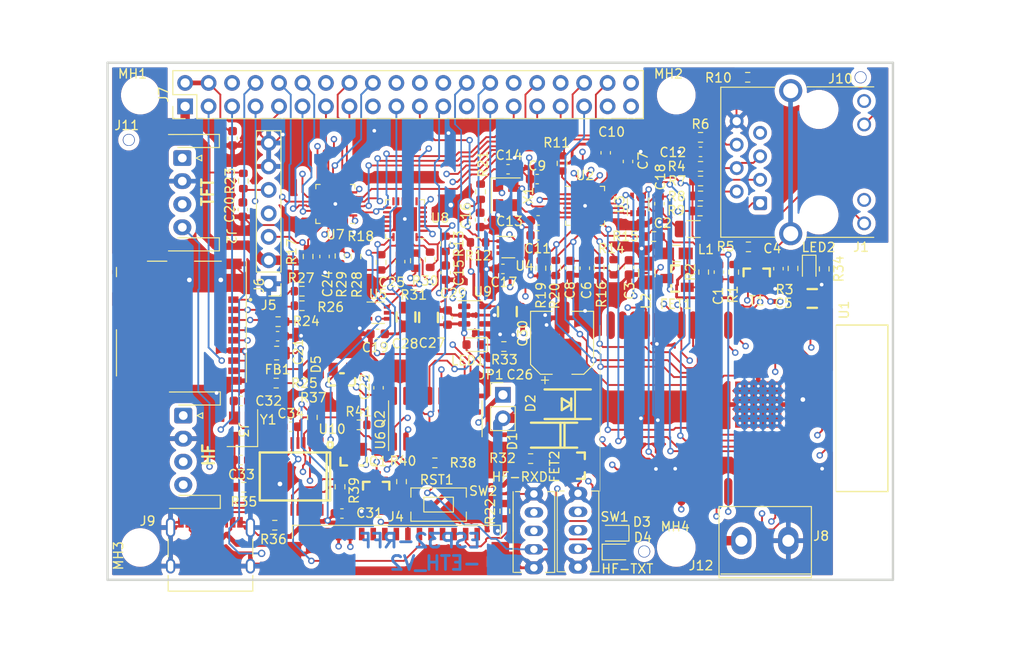
<source format=kicad_pcb>
(kicad_pcb (version 20220308) (generator pcbnew)
  (title_block (title "ESP32-Ethernet Uniboard") (date "2019-12-17") (rev "G") (company "Scaladis"))
  (layers (0 "F.Cu" signal) (1 "In1.Cu" power) (2 "In2.Cu" signal) (31 "B.Cu" signal) (34 "B.Paste" user) (35 "F.Paste" user) (36 "B.SilkS" user "B.Silkscreen") (37 "F.SilkS" user "F.Silkscreen") (38 "B.Mask" user) (39 "F.Mask" user) (44 "Edge.Cuts" user))
  (net 0 "")
  (net 1 "+3V3")
  (net 2 "GND")
  (net 3 "Net-(C2-Pad1)")
  (net 4 "/Eth_TRcom")
  (net 5 "Net-(C1-Pad2)")
  (net 6 "/delayBoot")
  (net 7 "+3.3VLAN")
  (net 8 "/VDD1A-2A")
  (net 9 "+5V")
  (net 10 "/VDDCR")
  (net 11 "/ESP_EN")
  (net 12 "/5V_from_HAT")
  (net 13 "/GPIO3\\U0RXD")
  (net 14 "/GPIO1\\U0TXD")
  (net 15 "/GPIO0")
  (net 16 "/Eth_RD+")
  (net 17 "/Eth_RD-")
  (net 18 "/Eth_TD+")
  (net 19 "/Eth_TD-")
  (net 20 "/Eth_LEDGreen+")
  (net 21 "/Eth_LEDGreen-")
  (net 22 "/Eth_LEDYellow+")
  (net 23 "/Eth_LEDYellow-")
  (net 24 "/HF_TXD_MOSI")
  (net 25 "/HF_RXD_MISO")
  (net 26 "/TFT_RXD_MISO")
  (net 27 "/PHY_RESET#")
  (net 28 "/UHF_RXD_MISO")
  (net 29 "/GPIO18\\MDIO(RMII)")
  (net 30 "/GPIO27\\EMAC_RX_CRS_DV")
  (net 31 "/GPIO33_SDA")
  (net 32 "/PSU/5V_USB")
  (net 33 "/GPIO1{slash}U0TXD")
  (net 34 "/GPIO3{slash}U0RXD")
  (net 35 "Net-(D3-K)")
  (net 36 "Net-(D4-A)")
  (net 37 "/GPIO26\\EMAC_RXD1(RMII)")
  (net 38 "/GPIO25\\EMAC_RXD0(RMII)")
  (net 39 "/GPIO32_SCL")
  (net 40 "/I2Cext_~{INT}")
  (net 41 "/usb_2_uart/D_Com")
  (net 42 "/GPIO5{slash}TFT_TXD_MOSI")
  (net 43 "/GPIO2_esp32")
  (net 45 "Net-(LED2-K)")
  (net 46 "/GPIO4{slash}UHF_TXD_MOSI")
  (net 47 "/GPIO13{slash}SPI_CS")
  (net 48 "Net-(Q1-B)")
  (net 49 "Net-(Q2-C)")
  (net 50 "Net-(Q1-E)")
  (net 51 "Net-(Q2-B)")
  (net 52 "Net-(T1-C)")
  (net 53 "/Irq2ESP")
  (net 54 "Net-(U2-RBIAS)")
  (net 55 "/PHY_ADR0")
  (net 56 "/GPIO15{slash}SPI_MOSI")
  (net 57 "/GPIO14{slash}SPI_SCK")
  (net 58 "/GPIO2{slash}SPI_MISO")
  (net 59 "/GPIO23\\MDC(RMII)")
  (net 60 "/GPIO22\\EMAC_TXD1(RMII)")
  (net 61 "/GPIO21\\EMAC_TX_EN(RMII)")
  (net 63 "/GPIO19\\EMAC_TXD0(RMII)")
  (net 73 "Net-(U2-XTAL1/CLKIN)")
  (net 74 "/ETH_REFCLOCLK")
  (net 76 "/Header Pi/Pi_IO4")
  (net 77 "Net-(Q2-E)")
  (net 78 "/Header Pi/Pi_IO17")
  (net 79 "/Header Pi/Pi_IO18")
  (net 80 "/Header Pi/Pi_IO27")
  (net 81 "/Header Pi/Pi_IO22")
  (net 82 "/Header Pi/Pi_IO23")
  (net 83 "/Header Pi/Pi_IO24")
  (net 84 "/Header Pi/Pi_IO25")
  (net 85 "/Header Pi/Pi_IO15")
  (net 86 "/Header Pi/Pi_IO5")
  (net 87 "/Header Pi/Pi_IO6")
  (net 88 "/Header Pi/Pi_IO12")
  (net 89 "/Header Pi/Pi_IO13")
  (net 90 "/Header Pi/Pi_IO16")
  (net 91 "/Header Pi/Pi_IO20")
  (net 92 "/Header Pi/Pi_IO21")
  (net 93 "Net-(U7-nRST)")
  (net 94 "/PhyPWR")
  (net 95 "Net-(U1-pd/IO12)")
  (net 98 "/Header Pi/3V3")
  (net 99 "Net-(LED1-K)")
  (net 100 "Net-(J5-Pin_5)")
  (net 101 "Net-(U10-XI)")
  (net 102 "Net-(U10-XO)")
  (net 103 "Net-(U10-V3)")
  (net 111 "Net-(J4-Pin_14)")
  (net 113 "Net-(J6-VDD)")
  (net 114 "Net-(J6-DAT2)")
  (net 115 "Net-(J6-DAT1)")
  (net 117 "/Header Pi/SDA_Pin3")
  (net 118 "/Header Pi/SCL_Pin5")
  (net 119 "/Header Pi/Pi_SDA_ID")
  (net 120 "/Header Pi/Pi_SCL_ID")
  (net 122 "Net-(J9-D-)")
  (net 123 "Net-(J9-D+)")
  (net 124 "/GPIO12")
  (net 125 "Net-(U8-nRST)")
  (net 151 "/Header Pi/I2C_HAT_or_EE")
  (net 153 "Net-(J9-CC1)")
  (net 155 "Net-(J9-CC2)")
  (footprint "Resistor_SMD:R_0603_1608Metric" (layer "F.Cu") (at 38.1 69.088)
    (fp_text reference "R36")
    (fp_text value "5k1")
  )
  (footprint "Resistor_SMD:R_0603_1608Metric" (layer "F.Cu") (at 47.244 58.2168)
    (fp_text reference "R41")
    (fp_text value "220R/R0603")
  )
  (footprint "Resistor_SMD:R_0603_1608Metric" (layer "F.Cu") (at 74.7776 41.148 -90)
    (fp_text reference "R14")
    (fp_text value "2k2")
  )
  (footprint "OLIMEX_Transistors-FP:SOT23" (layer "F.Cu") (at 71.0184 62.6364 180)
    (fp_text reference "FET2")
    (fp_text value "WPM2015-3/TR")
  )
  (footprint "michi1:Hanrun_HR911105A" (layer "F.Cu") (at 97.3854 29.2538 90)
    (fp_text reference "J1")
    (fp_text value "8P8C_LED_Shielded")
  )
  (footprint "Resistor_SMD:R_0603_1608Metric" (layer "F.Cu") (at 34.7472 64.9732)
    (fp_text reference "R35")
    (fp_text value "5k1")
  )
  (footprint "Resistor_SMD:R_0603_1608Metric" (layer "F.Cu") (at 69.1896 29.8958 -90)
    (fp_text reference "R11")
    (fp_text value "12.1k/1%/R0603")
  )
  (footprint "Capacitor_SMD:CP_Elec_6.3x7.7" (layer "F.Cu") (at 69.1896 49.3268 90)
    (fp_text reference "C26")
    (fp_text value "220u/16V")
  )
  (footprint "OLIMEX_Transistors-FP:SOT23" (layer "F.Cu") (at 49.0728 65.024 -90)
    (fp_text reference "Q1")
    (fp_text value "BC817-40(SOT23)")
  )
  (footprint "michi1:JST_S4B-XH-A1_1x4_P2.5mm" (layer "F.Cu") (at 28.194 60.8584 -90)
    (fp_text reference "J3")
    (fp_text value "Conn_01x04")
  )
  (footprint "Capacitor_SMD:C_0603_1608Metric" (layer "F.Cu") (at 71.6534 41.2496 -90)
    (fp_text reference "C6")
    (fp_text value "22uF/6.3V/20%/X5R/C0603")
  )
  (footprint "OLIMEX_Diodes-FP:SMA-KA" (layer "F.Cu") (at 68.326 59.3344 180)
    (fp_text reference "D1")
    (fp_text value "1N5822/SS34/SMA")
  )
  (footprint "Crystal:Crystal_SMD_3225-4Pin_3.2x2.5mm" (layer "F.Cu") (at 34.5948 58.5724 90)
    (fp_text reference "Y1")
    (fp_text value "Crystal_12Mhz")
  )
  (footprint "michi1:JLCPCB_toolingHole_1.152mm" (layer "F.Cu") (at 22.3012 27.3558)
    (fp_text reference "J11")
    (fp_text value "ToolingHole")
  )
  (footprint "Capacitor_SMD:C_0603_1608Metric" (layer "F.Cu") (at 73.914 28.7528 -90)
    (fp_text reference "C10")
    (fp_text value "100n")
  )
  (footprint "Package_DFN_QFN:WQFN-24-1EP_4x4mm_P0.5mm_EP2.6x2.6mm" (layer "F.Cu") (at 44.6532 34.29 180)
    (fp_text reference "U7")
    (fp_text value "AW9523B")
  )
  (footprint "Resistor_SMD:R_0603_1608Metric" (layer "F.Cu") (at 55.4228 62.3316 180)
    (fp_text reference "R38")
    (fp_text value "10k/R0603")
  )
  (footprint "Package_TO_SOT_SMD:SOT-23-5" (layer "F.Cu") (at 59.7408 46.3296)
    (fp_text reference "U9")
    (fp_text value "ME6211C")
  )
  (footprint "Capacitor_SMD:C_0603_1608Metric" (layer "F.Cu") (at 92.6084 41.3004 90)
    (fp_text reference "C4")
    (fp_text value "1u")
  )
  (footprint "Resistor_SMD:R_0603_1608Metric" (layer "F.Cu") (at 38.2524 53.6956)
    (fp_text reference "R25")
    (fp_text value "10k")
  )
  (footprint "Resistor_SMD:R_0805_2012Metric" (layer "F.Cu") (at 38.3032 50.4444 180)
    (fp_text reference "FB1")
    (fp_text value "FB 800mA")
  )
  (footprint "michi1:MountingHole_3.2mmNPTH" (layer "F.Cu") (at 81.5 22.5)
    (fp_text reference "MH2")
    (fp_text value "MountingHole")
  )
  (footprint "Capacitor_SMD:C_0603_1608Metric" (layer "F.Cu") (at 33.528 27.178 -90)
    (fp_text reference "C23" hide)
    (fp_text value "100n")
  )
  (footprint "Capacitor_SMD:C_0603_1608Metric" (layer "F.Cu") (at 51.6636 40.5384 -90)
    (fp_text reference "C25")
    (fp_text value "100n")
  )
  (footprint "Capacitor_SMD:C_0603_1608Metric" (layer "F.Cu") (at 34.6456 34.8996 90)
    (fp_text reference "C20")
    (fp_text value "100n")
  )
  (footprint "Diode_SMD:D_SOD-323" (layer "F.Cu") (at 74.93 69.9516 180)
    (fp_text reference "D3")
    (fp_text value "1N5819")
  )
  (footprint "Package_TO_SOT_SMD:SOT-363_SC-70-6" (layer "F.Cu") (at 63.373 38.9636)
    (fp_text reference "U4")
    (fp_text value "74LVC1G3157")
  )
  (footprint "OLIMEX_Diodes-FP:SOT23-3" (layer "F.Cu") (at 45.3644 53.2892 90)
    (fp_text reference "D5")
    (fp_text value "BAT54C(SOT23-3)")
  )
  (footprint "Resistor_SMD:R_0603_1608Metric" (layer "F.Cu") (at 62.8904 49.7332)
    (fp_text reference "R33")
    (fp_text value "4k7")
  )
  (footprint "OLIMEX_RLC-FP:C_0805_5MIL_DWS" (layer "F.Cu") (at 54.737 46.5836 90)
    (fp_text reference "C27")
    (fp_text value "47uF/6.3V/20%/X5R/C0805")
  )
  (footprint "Package_DFN_QFN:QFN-24-1EP_4x4mm_P0.5mm_EP2.6x2.6mm" (layer "F.Cu") (at 71.6788 34.4932)
    (fp_text reference "U2")
    (fp_text value "LAN8720A")
  )
  (footprint "OLIMEX_RLC-FP:L_0805_5MIL_DWS" (layer "F.Cu") (at 81.5594 39.6494 180)
    (fp_text reference "L1")
    (fp_text value "NA(FB0805/600R/2A)")
  )
  (footprint "Capacitor_SMD:C_0603_1608Metric" (layer "F.Cu") (at 43.4848 39.9796 -90)
    (fp_text reference "C24")
    (fp_text value "100n")
  )
  (footprint "molex_sdcard:MOLEX_503398-1892" (layer "F.Cu") (at 27.9908 47.0408 -90)
    (fp_text reference "J6")
    (fp_text value "SDcard_moles")
  )
  (footprint "Resistor_SMD:R_0603_1608Metric" (layer "F.Cu") (at 68.5038 41.2242 -90)
    (fp_text reference "R20")
    (fp_text value "2k2")
  )
  (footprint "Capacitor_SMD:C_0603_1608Metric" (layer "F.Cu") (at 56.5912 41.7322 -90)
    (fp_text reference "C15")
    (fp_text value "10u/10V")
  )
  (footprint "Package_SO:SOIC-16_3.9x9.9mm_P1.27mm" (layer "F.Cu") (at 55.4736 57.5564 90)
    (fp_text reference "U6")
    (fp_text value "4053")
  )
  (footprint "Capacitor_SMD:C_0603_1608Metric" (layer "F.Cu") (at 49.2252 48.3616)
    (fp_text reference "C19")
    (fp_text value "100n")
  )
  (footprint "Package_DFN_QFN:WQFN-24-1EP_4x4mm_P0.5mm_EP2.6x2.6mm" (layer "F.Cu") (at 52.197 35.941 180)
    (fp_text reference "U8")
    (fp_text value "AW9523B")
  )
  (footprint "michi1:SW_6.3x3.6" (layer "F.Cu") (at 55.8292 66.8528)
    (fp_text reference "RST1")
    (fp_text value "Reset button (DNP)")
  )
  (footprint "LED_SMD:LED_0603_1608Metric" (layer "F.Cu") (at 59.6392 49.53 180)
    (fp_text reference "LED1")
    (fp_text value "LED/yellow")
  )
  (footprint "Capacitor_SMD:C_0603_1608Metric" (layer "F.Cu") (at 86.16696 41.67124 -90)
    (fp_text reference "C1")
    (fp_text value "22uF/6.3V/20%/X5R/C0603")
  )
  (footprint "Resistor_SMD:R_0603_1608Metric" (layer "F.Cu") (at 84.1756 27.0764)
    (fp_text reference "R6")
    (fp_text value "49.9R/1%/R0603")
  )
  (footprint "michi1:KF301-5.0-2P" (layer "F.Cu") (at 93.6752 70.7644 180)
    (fp_text reference "J8")
    (fp_text value "Con1x2")
  )
  (footprint "Capacitor_SMD:C_0603_1608Metric" (layer "F.Cu") (at 79.7306 34.2646 90)
    (fp_text reference "C18")
    (fp_text value "100n")
  )
  (footprint "Resistor_SMD:R_0603_1608Metric" (layer "F.Cu") (at 45.1612 64.9224 90)
    (fp_text reference "R39")
    (fp_text value "1k/R0603")
  )
  (footprint "Capacitor_SMD:C_0603_1608Metric" (layer "F.Cu") (at 66.5988 36.068)
    (fp_text reference "C13")
    (fp_text value "100n")
  )
  (footprint "Resistor_SMD:R_0603_1608Metric" (layer "F.Cu") (at 65.786 61.8744 180)
    (fp_text reference "R32")
    (fp_text value "1M/R0603")
  )
  (footprint "Resistor_SMD:R_0603_1608Metric" (layer "F.Cu") (at 79.0956 37.8206)
    (fp_text reference "R15")
    (fp_text value "2k2")
  )
  (footprint "Resistor_SMD:R_0603_1608Metric" (layer "F.Cu") (at 84.1756 33.4264)
    (fp_text reference "R8")
    (fp_text value "49.9R/1%/R0603")
  )
  (footprint "michi1:switch_slide_OnOffOn_MH" (layer "F.Cu") (at 70.9168 71.628 90)
    (fp_text reference "SW1")
    (fp_text value "SW_U0_TX")
  )
  (footprint "Resistor_SMD:R_0603_1608Metric" (layer "F.Cu") (at 42.164 57.404 90)
    (fp_text reference "R37")
    (fp_text value "10k/R0603")
  )
  (footprint "Resistor_SMD:R_0603_1608Metric" (layer "F.Cu") (at 97.5614 41.3258 -90)
    (fp_text reference "R34")
    (fp_text value "3k3")
  )
  (footprint "Resistor_SMD:R_0603_1608Metric" (layer "F.Cu") (at 45.1612 39.9288 -90)
    (fp_text reference "R29")
    (fp_text value "10k")
  )
  (footprint "michi1:JST_S4B-XH-A1_1x4_P2.5mm" (layer "F.Cu") (at 28.0924 32.9692 -90)
    (fp_text reference "J2")
    (fp_text value "Conn_01x04")
  )
  (footprint "Capacitor_SMD:C_0603_1608Metric" (layer "F.Cu") (at 56.7944 46.596 90)
    (fp_text reference "C29")
    (fp_text value "1u")
  )
  (footprint "Resistor_SMD:R_0603_1608Metric" (layer "F.Cu") (at 41.0464 45.3136)
    (fp_text reference "R26")
    (fp_text value "10k")
  )
  (footprint "michi1:mstconn_1.25mm_15pol_ChafonRFID" (layer "F.Cu") (at 42.5072 70.0456)
    (fp_text reference "J4")
    (fp_text value "Con1x15_Chafon")
  )
  (footprint "Connector_PinHeader_2.54mm:PinHeader_2x20_P2.54mm_Vertical" (layer "F.Cu") (at 28.3972 23.7236 90)
    (fp_text reference "J7")
    (fp_text value "Raspi-40pin_header")
  )
  (footprint "Resistor_SMD:R_0603_1608Metric" (layer "F.Cu") (at 73.2028 41.2242 90)
    (fp_text reference "R16")
    (fp_text value "2k2")
  )
  (footprint "Resistor_SMD:R_0603_1608Metric" (layer "F.Cu") (at 34.6964 31.8008 90)
    (fp_text reference "R23")
    (fp_text value "10k")
  )
  (footprint "Resistor_SMD:R_0603_1608Metric" (layer "F.Cu") (at 94.1832 41.275 90)
    (fp_text reference "R3")
    (fp_text value "10k")
  )
  (footprint "michi1:switch_slide_OnOffOn_MH" (layer "F.Cu") (at 66.1416 71.6976 90)
    (fp_text reference "SW2")
    (fp_text value "SW_U0_RX")
  )
  (footprint "Resistor_SMD:R_0603_1608Metric" (layer "F.Cu") (at 84.1756 31.8008)
    (fp_text reference "R7")
    (fp_text value "49.9R/1%/R0603")
  )
  (footprint "Resistor_SMD:R_0603_1608Metric" (layer "F.Cu") (at 84.1756 30.226)
    (fp_text reference "R4")
    (fp_text value "0R(Board_Mounted)")
  )
  (footprint "Capacitor_SMD:C_0603_1608Metric" (layer "F.Cu") (at 38.4048 48.6156)
    (fp_text reference "C21")
    (fp_text value "100n")
  )
  (footprint "Resistor_SMD:R_0603_1608Metric" (layer "F.Cu") (at 53.3146 40.4368 -90)
    (fp_text reference "R31")
    (fp_text value "10k")
  )
  (footprint "Capacitor_SMD:C_0603_1608Metric" (layer "F.Cu") (at 70.0786 41.2242 90)
    (fp_text reference "C8")
    (fp_text value "100n")
  )
  (footprint "Package_TO_SOT_SMD:SOT-363_SC-70-6" (layer "F.Cu") (at 49.276 46.0756)
    (fp_text reference "U5")
    (fp_text value "74LVC1G3157")
  )
  (footprint "OLIMEX_Diodes-FP:DO214AA_1(K)-2(A)" (layer "F.Cu") (at 69.7992 55.9816 180)
    (fp_text reference "D2")
    (fp_text value "SMBJ6.0A(DO-214AA)")
  )
  (footprint "michi1:JLCPCB_toolingHole_1.152mm" (layer "F.Cu") (at 78.0796 71.9328)
    (fp_text reference "J12")
    (fp_text value "ToolingHole")
  )
  (footprint "Capacitor_SMD:C_0603_1608Metric" (layer "F.Cu") (at 34.4424 55.626)
    (fp_text reference "C32")
    (fp_text value "27pF/50V/5%/C0G/C0603")
  )
  (footprint "Resistor_SMD:R_0603_1608Metric" (layer "F.Cu") (at 84.1248 35.052)
    (fp_text reference "R9")
    (fp_text value "49.9R/1%/R0603")
  )
  (footprint "michi1:MountingHole_3.2mmNPTH" (layer "F.Cu") (at 23.5 22.5)
    (fp_text reference "MH1")
    (fp_text value "MountingHole")
  )
  (footprint "michi1:MountingHole_3.2mmNPTH" (layer "F.Cu") (at 23.5 71.5)
    (fp_text reference "MH3")
    (fp_text value "MountingHole")
  )
  (footprint "OLIMEX_RLC-FP:C_0805_5MIL_DWS" (layer "F.Cu") (at 63.2714 45.9486 -90)
    (fp_text reference "C30")
    (fp_text value "47uF/6.3V/20%/X5R/C0805")
  )
  (footprint "OLIMEX_RLC-FP:C_0805_5MIL_DWS" (layer "F.Cu") (at 52.2986 46.5328 90)
    (fp_text reference "C28")
    (fp_text value "47uF/6.3V/20%/X5R/C0805")
  )
  (footprint "Resistor_SMD:R_0603_1608Metric" (layer "F.Cu") (at 46.8884 39.9796 -90)
    (fp_text reference "R28")
    (fp_text value "10k")
  )
  (footprint "Package_TO_SOT_SMD:SOT-363_SC-70-6" (layer "F.Cu") (at 77.4192 34.3408 90)
    (fp_text reference "U3")
    (fp_text value "74LVC1G3157")
  )
  (footprint "OLIMEX_Transistors-FP:SOT23" (layer "F.Cu") (at 46.6344 61.976 90)
    (fp_text reference "Q2")
    (fp_text value "BC817-40(SOT23)")
  )
  (footprint "Resistor_SMD:R_0603_1608Metric" (layer "F.Cu") (at 60.0964 38.4556 180)
    (fp_text reference "R12")
    (fp_text value "10k")
  )
  (footprint "Resistor_SMD:R_0603_1608Metric" (layer "F.Cu") (at 60.3758 32.9692 -90)
    (fp_text reference "R21")
    (fp_text value "10k")
  )
  (footprint "OLIMEX_Transistors-FP:SOT23" (layer "F.Cu") (at 81.6356 42.3672)
    (fp_text reference "FET1")
    (fp_text value "WPM2015-3/TR")
  )
  (footprint "OLIMEX_RLC-FP:C_0805_5MIL_DWS" (layer "F.Cu") (at 96.266 44.5262)
    (fp_text reference "C5")
    (fp_text value "47uF")
  )
  (footprint "Resistor_SMD:R_0603_1608Metric" (layer "F.Cu") (at 49.6062 40.6146 90)
    (fp_text reference "R18")
    (fp_text value "2k2")
  )
  (footprint "Capacitor_SMD:C_1206_3216Metric" (layer "F.Cu") (at 83.439 37.0078 180)
    (fp_text reference "C2")
    (fp_text value "1nF/2000V/10%/X7R/C1206")
  )
  (footprint "Resistor_SMD:R_0603_1608Metric" (layer "F.Cu") (at 54.9148 40.3352 -90)
    (fp_text reference "R30")
    (fp_text value "10k")
  )
  (footprint "Capacitor_SMD:C_0603_1608Metric" (layer "F.Cu") (at 39.8272 58.42)
    (fp_text reference "C34")
    (fp_text value "100n")
  )
  (footprint "Resistor_SMD:R_0603_1608Metric" (layer "F.Cu") (at 38.4556 47.0408)
    (fp_text reference "R24")
    (fp_text value "10k")
  )
  (footprint "Resistor_SMD:R_0603_1608Metric" (layer "F.Cu") (at 41.0464 43.7388)
    (fp_text reference "R27")
    (fp_text value "10k")
  )
  (footprint "Resistor_SMD:R_0603_1608Metric" (layer "F.Cu") (at 56.5658 38.608 -90)
    (fp_text reference "R13")
    (fp_text value "20k")
  )
  (footprint "Diode_SMD:D_SOD-323" (layer "F.Cu") (at 75.0316 71.9836)
    (fp_text reference "D4")
    (fp_text value "1N5819S4/SOD123")
  )
  (footprint "Resistor_SMD:R_0603_1608Metric" (layer "F.Cu") (at 51.816 64.3636 -90)
    (fp_text reference "R40")
    (fp_text value "1k/R0603")
  )
  (footprint "Resistor_SMD:R_0603_1608Metric" (layer "F.Cu") (at 84.51596 41.67124 90)
    (fp_text reference "R2")
    (fp_text value "10k/R0603")
  )
  (footprint "Resistor_SMD:R_0603_1608Metric" (layer "F.Cu") (at 41.7068 39.9796 90)
    (fp_text reference "R17")
    (fp_text value "2k2")
  )
  (footprint "Connector_PinHeader_2.54mm:PinHeader_1x07_P2.54mm_Vertical" (layer "F.Cu") (at 37.4396 42.931 180)
    (fp_text reference "J5")
    (fp_text value "Con1x7_LCD")
  )
  (footprint "Resistor_SMD:R_0603_1608Metric" (layer "F.Cu") (at 66.9036 41.2496 -90)
    (fp_text reference "R19")
    (fp_text value "2k2")
  )
  (footprint "Resistor_SMD:R_0603_1608Metric" (layer "F.Cu") (at 89.281 20.574 180)
    (fp_text reference "R10")
    (fp_text value "330R/R0603")
  )
  (footprint "OLIMEX_Transistors-FP:SOT23" (layer "F.Cu") (at 90.25636 41.92524 -90)
    (fp_text reference "T1")
    (fp_text value "DTC114YKA")
  )
  (footprint "Capacitor_SMD:C_0603_1608Metric" (layer "F.Cu") (at 66.4972 31.5976)
    (fp_text reference "C9")
    (fp_text value "100n")
  )
  (footprint "Resistor_SMD:R_0603_1608Metric" (layer "F.Cu") (at 87.76716 41.67124 90)
    (fp_text reference "R1")
    (fp_text value "1k/R0603")
  )
  (footprint "Capacitor_SMD:C_0603_1608Metric" (layer "F.Cu") (at 76.327 29.6926 90)
    (fp_text reference "C7")
    (fp_text value "22uF/6.3V/20%/X5R/C0603")
  )
  (footprint "Capacitor_SMD:C_0603_1608Metric" (layer "F.Cu") (at 63.3476 30.5308 180)
    (fp_text reference "C14")
    (fp_text value "100n")
  )
  (footprint "LED_SMD:LED_0603_1608Metric" (layer "F.Cu") (at 95.9358 41.3258 -90)
    (fp_text reference "LED2")
    (fp_text value "LED/green")
  )
  (footprint "Capacitor_SMD:C_0603_1608Metric" (layer "F.Cu") (at 49.3268 54.2036 -90)
    (fp_text reference "C22")
    (fp_text value "100n")
  )
  (footprint "Resistor_SMD:R_0603_1608Metric" (layer "F.Cu") (at 89.3572 38.9382)
    (fp_text reference "R5")
    (fp_text value "330R/R0603")
  )
  (footprint "Capacitor_SMD:C_0603_1608Metric" (layer "F.Cu") (at 76.43876 41.16324 -90)
    (fp_text reference "C3")
    (fp_text value "22uF/6.3V/20%/X5R/C0603")
  )
  (footprint "michi1:MountingHole_3.2mmNPTH" (layer "F.Cu") (at 81.5 71.5)
    (fp_text reference "MH4")
    (fp_text value "MountingHole")
  )
  (footprint "Capacitor_SMD:C_0603_1608Metric" (layer "F.Cu") (at 45.3644 67.818 180)
    (fp_text reference "C31")
    (fp_text value "22uF/6.3V/20%/X5R/C0603")
  )
  (footprint "OLIMEX_IC-FP:SSOP-20W" (layer "F.Cu") (at 40.2844 63.8048 180)
    (fp_text reference "U10")
    (fp_text value "CH340T")
  )
  (footprint "Connector_PinHeader_2.54mm:PinHeader_1x02_P2.54mm_Vertical" (layer "F.Cu") (at 62.7888 54.9656)
    (fp_text reference "JP1")
    (fp_text value "JP_5VtoHat")
  )
  (footprint "Oscillator:Oscillator_SMD_Abracon_ASE-4Pin_3.2x2.5mm" (layer "F.Cu") (at 63.0936 33.3756 -90)
    (fp_text reference "X1")
    (fp_text value "OSc 50MHz")
  )
  (footprint "Connector_USB:USB_C_Receptacle_XKB_U262-16XN-4BVC11" (layer "F.Cu") (at 31.1404 72.4408)
    (fp_text reference "J9")
    (fp_text value "USB_C_Receptacle_USB2.0")
  )
  (footprint "Resistor_SMD:R_0603_1608Metric" (layer "F.Cu") (at 62.992 67.564 90)
    (fp_text reference "R22")
    (fp_text value "10k")
  )
  (footprint "Capacitor_SMD:C_0603_1608Metric" (layer "F.Cu") (at 66.548 37.6936 180)
    (fp_text reference "C11")
    (fp_text value "2.2uF/6.3V/10%/X5R/C0603")
  )
  (footprint "Capacitor_SMD:C_0603_1608Metric" (layer "F.Cu") (at 60.325 36.0172 -90)
    (fp_text reference "C16")
    (fp_text value "10u/10V")
  )
  (footprint "esp32-wrover:ESP32-WROVER" (layer "F.Cu") (at 98.2512 56.4238 -90)
    (fp_text reference "U1")
    (fp_text value "ESP32_WROVER_RMII" hide)
  )
  (footprint "Capacitor_SMD:C_0603_1608Metric" (layer "F.Cu") (at 62.7888 41.3258)
    (fp_text reference "C17")
    (fp_text value "100n")
  )
  (footprint "michi1:JLCPCB_toolingHole_1.152mm" (layer "F.Cu") (at 101.4984 20.574)
    (fp_text reference "J10")
    (fp_text value "ToolingHole")
  )
  (footprint "OLIMEX_RLC-FP:L_0805_5MIL_DWS" (layer "F.Cu") (at 78.36916 41.77284 -90)
    (fp_text reference "L2")
    (fp_text value "FB0805/600R/2A")
  )
  (footprint "Capacitor_SMD:C_0603_1608Metric" (layer "F.Cu") (at 34.4424 62.0268 180)
    (fp_text reference "C33")
    (fp_text value "27pF/50V/5%/C0G/C0603")
  )
  (footprint "Capacitor_SMD:C_0603_1608Metric" (layer "F.Cu") (at 84.1756 28.6512)
    (fp_text reference "C12")
    (fp_text value "100n")
  )
  (gr_line (start 20 19) (end 105 19) (stroke (width 0.254)) (layer "Edge.Cuts"))
  (gr_line (start 20 75) (end 20 19) (stroke (width 0.254)) (layer "Edge.Cuts"))
  (gr_line (start 105 19) (end 105 75) (stroke (width 0.254)) (layer "Edge.Cuts"))
  (gr_line (start 105 75) (end 20 75) (stroke (width 0.254)) (layer "Edge.Cuts"))
  (gr_text "ESP32-RFF\n-ETH_V2" (at 60.5536 71.9836) (layer "B.Cu") (effects (font (size 1.5 1.5) (thickness 0.3) bold) (justify left mirror)))
  (gr_text "HF" (at 30.9372 61.468 90) (layer "F.SilkS") (effects (font (size 1.27 1.27) (thickness 0.25) bold)))
  (gr_text "HF-RXD" (at 64.6176 63.8556) (layer "F.SilkS") (effects (font (size 1 1))))
  (gr_text "TFT" (at 30.8356 33.02 90) (layer "F.SilkS") (effects (font (size 1.27 1.27) (thickness 0.25) bold)))
  (gr_text "HF-TXT" (at 76.2508 73.8124) (layer "F.SilkS") (effects (font (size 1 1))))
  (segment (start 39.2157 50.2393) (end 38.4048 49.4284) (width 0.2) (layer "F.Cu") (net 1))
  (segment (start 51.947 37.8785) (end 51.947 39.48) (width 0.2) (layer "F.Cu") (net 1))
  (segment (start 54.8132 38.6588) (end 55.7276 38.6588) (width 0.2) (layer "F.Cu") (net 1))
  (segment (start 64.9224 48.1584) (end 65.024 48.26) (width 0.508) (layer "F.Cu") (net 1))
  (segment (start 39.2806 47.0408) (end 40.894 47.0408) (width 0.3048) (layer "F.Cu") (net 1))
  (segment (start 56.5658 37.783) (end 58.5988 37.783) (width 0.3048) (layer "F.Cu") (net 1))
  (segment (start 28.3972 25.908) (end 30.6324 28.1432) (width 1.016) (layer "F.Cu") (net 1))
  (segment (start 47.5234 41.4396) (end 46.8884 40.8046) (width 0.2) (layer "F.Cu") (net 1))
  (segment (start 41.7068 40.8046) (end 40.4754 40.8046) (width 0.3048) (layer "F.Cu") (net 1))
  (segment (start 44.4032 37.7404) (end 43.4848 38.6588) (width 0.2) (layer "F.Cu") (net 1))
  (segment (start 46.8884 40.8046) (end 45.212 40.8046) (width 0.2) (layer "F.Cu") (net 1))
  (segment (start 41.8714 43.7388) (end 41.8714 45.3136) (width 0.3048) (layer "F.Cu") (net 1))
  (segment (start 81.6864 43.0276) (end 81.5848 43.1292) (width 0.3048) (layer "F.Cu") (net 1))
  (segment (start 94.2472 40.45) (end 95.9105 42.1133) (width 0.2) (layer "F.Cu") (net 1))
  (segment (start 96.0712 49.7416) (end 96.1644 49.8348) (width 0.2) (layer "F.Cu") (net 1))
  (segment (start 40.4754 40.8046) (end 40.1452 40.4744) (width 0.2) (layer "F.Cu") (net 1))
  (segment (start 89.916 44.45) (end 90.17 44.196) (width 0.2) (layer "F.Cu") (net 1))
  (segment (start 89.5096 45.4152) (end 89.916 45.0088) (width 0.2) (layer "F.Cu") (net 1))
  (segment (start 88.2904 45.2628) (end 88.7476 45.2628) (width 0.2) (layer "F.Cu") (net 1))
  (segment (start 81.5848 43.1292) (end 81.5848 44.3484) (width 0.3048) (layer "F.Cu") (net 1))
  (segment (start 53.447 37.8785) (end 54.0329 37.8785) (width 0.2) (layer "F.Cu") (net 1))
  (segment (start 49.6062 41.4396) (end 47.5234 41.4396) (width 0.2) (layer "F.Cu") (net 1))
  (segment (start 87.4776 44.45) (end 88.2904 45.2628) (width 0.3048) (layer "F.Cu") (net 1))
  (segment (start 62.2148 45.3796) (end 62.6618 44.9326) (width 0.2) (layer "F.Cu") (net 1))
  (segment (start 38.4048 47.9044) (end 39.2684 47.0408) (width 0.2) (layer "F.Cu") (net 1))
  (segment (start 40.386 50.4444) (end 40.894 49.9364) (width 0.2) (layer "F.Cu") (net 1))
  (segment (start 28.3972 23.7236) (end 28.3972 25.908) (width 1.016) (layer "F.Cu") (net 1))
  (segment (start 51.6636 39.7634) (end 49.9874 41.4396) (width 0.2) (layer "F.Cu") (net 1))
  (segment (start 30.6324 30.8864) (end 30.6324 37.6936) (width 1.016) (layer "F.Cu") (net 1))
  (segment (start 37.4396 40.391) (end 40.0618 40.391) (width 1.016) (layer "F.Cu") (net 1))
  (segment (start 91.0844 44.196) (end 91.7448 44.8564) (width 0.2) (layer "F.Cu") (net 1))
  (segment (start 88.9 45.4152) (end 89.5096 45.4152) (width 0.2) (layer "F.Cu") (net 1))
  (segment (start 96.0712 45.9316) (end 95.25 45.1104) (width 0.2) (layer "F.Cu") (net 1))
  (segment (start 81.5848 44.3484) (end 81.6864 44.45) (width 0.3048) (layer "F.Cu") (net 1))
  (segment (start 39.2157 50.4444) (end 40.386 50.4444) (width 0.2) (layer "F.Cu") (net 1))
  (segment (start 95.9358 42.1133) (end 95.9358 43.307) (width 0.2) (layer "F.Cu") (net 1))
  (segment (start 41.7068 40.8046) (end 41.7068 43.5742) (width 0.3048) (layer "F.Cu") (net 1))
  (segment (start 30.6324 28.1432) (end 30.6324 30.8864) (width 1.016) (layer "F.Cu") (net 1))
  (segment (start 39.0774 53.6956) (end 40.8432 53.6956) (width 0.2) (layer "F.Cu") (net 1))
  (segment (start 36.7842 40.391) (end 37.4396 40.391) (width 1.016) (layer "F.Cu") (net 1))
  (segment (start 44.4032 36.2275) (end 44.4032 37.7404) (width 0.2) (layer "F.Cu") (net 1))
  (segment (start 82.74304 41.46296) (end 81.6864 42.5196) (width 0.3048) (layer "F.Cu") (net 1))
  (segment (start 81.6864 42.5196) (end 81.6864 43.0276) (width 0.3048) (layer "F.Cu") (net 1))
  (segment (start 86.16696 40.89624) (end 84.56596 40.89624) (width 0.2) (layer "F.Cu") (net 1))
  (segment (start 34.607 30.8864) (end 30.6324 30.8864) (width 0.2) (layer "F.Cu") (net 1))
  (segment (start 30.6324 37.6936) (end 31.6992 38.7604) (width 1.016) (layer "F.Cu") (net 1))
  (segment (start 63.2714 44.9326) (end 64.5922 44.9326) (width 0.2) (layer "F.Cu") (net 1))
  (segment (start 51.0286 55.0814) (end 49.4296 55.0814) (width 0.2) (layer "F.Cu") (net 1))
  (segment (start 31.6992 38.7604) (end 35.2044 38.7604) (width 1.016) (layer "F.Cu") (net 1))
  (segment (start 51.8162 39.7634) (end 53.3146 41.2618) (width 0.2) (layer "F.Cu") (net 1))
  (segment (start 60.8783 45.3796) (end 62.2148 45.3796) (width 0.2) (layer "F.Cu") (net 1))
  (segment (start 43.4848 38.6588) (end 43.4848 39.2046) (width 0.2) (layer "F.Cu") (net 1))
  (segment (start 64.5922 44.9326) (end 64.9224 45.2628) (width 0.2) (layer "F.Cu") (net 1))
  (segment (start 59.6392 41.91) (end 59.3344 41.6052) (width 0.3048) (layer "F.Cu") (net 1))
  (segment (start 96.0712 47.4238) (end 96.0712 49.7416) (width 0.2) (layer "F.Cu") (net 1))
  (segment (start 90.17 44.196) (end 91.0844 44.196) (width 0.2) (layer "F.Cu") (net 1))
  (segment (start 58.5988 37.783) (end 59.2714 38.4556) (width 0.3048) (layer "F.Cu") (net 1))
  (segment (start 95.9358 43.307) (end 95.25 43.9928) (width 0.2) (layer "F.Cu") (net 1))
  (segment (start 83.9475 41.4147) (end 82.74304 41.4147) (width 0.2) (layer "F.Cu") (net 1))
  (segment (start 54.0329 37.8785) (end 54.8132 38.6588) (width 0.2) (layer "F.Cu") (net 1))
  (segment (start 89.916 45.0088) (end 89.916 44.45) (width 0.2) (layer "F.Cu") (net 1))
  (segment (start 41.8714 46.0634) (end 41.8714 45.3136) (width 0.3048) (layer "F.Cu") (net 1))
  (segment (start 81.6864 44.45) (end 87.4776 44.45) (width 0.3048) (layer "F.Cu") (net 1))
  (segment (start 43.6242 39.2046) (end 45.1612 40.7416) (width 0.2) (layer "F.Cu") (net 1))
  (segment (start 56.5658 37.8206) (end 55.7276 38.6588) (width 0.2) (layer "F.Cu") (net 1))
  (segment (start 84.51596 40.84624) (end 83.9475 41.4147) (width 0.2) (layer "F.Cu") (net 1))
  (segment (start 36.1188 39.7256) (end 36.7842 40.391) (width 1.016) (layer "F.Cu") (net 1))
  (segment (start 59.2714 41.5422) (end 59.3344 41.6052) (width 0.2) (layer "F.Cu") (net 1))
  (segment (start 43.447 39.2046) (end 41.847 40.8046) (width 0.2) (layer "F.Cu") (net 1))
  (segment (start 88.7476 45.2628) (end 88.9 45.4152) (width 0.2) (layer "F.Cu") (net 1))
  (segment (start 35.2044 38.7604) (end 36.1188 39.6748) (width 1.016) (layer "F.Cu") (net 1))
  (segment (start 47.8158 54.9786) (end 46.9392 54.102) (width 0.2) (layer "F.Cu") (net 1))
  (segment (start 53.3146 41.783) (end 52.7812 42.3164) (width 0.2) (layer "F.Cu") (net 1))
  (segment (start 49.3268 54.9786) (end 47.8158 54.9786) (width 0.2) (layer "F.Cu") (net 1))
  (segment (start 40.0618 40.391) (end 40.1452 40.4744) (width 1.016) (layer "F.Cu") (net 1))
  (segment (start 96.0712 47.4238) (end 96.0712 45.9316) (width 0.2) (layer "F.Cu") (net 1))
  (segment (start 60.8783 45.3796) (end 59.6392 44.1405) (width 0.3048) (layer "F.Cu") (net 1))
  (segment (start 38.4048 49.4284) (end 38.4048 47.9044) (width 0.2) (layer "F.Cu") (net 1))
  (segment (start 36.1188 39.6748) (end 36.1188 39.7256) (width 1.016) (layer "F.Cu") (net 1))
  (segment (start 82.74304 41.4147) (end 82.74304 39.81704) (width 0.2) (layer "F.Cu") (net 1))
  (segment (start 55.7276 40.3474) (end 54.9148 41.1602) (width 0.2) (layer "F.Cu") (net 1))
  (segment (start 55.7276 38.6588) (end 55.7276 40.3474) (width 0.2) (layer "F.Cu") (net 1))
  (segment (start 59.6392 44.1405) (end 59.6392 41.91) (width 0.3048) (layer "F.Cu") (net 1))
  (segment (start 53.3146 41.2618) (end 53.3146 41.783) (width 0.2) (layer "F.Cu") (net 1))
  (segment (start 40.894 47.0408) (end 41.8714 46.0634) (width 0.3048) (layer "F.Cu") (net 1))
  (segment (start 49.9874 41.4396) (end 49.6062 41.4396) (width 0.2) (layer "F.Cu") (net 1))
  (segment (start 64.9224 45.2628) (end 64.9224 48.1584) (width 0.508) (layer "F.Cu") (net 1))
  (segment (start 59.2714 38.4556) (end 59.2714 41.5422) (width 0.2) (layer "F.Cu") (net 1))
  (segment (start 91.7448 44.8564) (end 92.8116 44.8564) (width 0.508) (layer "F.Cu") (net 1))
  (via (at 96.1644 49.8348) (size 0.7) (drill 0.4) (layers "F.Cu" "B.Cu") (net 1))
  (via (at 65.024 48.26) (size 0.7) (drill 0.4) (layers "F.Cu" "B.Cu") (net 1))
  (via (at 40.894 49.9364) (size 0.7) (drill 0.4) (layers "F.Cu" "B.Cu") (net 1))
  (via (at 40.8432 53.6956) (size 0.7) (drill 0.4) (layers "F.Cu" "B.Cu") (net 1))
  (via (at 59.3344 41.6052) (size 0.7) (drill 0.4) (layers "F.Cu" "B.Cu") (net 1))
  (via (at 91.7448 44.8564) (size 0.7) (drill 0.4) (layers "F.Cu" "B.Cu") (net 1))
  (via (at 46.9392 54.102) (size 0.8) (drill 0.5) (layers "F.Cu" "B.Cu") (net 1))
  (via (at 92.8116 44.8564) (size 0.7) (drill 0.4) (layers "F.Cu" "B.Cu") (net 1))
  (via (at 52.7812 42.3164) (size 0.7) (drill 0.4) (layers "F.Cu" "B.Cu") (net 1))
  (segment (start 40.894 49.9364) (end 40.894 53.6448) (width 0.508) (layer "B.Cu") (net 1))
  (segment (start 40.894 53.6448) (end 40.8432 53.6956) (width 0.508) (layer "B.Cu") (net 1))
  (segment (start 62.6364 46.3296) (end 63.2714 46.9646) (width 0.2) (layer "F.Cu") (net 2))
  (segment (start 71.0184 63.3476) (end 71.2216 63.5508) (width 0.2) (layer "F.Cu") (net 2))
  (segment (start 22.3508 53.5208) (end 22.3508 57.3012) (width 0.2) (layer "F.Cu") (net 2))
  (segment (start 78.6384 61.8744) (end 79.756 62.992) (width 0.2) (layer "F.Cu") (net 2))
  (segment (start 72.644 27.305) (end 73.3168 27.9778) (width 0.2) (layer "F.Cu") (net 2))
  (segment (start 48.9712 42.3672) (end 48.5648 41.9608) (width 0.2) (layer "F.Cu") (net 2))
  (segment (start 48.4502 50.609616) (end 48.4502 48.3616) (width 0.3048) (layer "F.Cu") (net 2))
  (segment (start 42.7157 35.54) (end 43.0984 35.54) (width 0.2) (layer "F.Cu") (net 2))
  (segment (start 63.9064 48.4632) (end 63.9064 49.5422) (width 0.2) (layer "F.Cu") (net 2))
  (segment (start 64.961 62.4718) (end 65.532 63.0428) (width 0.2) (layer "F.Cu") (net 2))
  (segment (start 28.0904 68.7708) (end 27.3854 68.7708) (width 0.2) (layer "F.Cu") (net 2))
  (segment (start 69.1896 46.6268) (end 70.9244 46.6268) (width 0.2) (layer "F.Cu") (net 2))
  (segment (start 33.528 27.953) (end 33.9214 27.953) (width 0.2032) (layer "F.Cu") (net 2))
  (segment (start 38.6588 69.088) (end 37.592 70.1548) (width 0.2) (layer "F.Cu") (net 2))
  (segment (start 92.5706 40.5254) (end 91.20886 41.88714) (width 0.2) (layer "F.Cu") (net 2))
  (segment (start 25.1784 31.8192) (end 28.0924 31.8192) (width 0.2) (layer "F.Cu") (net 2))
  (segment (start 43.2 35.54) (end 44.45 34.29) (width 0.15) (layer "F.Cu") (net 2))
  (segment (start 51.6636 41.3134) (end 50.6098 42.3672) (width 0.2) (layer "F.Cu") (net 2))
  (segment (start 79.756 62.992) (end 79.3496 62.992) (width 0.2) (layer "F.Cu") (net 2))
  (segment (start 58.6486 57.9374) (end 58.6486 60.0314) (width 0.2) (layer "F.Cu") (net 2))
  (segment (start 49.182984 51.3424) (end 49.182984 53.284784) (width 0.2) (layer "F.Cu") (net 2))
  (segment (start 68.9864 62.6364) (end 70.7644 62.6364) (width 0.2) (layer "F.Cu") (net 2))
  (segment (start 80.0227 35.9791) (end 79.756 36.2458) (width 0.3048) (layer "F.Cu") (net 2))
  (segment (start 71.6534 42.0246) (end 73.1782 42.0246) (width 0.3048) (layer "F.Cu") (net 2))
  (segment (start 40.386 36.576) (end 41.0972 35.8648) (width 0.2) (layer "F.Cu") (net 2))
  (segment (start 77.6986 28.6258) (end 76.6188 28.6258) (width 0.2) (layer "F.Cu") (net 2))
  (segment (start 33.9214 27.953) (end 35.065 26.8094) (width 0.2032) (layer "F.Cu") (net 2))
  (segment (start 48.326 46.0756) (end 47.5996 46.0756) (width 0.2) (layer "F.Cu") (net 2))
  (segment (start 45.9032 36.2275) (end 45.9032 36.9116) (width 0.2) (layer "F.Cu") (net 2))
  (segment (start 24.758 59.7084) (end 28.194 59.7084) (width 0.2) (layer "F.Cu") (net 2))
  (segment (start 79.3242 60.6806) (end 78.9432 60.2996) (width 0.2) (layer "F.Cu") (net 2))
  (segment (start 64.6554 30.5308) (end 65.7222 31.5976) (width 0.2) (layer "F.Cu") (net 2))
  (segment (start 42.7157 35.54) (end 43.2 35.54) (width 0.15) (layer "F.Cu") (net 2))
  (segment (start 50.6098 42.3672) (end 48.9712 42.3672) (width 0.2) (layer "F.Cu") (net 2))
  (segment (start 38.1046 57.4724) (end 39.0522 58.42) (width 0.2) (layer "F.Cu") (net 2))
  (segment (start 40.894 48.6156) (end 40.9448 48.5648) (width 0.2) (layer "F.Cu") (net 2))
  (segment (start 71.0184 62.8904) (end 71.0184 63.3476) (width 0.2) (layer "F.Cu") (net 2))
  (segment (start 91.20886 41.88714) (end 91.20886 43.03268) (width 0.2) (layer "F.Cu") (net 2))
  (segment (start 49.182984 51.3424) (end 48.4502 50.609616) (width 0.3048) (layer "F.Cu") (net 2))
  (segment (start 36.576 26.416) (end 36.576 26.8274) (width 0.2032) (layer "F.Cu") (net 2))
  (segment (start 42.5072 70.0456) (end 42.1572 70.0456) (width 0.2) (layer "F.Cu") (net 2))
  (segment (start 60.8584 60.6044) (end 60.4916 60.6044) (width 0.2) (layer "F.Cu") (net 2))
  (segment (start 81.28 62.8142) (end 80.9498 62.8142) (width 0.2) (layer "F.Cu") (net 2))
  (segment (start 35.547 36.576) (end 40.386 36.576) (width 0.2) (layer "F.Cu") (net 2))
  (segment (start 60.4916 60.6044) (end 59.9186 60.0314) (width 0.2) (layer "F.Cu") (net 2))
  (segment (start 77.7494 61.4172) (end 78.2066 61.8744) (width 0.2) (layer "F.Cu") (net 2))
  (segment (start 35.4448 57.4724) (end 38.1046 57.4724) (width 0.2) (layer "F.Cu") (net 2))
  (segment (start 45.9032 36.9116) (end 46.3296 37.338) (width 0.2) (layer "F.Cu") (net 2))
  (segment (start 56.7944 45.821) (end 54.9904 45.821) (width 0.3048) (layer "F.Cu") (net 2))
  (segment (start 65.8238 36.8176) (end 65.8238 37.6428) (width 0.2) (layer "F.Cu") (net 2))
  (segment (start 47.2948 46.3804) (end 47.2948 47.752) (width 0.2) (layer "F.Cu") (net 2))
  (segment (start 29.718 39.624) (end 30.8748 40.7808) (width 0.2) (layer "F.Cu") (net 2))
  (segment (start 70.0786 41.9992) (end 69.596 42.4818) (width 0.2) (layer "F.Cu") (net 2))
  (segment (start 69.405 28.2072) (end 70.3072 27.305) (width 0.2) (layer "F.Cu") (net 2))
  (segment (start 36.576 26.8274) (end 37.4396 27.691) (width 0.2032) (layer "F.Cu") (net 2))
  (segment (start 43.4848 40.7546) (end 43.4848 41.656) (width 0.2) (layer "F.Cu") (net 2))
  (segment (start 33.1158 53.4474) (end 31.8008 54.7624) (width 0.2) (layer "F.Cu") (net 2))
  (segment (start 97.3412 65.4538) (end 97.3412 62.975) (width 0.2) (layer "F.Cu") (net 2))
  (segment (start 78.2066 61.8744) (end 78.6384 61.8744) (width 0.2) (layer "F.Cu") (net 2))
  (segment (start 80.7593 35.9791) (end 80.0227 35.9791) (width 0.3048) (layer "F.Cu") (net 2))
  (segment (start 63.2714 47.8282) (end 63.9064 48.4632) (width 0.2) (layer "F.Cu") (net 2))
  (segment (start 97.282 44.5262) (end 97.282 42.4302) (width 0.2) (layer "F.Cu") (net 2))
  (segment (start 64.961 61.8744) (end 64.961 62.4718) (width 0.2) (layer "F.Cu") (net 2))
  (segment (start 70.7644 62.6364) (end 71.0184 62.8904) (width 0.2) (layer "F.Cu") (net 2))
  (segment (start 33.6008 40.7808) (end 35.5428 42.7228) (width 0.2) (layer "F.Cu") (net 2))
  (segment (start 77.4192 34.798) (end 77.5716 34.6456) (width 0.2) (layer "F.Cu") (net 2))
  (segment (start 66.6496 48.26) (end 67.5132 47.3964) (width 0.3048) (layer "F.Cu") (net 2))
  (segment (start 42.3909 35.8648) (end 42.7157 35.54) (width 0.2) (layer "F.Cu") (net 2))
  (segment (start 35.5428 42.7228) (end 37.2314 42.7228) (width 0.2) (layer "F.Cu") (net 2))
  (segment (start 69.1896 46.6268) (end 67.658 46.6268) (width 0.2) (layer "F.Cu") (net 2))
  (segment (start 64.961 61.5066) (end 64.008 60.5536) (width 0.2) (layer "F.Cu") (net 2))
  (segment (start 38.6594 60.1853) (end 38.6594 60.8578) (width 0.2) (layer "F.Cu") (net 2))
  (segment (start 47.5996 46.0756) (end 47.2948 46.3804) (width 0.2) (layer "F.Cu") (net 2))
  (segment (start 33.6674 62.6742) (end 33.6674 62.0268) (width 0.2) (layer "F.Cu") (net 2))
  (segment (start 62.2686 34.4256) (end 62.2686 35.4716) (width 0.2) (layer "F.Cu") (net 2))
  (segment (start 57.303 46.3296) (end 56.7944 45.821) (width 0.3048) (layer "F.Cu") (net 2))
  (segment (start 34.8954 68.7708) (end 35.4604 69.3358) (width 0.2) (layer "F.Cu") (net 2))
  (segment (start 35.065 26.416) (end 36.576 26.416) (width 0.2) (layer "F.Cu") (net 2))
  (segment (start 56.5912 42.5072) (end 56.5912 45.6178) (width 0.2) (layer "F.Cu") (net 2))
  (segment (start 64.8084 36.8176) (end 64.7954 36.8046) (width 0.2) (layer "F.Cu") (net 2))
  (segment (start 37.592 70.1548) (end 36.2794 70.1548) (width 0.2) (layer "F.Cu") (net 2))
  (segment (start 59.6392 66.8528) (end 60.8452 65.6468) (width 0.2) (layer "F.Cu") (net 2))
  (segment (start 79.3242 61.1886) (end 79.3242 60.6806) (width 0.2) (layer "F.Cu") (net 2))
  (segment (start 69.596 42.4818) (end 69.596 46.2204) (width 0.2) (layer "F.Cu") (net 2))
  (segment (start 63.2714 47.625) (end 62.484 48.4124) (width 0.2) (layer "F.Cu") (net 2))
  (segment (start 75.3996 28.9176) (end 76.327 28.9176) (width 0.2) (layer "F.Cu") (net 2))
  (segment (start 71.2216 63.5508) (end 71.2216 64.3636) (width 0.2) (layer "F.Cu") (net 2))
  (segment (start 38.0442 27.691) (end 38.9636 26.7716) (width 0.2032) (layer "F.Cu") (net 2))
  (segment (start 62.423 38.9636) (end 62.8396 38.9636) (width 0.2) (layer "F.Cu") (net 2))
  (segment (start 74.1172 42.926) (end 75.5396 42.926) (width 0.3048) (layer "F.Cu") (net 2))
  (segment (start 35.4448 57.4724) (end 35.4448 55.8534) (width 0.2) (layer "F.Cu") (net 2))
  (segment (start 78.5368 34.6456) (end 78.9308 35.0396) (width 0.2) (layer "F.Cu") (net 2))
  (segment (start 63.2548 72.1956) (end 64.7568 73.6976) (width 0.3048) (layer "F.Cu") (net 2))
  (segment (start 36.576 26.416) (end 36.7792 26.2128) (width 0.2) (layer "F.Cu") (net 2))
  (segment (start 27.3854 68.7708) (end 26.8204 69.3358) (width 0.2) (layer "F.Cu") (net 2))
  (segment (start 35.7124 63.0936) (end 34.0868 63.0936) (width 0.2) (layer "F.Cu") (net 2))
  (segment (start 69.1896 46.6268) (end 68.2828 46.6268) (width 0.2) (layer "F.Cu") (net 2))
  (segment (start 33.7448 59.6724) (end 28.23 59.6724) (width 0.2) (layer "F.Cu") (net 2))
  (segment (start 71.2216 64.3636) (end 70.9168 64.6684) (width 0.2) (layer "F.Cu") (net 2))
  (segment (start 41.0972 35.8648) (end 42.3909 35.8648) (width 0.2) (layer "F.Cu") (net 2))
  (segment (start 50.7438 37.191) (end 51.9938 35.941) (width 0.2) (layer "F.Cu") (net 2))
  (segment (start 78.9308 35.0396) (end 79.7306 35.0396) (width 0.2) (layer "F.Cu") (net 2))
  (segment (start 64.008 60.5536) (end 60.9092 60.5536) (width 0.2) (layer "F.Cu") (net 2))
  (segment (start 38.6594 58.8128) (end 39.0522 58.42) (width 0.2) (layer "F.Cu") (net 2))
  (segment (start 59.9186 56.6674) (end 58.6486 57.9374) (width 0.2) (layer "F.Cu") (net 2))
  (segment (start 67.8688 62.4332) (end 68.7832 62.4332) (width 0.2) (layer "F.Cu") (net 2))
  (segment (start 46.3296 37.338) (end 46.6852 37.338) (width 0.2) (layer "F.Cu") (net 2))
  (segment (start 74.4598 27.9778) (end 75.3996 28.9176) (width 0.2) (layer "F.Cu") (net 2))
  (segment (start 73.2404 42.0492) (end 74.1172 42.926) (width 0.3048) (layer "F.Cu") (net 2))
  (segment (start 22.3508 34.6468) (end 25.1784 31.8192) (width 0.2) (layer "F.Cu") (net 2))
  (segment (start 42.1572 70.0456) (end 40.0072 72.1956) (width 0.2) (layer "F.Cu") (net 2))
  (segment (start 63.1952 39.9796) (end 62.0138 41.161) (width 0.2) (layer "F.Cu") (net 2))
  (segment (start 47.2948 47.752) (end 47.9044 48.3616) (width 0.2) (layer "F.Cu") (net 2))
  (segment (start 65.532 63.0428) (end 67.2592 63.0428) (width 0.2) (layer "F.Cu") (net 2))
  (segment (start 59.9186 55.0814) (end 59.9186 56.6674) (width 0.2) (layer "F.Cu") (net 2))
  (segment (start 78.9432 60.2996) (end 78.3082 60.2996) (width 0.2) (layer "F.Cu") (net 2))
  (segment (start 50.2595 37.191) (end 50.7438 37.191) (width 0.2) (layer "F.Cu") (net 2))
  (segment (start 60.9724 36.7922) (end 62.2808 35.4838) (width 0.2) (layer "F.Cu") (net 2))
  (segment (start 80.9498 62.8142) (end 79.3242 61.1886) (width 0.2) (layer "F.Cu") (net 2))
  (segment (start 70.9244 46.6268) (end 71.6788 45.8724) (width 0.2) (layer "F.Cu") (net 2))
  (segment (start 69.405 28.8554) (end 69.405 28.2072) (width 0.2) (layer "F.Cu") (net 2))
  (segment (start 22.3508 40.5608) (end 25.3268 40.5608) (width 0.2) (layer "F.Cu") (net 2))
  (segment (start 25.3268 40.5608) (end 26.2636 39.624) (width 0.2) (layer "F.Cu") (net 2))
  (segment (start 39.1798 48.6156) (end 40.894 48.6156) (width 0.2) (layer "F.Cu") (net 2))
  (segment (start 80.7593 35.9791) (end 79.8198 35.0396) (width 0.2) (layer "F.Cu") (net 2))
  (segment (start 77.7494 60.8584) (end 77.7494 61.4172) (width 0.2) (layer "F.Cu") (net 2))
  (segment (start 26.2636 39.624) (end 29.718 39.624) (width 0.2) (layer "F.Cu") (net 2))
  (segment (start 36.4236 63.0936) (end 35.7124 63.0936) (width 0.2) (layer "F.Cu") (net 2))
  (segment (start 67.658 46.6268) (end 67.3608 46.3296) (width 0.2) (layer "F.Cu") (net 2))
  (segment (start 64.1226 30.5308) (end 64.1226 29.35) (width 0.2) (layer "F.Cu") (net 2))
  (segment (start 22.3508 40.5608) (end 22.3508 34.6468) (width 0.2) (layer "F.Cu") (net 2))
  (segment (start 52.447 34.0035) (end 52.447 35.691) (width 0.2) (layer "F.Cu") (net 2))
  (segment (start 73.3168 27.9778) (end 73.914 27.9778) (width 0.2) (layer "F.Cu") (net 2))
  (segment (start 38.6594 60.8578) (end 36.4236 63.0936) (width 0.2) (layer "F.Cu") (net 2))
  (segment (start 64.1226 29.35) (end 64.0588 29.2862) (width 0.2) (layer "F.Cu") (net 2))
  (segment (start 79.5312 49.3738) (end 79.4512 49.4538) (width 0.2) (layer "F.Cu") (net 2))
  (segment (start 35.065 26.8094) (end 35.065 26.416) (width 0.2032) (layer "F.Cu") (net 2))
  (segment (start 73.914 27.9778) (end 74.4598 27.9778) (width 0.2) (layer "F.Cu") (net 2))
  (segment (start 91.80068 43.03268) (end 92.2528 43.4848) (width 0.2) (layer "F.Cu") (net 2))
  (segment (start 45.9032 36.2275) (end 45.9032 35.7432) (width 0.15) (layer "F.Cu") (net 2))
  (segment (start 65.8238 36.068) (end 65.8238 36.8176) (width 0.2) (layer "F.Cu") (net 2))
  (segment (start 63.2714 46.9646) (end 63.2714 47.625) (width 0.2) (layer "F.Cu") (net 2))
  (segment (start 33.6158 50.1608) (end 34.8192 50.1608) (width 0.2) (layer "F.Cu") (net 2))
  (segment (start 58.6033 46.3296) (end 62.6364 46.3296) (width 0.2) (layer "F.Cu") (net 2))
  (segment (start 60.9092 60.5536) (end 60.8584 60.6044) (width 0.2) (layer "F.Cu") (net 2))
  (segment (start 88.0679 20.9621) (end 88.0679 25.3288) (width 0.2) (layer "F.Cu") (net 2))
  (segment (start 97.3412 47.4238) (end 97.3412 44.5854) (width 0.2) (layer "F.Cu") (net 2))
  (segment (start 54.737 45.5676) (end 52.3494 45.5676) (width 0.3048) (layer "F.Cu") (net 2))
  (segment (start 63.1952 39.3192) (end 63.1952 39.9796) (width 0.2) (layer "F.Cu") (net 2))
  (segment (start 38.6594 60.1853) (end 38.6594 58.8128) (width 0.2) (layer "F.Cu") (net 2))
  (segment (start 62.2686 35.4716) (end 62.2808 35.4838) (width 0.2) (layer "F.Cu") (net 2))
  (segment (start 79.5312 47.4238) (end 79.5312 49.3738) (width 0.2) (layer "F.Cu") (net 2))
  (segment (start 64.4144 65.6468) (end 64.4652 65.6976) (width 0.2) (layer "F.Cu") (net 2))
  (segment (start 58.6486 60.0314) (end 59.9186 60.0314) (width 0.2) (layer "F.Cu") (net 2))
  (segment (start 61.0362 41.3258) (end 61.0108 41.3512) (width 0.2) (layer "F.Cu") (net 2))
  (segment (start 60.8452 65.6468) (end 64.4144 65.6468) (width 0.2) (layer "F.Cu") (net 2))
  (segment (start 30.8748 40.7808) (end 33.6008 40.7808) (width 0.2) (layer "F.Cu") (net 2))
  (segment (start 58.6486 60.0314) (end 57.3786 60.0314) (width 0.2) (layer "F.Cu") (net 2))
  (segment (start 48.5648 41.9608) (end 44.704 41.9608) (width 0.2) (layer "F.Cu") (net 2))
  (segment (start 77.5716 34.6456) (end 78.5368 34.6456) (width 0.2) (layer "F.Cu") (net 2))
  (segment (start 62.8396 38.9636) (end 63.1952 39.3192) (width 0.2) (layer "F.Cu") (net 2))
  (segment (start 38.9608 73.242) (end 40.0072 72.1956) (width 0.2) (layer "F.Cu") (net 2))
  (segment (start 67.6222 55.9816) (end 66.6496 55.009) (width 0.3048) (layer "F.Cu") (net 2))
  (segment (start 75.5396 42.926) (end 76.43876 42.02684) (width 0.3048) (layer "F.Cu") (net 2))
  (segment (start 47.9044 48.3616) (end 48.4502 48.3616) (width 0.2) (layer "F.Cu") (net 2))
  (segment (start 88.456 20.574) (end 88.0679 20.9621) (width 0.2) (layer "F.Cu") (net 2))
  (segment (start 77.4192 35.2908) (end 77.4192 34.798) (width 0.2) (layer "F.Cu") (net 2))
  (segment (start 35.5722 64.9732) (end 35.5722 63.2338) (width 0.2) (layer "F.Cu") (net 2))
  (segment (start 78.3082 60.2996) (end 77.7494 60.8584) (width 0.2) (layer "F.Cu") (net 2))
  (segment (start 70.0786 41.9992) (end 71.628 41.9992) (width 0.3048) (layer "F.Cu") (net 2))
  (segment (start 60.325 36.7922) (end 60.9724 36.7922) (width 0.2) (layer "F.Cu") (net 2))
  (segment (start 45.9032 35.7432) (end 44.6532 34.4932) (width 0.15) (layer "F.Cu") (net 2))
  (segment (start 66.6496 55.009) (end 66.6496 48.26) (width 0.3048) (layer "F.Cu") (net 2))
  (segment (start 97.3412 62.975) (end 97.3328 62.9666) (width 0.2) (layer "F.Cu") (net 2))
  (segment (start 22.3508 57.3012) (end 24.758 59.7084) (width 0.2) (layer "F.Cu") (net 2))
  (segment (start 81.788 37.0078) (end 80.7593 35.9791) (width 0.2) (layer "F.Cu") (net 2))
  (segment (start 83.4006 28.6512) (end 81.8642 28.6512) (width 0.2) (layer "F.Cu") (net 2))
  (segment (start 67.2592 63.0428) (end 67.8688 62.4332) (width 0.2) (layer "F.Cu") (net 2))
  (segment (start 35.5722 63.2338) (end 35.7124 63.0936) (width 0.2) (layer "F.Cu") (net 2))
  (segment (start 91.20886 43.03268) (end 91.80068 43.03268) (width 0.2) (layer "F.Cu") (net 2))
  (segment (start 68.2828 46.6268) (end 67.5132 47.3964) (width 0.2) (layer "F.Cu") (net 2))
  (segment (start 36.2794 70.1548) (end 35.4604 69.3358) (width 0.2) (layer "F.Cu") (net 2))
  (segment (start 47.498 67.564) (end 46.3934 67.564) (width 0.3048) (layer "F.Cu") (net 2))
  (segment (start 70.3072 27.305) (end 72.644 27.305) (width 0.2) (layer "F.Cu") (net 2))
  (segment (start 43.7572 70.0456) (end 42.5072 70.0456) (width 0.2) (layer "F.Cu") (net 2))
  (segment (start 43.4848 41.656) (end 43.5356 41.7068) (width 0.2) (layer "F.Cu") (net 2))
  (segment (start 35.5112 73.242) (end 38.9608 73.242) (width 0.2) (layer "F.Cu") (net 2))
  (segment (start 64.7568 73.6976) (end 66.2432 73.6976) (width 0.3048) (layer "F.Cu") (net 2))
  (segment (start 64.1226 30.5308) (end 64.6554 30.5308) (width 0.2) (layer "F.Cu") (net 2))
  (segment (start 65.8238 36.8176) (end 64.8084 36.8176) (width 0.2) (layer "F.Cu") (net 2))
  (segment (start 68.7832 62.4332) (end 68.9864 62.6364) (width 0.2) (layer "F.Cu") (net 2))
  (segment (start 33.7448 61.9494) (end 33.7448 59.6724) (width 0.2) (layer "F.Cu") (net 2))
  (segment (start 34.0868 63.0936) (end 33.6674 62.6742) (width 0.2) (layer "F.Cu") (net 2))
  (segment (start 44.9032 32.3525) (end 44.9032 34.04) (width 0.2) (layer "F.Cu") (net 2))
  (segment (start 64.4652 65.6976) (end 66.2432 65.6976) (width 0.2) (layer "F.Cu") (net 2))
  (segment (start 36.7792 26.2128) (end 38.5572 24.4348) (width 0.2) (layer "F.Cu") (net 2))
  (segment (start 58.6033 46.3296) (end 57.303 46.3296) (width 0.3048) (layer "F.Cu") (net 2))
  (segment (start 44.704 41.9608) (end 43.4978 40.7546) (width 0.2) (layer "F.Cu") (net 2))
  (segment (start 34.8192 50.1608) (end 34.8996 50.2412) (width 0.2) (layer "F.Cu") (net 2))
  (segment (start 34.6456 35.6746) (end 35.547 36.576) (width 0.2) (layer "F.Cu") (net 2))
  (segment (start 70.9168 64.6684) (end 70.9168 65.628) (width 0.2) (layer "F.Cu") (net 2))
  (segment (start 62.0138 41.3258) (end 61.0362 41.3258) (width 0.2) (layer "F.Cu") (net 2))
  (segment (start 81.4324 62.9666) (end 81.28 62.8142) (width 0.2) (layer "F.Cu") (net 2))
  (segment (start 34.1904 68.7708) (end 34.8954 68.7708) (width 0.2) (layer "F.Cu") (net 2))
  (segment (start 63.2714 46.9646) (end 63.2714 47.8282) (width 0.2) (layer "F.Cu") (net 2))
  (via (at 52.1716 35.9156) (size 0.7) (drill 0.4) (layers "F.Cu" "B.Cu") (net 2))
  (via (at 44.6532 34.29) (size 0.7) (drill 0.4) (layers "F.Cu" "B.Cu") (net 2))
  (via (at 79.756 36.2458) (size 0.7) (drill 0.4) (layers "F.Cu" "B.Cu") (net 2))
  (via (at 77.8002 39.116) (size 0.7) (drill 0.4) (layers "F.Cu" "B.Cu") (net 2))
  (via (at 46.6852 37.338) (size 0.7) (drill 0.4) (layers "F.Cu" "B.Cu") (net 2))
  (via (at 79.5528 57.7088) (size 0.7) (drill 0.4) (layers "F.Cu" "B.Cu") (net 2))
  (via (at 67.3608 46.3296) (size 0.7) (drill 0.4) (layers "F.Cu" "B.Cu") (net 2))
  (via (at 62.2808 35.4838) (size 0.7) (drill 0.4) (layers "F.Cu" "B.Cu") (net 2))
  (via (at 71.6788 34.4932) (size 0.7) (drill 0.4) (layers "F.Cu" "B.Cu") (net 2))
  (via (at 38.9636 26.7716) (size 0.7) (drill 0.4) (layers "F.Cu" "B.Cu") (net 2))
  (via (at 64.0588 29.2862) (size 0.7) (drill 0.4) (layers "F.Cu" "B.Cu") (net 2))
  (via (at 62.484 48.4124) (size 0.7) (drill 0.4) (layers "F.Cu" "B.Cu") (net 2))
  (via (at 43.5356 41.7068) (size 0.7) (drill 0.4) (layers "F.Cu" "B.Cu") (net 2))
  (via (at 56.896 26.6192) (size 0.7) (drill 0.4) (layers "F.Cu" "B.Cu") (net 2))
  (via (at 97.3328 62.9666) (size 0.7) (drill 0.4) (layers "F.Cu" "B.Cu") (net 2))
  (via (at 92.2528 43.4848) (size 0.7) (drill 0.4) (layers "F.Cu" "B.Cu") (net 2))
  (via (at 81.8642 28.6512) (size 0.7) (drill 0.4) (layers "F.Cu" "B.Cu") (net 2))
  (via (at 34.8996 50.2412) (size 0.7) (drill 0.4) (layers "F.Cu" "B.Cu") (net 2))
  (via (at 31.8008 54.7624) (size 0.7) (drill 0.4) (layers "F.Cu" "B.Cu") (net 2))
  (via (at 71.6788 45.8724) (size 0.7) (drill 0.4) (layers "F.Cu" "B.Cu") (net 2))
  (via (at 67.5132 47.3964) (size 0.7) (drill 0.4) (layers "F.Cu" "B.Cu") (net 2))
  (via (at 47.2948 47.752) (size 0.7) (drill 0.4) (layers "F.Cu" "B.Cu") (net 2))
  (via (at 40.9448 48.5648) (size 0.7) (drill 0.4) (layers "F.Cu" "B.Cu") (net 2))
  (via (at 63.9064 48.4632) (size 0.7) (drill 0.4) (layers "F.Cu" "B.Cu") (net 2))
  (via (at 79.3496 62.992) (size 0.7) (drill 0.4) (layers "F.Cu" "B.Cu") (net 2))
  (via (at 64.7954 36.8046) (size 0.7) (drill 0.4) (layers "F.Cu" "B.Cu") (net 2))
  (via (at 57.15 34.4085) (size 0.8) (drill 0.5) (layers "F.Cu" "B.Cu") (net 2))
  (via (at 79.4512 49.4538) (size 0.7) (drill 0.4) (layers "F.Cu" "B.Cu") (net 2))
  (via (at 77.6986 28.6258) (size 0.7) (drill 0.4) (layers "F.Cu" "B.Cu") (net 2))
  (via (at 48.8696 26.3652) (size 0.7) (drill 0.4) (layers "F.Cu" "B.Cu") (net 2))
  (via (at 28.8544 42.5196) (size 0.8) (drill 0.5) (layers "F.Cu" "B.Cu") (net 2))
  (via (at 77.724 57.5056) (size 0.7) (drill 0.4) (layers "F.Cu" "B.Cu") (net 2))
  (via (at 95.25 55.4736) (size 0.8) (drill 0.5) (layers "F.Cu" "B.Cu") (net 2))
  (via (at 61.8744 46.3296) (size 0.7) (drill 0.4) (layers "F.Cu" "B.Cu") (net 2))
  (via (at 61.0108 41.3512) (size 0.7) (drill 0.4) (layers "F.Cu" "B.Cu") (net 2))
  (via (at 32.258 42.5196) (size 0.8) (drill 0.5) (layers "F.Cu" "B.Cu") (net 2))
  (via (at 81.4324 62.9666) (size 0.7) (drill 0.4) (layers "F.Cu" "B.Cu") (net 2))
  (via (at 47.498 67.564) (size 0.7) (drill 0.4) (layers "F.Cu" "B.Cu") (net 2))
  (via (at 38.6588 64.6176) (size 0.8) (drill 0.5) (layers "F.Cu" "B.Cu") (net 2))
  (via (at 97.282 43.0276) (size 0.7) (drill 0.4) (layers "F.Cu" "B.Cu") (net 2))
  (segment (start 78.0288 33.3756) (end 77.8002 33.147) (width 0.2) (layer "B.Cu") (net 2))
  (segment (start 79.375 32.3596) (end 79.375 32.9946) (width 0.2) (layer "B.Cu") (net 2))
  (segment (start 79.4766 36.2458) (end 79.756 36.2458) (width 0.2) (layer "B.Cu") (net 2))
  (segment (start 79.0448 33.3248) (end 79.0448 36.6776) (width 0.2) (layer "B.Cu") (net 2))
  (segment (start 79.5528 57.7088) (end 79.5528 57.6326) (width 0.2) (layer "B.Cu") (net 2))
  (segment (start 79.5528 57.6326) (end 79.0448 57.1246) (width 0.2) (layer "B.Cu") (net 2))
  (segment (start 78.9178 31.9024) (end 79.375 32.3596) (width 0.2) (layer "B.Cu") (net 2))
  (segment (start 78.0288 57.023) (end 78.0288 39.497) (width 0.2) (layer "B.Cu") (net 2))
  (segment (start 77.724 57.3278) (end 78.0288 57.023) (width 0.2) (layer "B.Cu") (net 2))
  (segment (start 79.0448 57.1246) (end 79.0448 49.8602) (width 0.2) (layer "B.Cu") (net 2))
  (segment (start 79.0448 49.8602) (end 79.4512 49.4538) (width 0.2) (layer "B.Cu") (net 2))
  (segment (start 79.0448 49.8602) (end 79.0448 36.6776) (width 0.2) (layer "B.Cu") (net 2))
  (segment (start 79.0448 36.6776) (end 79.4766 36.2458) (width 0.2) (layer "B.Cu") (net 2))
  (segment (start 78.0288 39.497) (end 78.0288 33.3756) (width 0.2) (layer "B.Cu") (net 2))
  (segment (start 79.375 32.9946) (end 79.0448 33.3248) (width 0.2) (layer "B.Cu") (net 2))
  (segment (start 77.8002 33.147) (end 77.8002 32.3342) (width 0.2) (layer "B.Cu") (net 2))
  (segment (start 77.724 57.5056) (end 77.724 57.3278) (width 0.2) (layer "B.Cu") (net 2))
  (segment (start 78.0288 39.497) (end 78.0288 39.3446) (width 0.2) (layer "B.Cu") (net 2))
  (segment (start 78.0288 39.3446) (end 77.8002 39.116) (width 0.2) (layer "B.Cu") (net 2))
  (segment (start 78.232 31.9024) (end 78.9178 31.9024) (width 0.2) (layer "B.Cu") (net 2))
  (segment (start 77.8002 32.3342) (end 78.232 31.9024) (width 0.2) (layer "B.Cu") (net 2))
  (segment (start 88.6206 37.0078) (end 89.3572 37.7444) (width 0.2) (layer "F.Cu") (net 3))
  (segment (start 89.3572 39.5224) (end 89.6112 39.7764) (width 0.2) (layer "F.Cu") (net 3))
  (segment (start 91.6432 39.3192) (end 92.1125 39.3192) (width 0.2) (layer "F.Cu") (net 3))
  (segment (start 89.3572 37.7444) (end 89.3572 39.5224) (width 0.2) (layer "F.Cu") (net 3))
  (segment (start 91.186 39.7764) (end 91.6432 39.3192) (width 0.2) (layer "F.Cu") (net 3))
  (segment (start 84.914 37.0078) (end 88.6206 37.0078) (width 0.2) (layer "F.Cu") (net 3))
  (segment (start 89.6112 39.7764) (end 91.186 39.7764) (width 0.2) (layer "F.Cu") (net 3))
  (segment (start 92.1125 39.3192) (end 93.9179 37.5138) (width 0.2) (layer "F.Cu") (net 3))
  (segment (start 93.9179 37.5138) (end 93.9179 22.0238) (width 0.508) (layer "B.Cu") (net 3))
  (segment (start 89.8917 29.845) (end 88.6317 29.845) (width 0.2) (layer "F.Cu") (net 4))
  (segment (start 90.6079 29.1288) (end 89.8917 29.845) (width 0.2) (layer "F.Cu") (net 4))
  (segment (start 86.3904 30.4088) (end 86.1822 30.2006) (width 0.2) (layer "F.Cu") (net 4))
  (segment (start 86.1822 30.2006) (end 85.026 30.2006) (width 0.2) (layer "F.Cu") (net 4))
  (segment (start 88.6317 29.845) (end 88.0679 30.4088) (width 0.2) (layer "F.Cu") (net 4))
  (segment (start 84.9506 28.6512) (end 84.9506 30.176) (width 0.2) (layer "F.Cu") (net 4))
  (segment (start 88.0679 30.4088) (end 86.3904 30.4088) (width 0.2) (layer "F.Cu") (net 4))
  (segment (start 83.69504 43.31716) (end 84.51596 42.49624) (width 0.2) (layer "F.Cu") (net 5))
  (segment (start 86.16696 42.44624) (end 87.71716 42.44624) (width 0.2) (layer "F.Cu") (net 5))
  (segment (start 84.51596 42.49624) (end 86.11696 42.49624) (width 0.2) (layer "F.Cu") (net 5))
  (segment (start 82.74304 43.31716) (end 83.69504 43.31716) (width 0.2) (layer "F.Cu") (net 5))
  (segment (start 56.5658 39.433) (end 56.5658 40.9318) (width 0.2) (layer "F.Cu") (net 6))
  (segment (start 64.2216 38.3136) (end 63.5 37.592) (width 0.2) (layer "F.Cu") (net 6))
  (segment (start 57.2516 38.8112) (end 57.1876 38.8112) (width 0.2) (layer "F.Cu") (net 6))
  (segment (start 54.9148 43.8404) (end 55.7276 43.0276) (width 0.2) (layer "F.Cu") (net 6))
  (segment (start 50.3324 45.4256) (end 51.9176 43.8404) (width 0.2) (layer "F.Cu") (net 6))
  (segment (start 55.7276 41.656) (end 56.4264 40.9572) (width 0.2) (layer "F.Cu") (net 6))
  (segment (start 57.1876 38.8112) (end 56.5658 39.433) (width 0.2) (layer "F.Cu") (net 6))
  (segment (start 55.7276 43.0276) (end 55.7276 41.656) (width 0.2) (layer "F.Cu") (net 6))
  (segment (start 51.9176 43.8404) (end 54.9148 43.8404) (width 0.2) (layer "F.Cu") (net 6))
  (via (at 57.2516 38.8112) (size 0.7) (drill 0.4) (layers "F.Cu" "B.Cu") (net 6))
  (via (at 63.5 37.592) (size 0.7) (drill 0.4) (layers "F.Cu" "B.Cu") (net 6))
  (segment (start 72.5424 41.2242) (end 74.0288 41.2242) (width 0.2) (layer "F.Cu") (net 7))
  (segment (start 80.53324 42.04716) (end 81.28 41.3004) (width 0.2) (layer "F.Cu") (net 7))
  (segment (start 65.849 42.0746) (end 65.786 42.0116) (width 0.3048) (layer "F.Cu") (net 7))
  (segment (start 60.3758 31.9532) (end 61.7982 30.5308) (width 0.2) (layer "F.Cu") (net 7))
  (segment (start 79.9206 37.8206) (end 80.5434 38.4434) (width 0.2) (layer "F.Cu") (net 7))
  (segment (start 71.4288 36.4307) (end 71.4288 40.25) (width 0.2) (layer "F.Cu") (net 7))
  (segment (start 76.43876 40.38824) (end 76.80736 40.75684) (width 0.2) (layer "F.Cu") (net 7))
  (segment (start 70.0786 40.4492) (end 71.628 40.4492) (width 0.2) (layer "F.Cu") (net 7))
  (segment (start 79.4766 39.6494) (end 78.36916 40.75684) (width 0.2) (layer "F.Cu") (net 7))
  (segment (start 64.5328 32.3256) (end 64.8462 32.639) (width 0.2) (layer "F.Cu") (net 7))
  (segment (start 81.28 40.386) (end 80.5434 39.6494) (width 0.2) (layer "F.Cu") (net 7))
  (segment (start 80.5434 39.6494) (end 79.4766 39.6494) (width 0.2) (layer "F.Cu") (net 7))
  (segment (start 81.28 41.3004) (end 81.28 40.386) (width 0.2) (layer "F.Cu") (net 7))
  (segment (start 68.5038 41.8592) (end 69.9138 40.4492) (width 0.2) (layer "F.Cu") (net 7))
  (segment (start 63.9186 32.0416) (end 62.5726 30.6956) (width 0.2) (layer "F.Cu") (net 7))
  (segment (start 76.80736 40.75684) (end 78.36916 40.75684) (width 0.2) (layer "F.Cu") (net 7))
  (segment (start 61.7982 30.5308) (end 62.5726 30.5308) (width 0.2) (layer "F.Cu") (net 7))
  (segment (start 66.9036 42.0746) (end 65.849 42.0746) (width 0.3048) (layer "F.Cu") (net 7))
  (segment (start 80.5434 38.4434) (end 80.5434 39.6494) (width 0.2) (layer "F.Cu") (net 7))
  (segment (start 63.9186 32.3256) (end 64.5328 32.3256) (width 0.2) (layer "F.Cu") (net 7))
  (segment (start 74.7776 41.973) (end 76.36236 40.38824) (width 0.2) (layer "F.Cu") (net 7))
  (segment (start 74.0288 41.2242) (end 74.7776 41.973) (width 0.2) (layer "F.Cu") (net 7))
  (segment (start 68.5038 42.0492) (end 66.929 42.0492) (width 0.2) (layer "F.Cu") (net 7))
  (segment (start 71.7928 40.4746) (end 72.5424 41.2242) (width 0.2) (layer "F.Cu") (net 7))
  (via (at 65.786 42.0116) (size 0.7) (drill 0.4) (layers "F.Cu" "B.Cu") (net 7))
  (via (at 64.8462 32.639) (size 0.7) (drill 0.4) (layers "F.Cu" "B.Cu") (net 7))
  (segment (start 65.786 42.0116) (end 65.786 36.5252) (width 0.508) (layer "B.Cu") (net 7))
  (segment (start 65.786 36.5252) (end 64.5668 35.306) (width 0.508) (layer "B.Cu") (net 7))
  (segment (start 64.5668 32.9184) (end 64.8462 32.639) (width 0.508) (layer "B.Cu") (net 7))
  (segment (start 64.5668 35.306) (end 64.5668 32.9184) (width 0.508) (layer "B.Cu") (net 7))
  (segment (start 68.5238 33.2432) (end 67.2722 31.9916) (width 0.2) (layer "F.Cu") (net 8))
  (segment (start 70.2818 28.5242) (end 70.993 27.813) (width 0.3048) (layer "F.Cu") (net 8))
  (segment (start 76.5686 30.226) (end 83.3506 30.226) (width 0.2) (layer "F.Cu") (net 8))
  (segment (start 72.9234 28.4988) (end 72.9234 28.9306) (width 0.3048) (layer "F.Cu") (net 8))
  (segment (start 84.1756 27.9908) (end 83.3506 27.1658) (width 0.2) (layer "F.Cu") (net 8))
  (segment (start 78.36916 42.78884) (end 79.4004 41.7576) (width 0.2) (layer "F.Cu") (net 8))
  (segment (start 84.1756 27.9908) (end 84.1756 29.3116) (width 0.15) (layer "F.Cu") (net 8))
  (segment (start 74.0918 31.3927) (end 74.0918 29.7056) (width 0.2) (layer "F.Cu") (net 8))
  (segment (start 72.9234 28.9306) (end 73.5206 29.5278) (width 0.3048) (layer "F.Cu") (net 8))
  (segment (start 74.4858 29.5278) (end 73.914 29.5278) (width 0.3048) (layer "F.Cu") (net 8))
  (segment (start 70.2818 29.5656) (end 70.2818 28.5242) (width 0.3048) (layer "F.Cu") (net 8))
  (segment (start 81.788 35.052) (end 81.7372 35.1028) (width 0.2) (layer "F.Cu") (net 8))
  (segment (start 72.9288 32.5557) (end 74.0918 31.3927) (width 0.2) (layer "F.Cu") (net 8))
  (segment (start 73.5206 29.5278) (end 73.914 29.5278) (width 0.3048) (layer "F.Cu") (net 8))
  (segment (start 79.4004 41.6052) (end 79.8576 41.148) (width 0.2) (layer "F.Cu") (net 8))
  (segment (start 70.993 27.813) (end 72.2376 27.813) (width 0.3048) (layer "F.Cu") (net 8))
  (segment (start 69.977 29.8704) (end 70.2818 29.5656) (width 0.3048) (layer "F.Cu") (net 8))
  (segment (start 69.7413 33.2432) (end 68.5238 33.2432) (width 0.2) (layer "F.Cu") (net 8))
  (segment (start 83.2998 35.052) (end 81.788 35.052) (width 0.2) (layer "F.Cu") (net 8))
  (segment (start 83.2998 35.052) (end 83.2998 37.7322) (width 0.2) (layer "F.Cu") (net 8))
  (segment (start 76.327 30.4676) (end 75.4256 30.4676) (width 0.3048) (layer "F.Cu") (net 8))
  (segment (start 68.2498 30.1752) (end 68.5546 29.8704) (width 0.3048) (layer "F.Cu") (net 8))
  (segment (start 84.5058 38.9382) (end 88.5322 38.9382) (width 0.2) (layer "F.Cu") (net 8))
  (segment (start 83.2998 35.052) (end 83.2998 33.4772) (width 0.2) (layer "F.Cu") (net 8))
  (segment (start 83.3506 30.1366) (end 84.1756 29.3116) (width 0.2) (layer "F.Cu") (net 8))
  (segment (start 68.199 31.5976) (end 68.2498 31.5468) (width 0.2) (layer "F.Cu") (net 8))
  (segment (start 83.3506 31.8008) (end 83.3506 30.226) (width 0.2) (layer "F.Cu") (net 8))
  (segment (start 83.3506 33.4264) (end 83.3506 31.8008) (width 0.2) (layer "F.Cu") (net 8))
  (segment (start 68.5546 29.8704) (end 69.977 29.8704) (width 0.3048) (layer "F.Cu") (net 8))
  (segment (start 67.2722 31.5976) (end 68.199 31.5976) (width 0.2) (layer "F.Cu") (net 8))
  (segment (start 67.2722 31.9916) (end 67.2722 31.5976) (width 0.2) (layer "F.Cu") (net 8))
  (segment (start 79.4004 41.7576) (end 79.4004 41.6052) (width 0.2) (layer "F.Cu") (net 8))
  (segment (start 68.2498 31.5468) (end 68.2498 30.1752) (width 0.3048) (layer "F.Cu") (net 8))
  (segment (start 72.2376 27.813) (end 72.9234 28.4988) (width 0.3048) (layer "F.Cu") (net 8))
  (segment (start 75.4256 30.4676) (end 74.4858 29.5278) (width 0.3048) (layer "F.Cu") (net 8))
  (segment (start 83.2998 37.7322) (end 84.5058 38.9382) (width 0.2) (layer "F.Cu") (net 8))
  (via (at 81.7372 35.1028) (size 0.7) (drill 0.4) (layers "F.Cu" "B.Cu") (net 8))
  (via (at 79.8576 41.148) (size 0.7) (drill 0.4) (layers "F.Cu" "B.Cu") (net 8))
  (segment (start 45.0072 70.0456) (end 45.0072 71.3724) (width 0.3048) (layer "F.Cu") (net 9))
  (segment (start 75.9968 68.3768) (end 80.3148 68.3768) (width 1.016) (layer "F.Cu") (net 9))
  (segment (start 67.6656 57.8612) (end 66.0908 57.8612) (width 0.508) (layer "F.Cu") (net 9))
  (segment (start 69.4004 52.0268) (end 71.9762 54.6026) (width 0.3048) (layer "F.Cu") (net 9))
  (segment (start 66.0908 57.8612) (end 65.7352 57.5056) (width 0.508) (layer "F.Cu") (net 9))
  (segment (start 58.6033 47.2796) (end 58.6033 48.2799) (width 0.3048) (layer "F.Cu") (net 9))
  (segment (start 71.9762 54.6026) (end 71.9762 55.9816) (width 0.3048) (layer "F.Cu") (net 9))
  (segment (start 79.7306 33.4896) (end 80.7844 33.4896) (width 0.2) (layer "F.Cu") (net 9))
  (segment (start 62.7888 57.5056) (end 65.7352 57.5056) (width 1.016) (layer "F.Cu") (net 9))
  (segment (start 58.6033 48.2799) (end 58.6033 49.2816) (width 0.2) (layer "F.Cu") (net 9))
  (segment (start 64.323 38.9636) (end 63.8556 38.9636) (width 0.2) (layer "F.Cu") (net 9))
  (segment (start 72.47636 62.02426) (end 72.47636 63.28156) (width 0.2) (layer "F.Cu") (net 9))
  (segment (start 69.088 59.2836) (end 70.826 59.2836) (width 0.3048) (layer "F.Cu") (net 9))
  (segment (start 61.9252 69.3928) (end 62.23 69.6976) (width 0.2) (layer "F.Cu") (net 9))
  (segment (start 80.3148 68.3768) (end 80.8736 68.9356) (width 1.016) (layer "F.Cu") (net 9))
  (segment (start 50.226 46.0756) (end 50.9016 46.0756) (width 0.2) (layer "F.Cu") (net 9))
  (segment (start 58.6033 47.2796) (end 56.8858 47.2796) (width 0.3048) (layer "F.Cu") (net 9))
  (segment (start 63.5638 43.2946) (end 63.5638 43.2993) (width 0.3048) (layer "F.Cu") (net 9))
  (segment (start 63.6524 39.1668) (end 63.6524 41.2372) (width 0.2) (layer "F.Cu") (net 9))
  (segment (start 63.1952 52.0192) (end 64.7192 53.5432) (width 0.2) (layer "F.Cu") (net 9))
  (segment (start 73.5076 67.5132) (end 75.1332 67.5132) (width 0.508) (layer "F.Cu") (net 9))
  (segment (start 50.9016 46.0756) (end 52.2986 47.4726) (width 0.2) (layer "F.Cu") (net 9))
  (segment (start 73.3044 64.1096) (end 73.3044 67.31) (width 0.508) (layer "F.Cu") (net 9))
  (segment (start 84.5312 68.9356) (end 86.36 70.7644) (width 1.016) (layer "F.Cu") (net 9))
  (segment (start 63.5638 41.3258) (end 63.5638 43.2686) (width 0.3048) (layer "F.Cu") (net 9))
  (segment (start 70.826 57.1318) (end 71.9762 55.9816) (width 0.3048) (layer "F.Cu") (net 9))
  (segment (start 52.2986 47.5488) (end 54.6862 47.5488) (width 0.3048) (layer "F.Cu") (net 9))
  (segment (start 86.36 70.7644) (end 88.5952 70.7644) (width 1.016) (layer "F.Cu") (net 9))
  (segment (start 63.8556 38.9636) (end 63.6524 39.1668) (width 0.2) (layer "F.Cu") (net 9))
  (segment (start 72.47636 60.93396) (end 70.826 59.2836) (width 0.3048) (layer "F.Cu") (net 9))
  (segment (start 45.0072 70.0456) (end 46.2572 70.0456) (width 0.3048) (layer "F.Cu") (net 9))
  (segment (start 75.1332 67.5132) (end 75.9968 68.3768) (width 0.508) (layer "F.Cu") (net 9))
  (segment (start 61.9252 67.4624) (end 61.9252 69.3928) (width 0.2) (layer "F.Cu") (net 9))
  (segment (start 64.7192 53.5432) (end 64.7192 56.0324) (width 0.2) (layer "F.Cu") (net 9))
  (segment (start 60.7568 52.0192) (end 63.1952 52.0192) (width 0.2) (layer "F.Cu") (net 9))
  (segment (start 70.826 59.2836) (end 70.826 57.1318) (width 0.3048) (layer "F.Cu") (net 9))
  (segment (start 72.644 63.4492) (end 73.3044 64.1096) (width 0.508) (layer "F.Cu") (net 9))
  (segment (start 79.2102 33.4896) (end 79.7306 33.4896) (width 0.2) (layer "F.Cu") (net 9))
  (segment (start 67.6656 57.8612) (end 69.088 59.2836) (width 0.508) (layer "F.Cu") (net 9))
  (segment (start 58.8517 50.1141) (end 60.7568 52.0192) (width 0.2) (layer "F.Cu") (net 9))
  (segment (start 62.6486 66.739) (end 61.9252 67.4624) (width 0.2) (layer "F.Cu") (net 9))
  (segment (start 80.8736 68.9356) (end 84.5312 68.9356) (width 1.016) (layer "F.Cu") (net 9))
  (segment (start 46.2572 71.4032) (end 46.2788 71.4248) (width 0.3048) (layer "F.Cu") (net 9))
  (segment (start 77.4192 33.3908) (end 77.4192 33.8074) (width 0.2) (layer "F.Cu") (net 9))
  (segment (start 63.5508 43.2816) (end 63.5638 43.2946) (width 0.3048) (layer "F.Cu") (net 9))
  (segment (start 56.7944 47.371) (end 54.9656 47.371) (width 0.3048) (layer "F.Cu") (net 9))
  (segment (start 77.6732 34.0614) (end 78.6384 34.0614) (width 0.2) (layer "F.Cu") (net 9))
  (segment (start 64.7192 56.0324) (end 63.246 57.5056) (width 0.2) (layer "F.Cu") (net 9))
  (segment (start 46.2572 70.0456) (end 46.2572 71.4032) (width 0.3048) (layer "F.Cu") (net 9))
  (segment (start 58.8517 49.53) (end 58.8517 50.1141) (width 0.2) (layer "F.Cu") (net 9))
  (segment (start 77.4192 33.8074) (end 77.6732 34.0614) (width 0.2) (layer "F.Cu") (net 9))
  (segment (start 58.6033 45.3796) (end 58.6033 43.9729) (width 0.3048) (layer "F.Cu") (net 9))
  (segment (start 72.47636 62.02426) (end 72.47636 60.93396) (width 0.3048) (layer "F.Cu") (net 9))
  (segment (start 51.4858 48.3616) (end 52.2986 47.5488) (width 0.3048) (layer "F.Cu") (net 9))
  (segment (start 58.6033 43.9729) (end 58.547 43.9166) (width 0.3048) (layer "F.Cu") (net 9))
  (segment (start 73.3044 67.31) (end 73.5076 67.5132) (width 0.508) (layer "F.Cu") (net 9))
  (segment (start 50.0002 48.3616) (end 51.4858 48.3616) (width 0.3048) (layer "F.Cu") (net 9))
  (segment (start 80.7844 33.4896) (end 80.8482 33.5534) (width 0.2) (layer "F.Cu") (net 9))
  (segment (start 63.5638 43.2686) (end 63.5508 43.2816) (width 0.3048) (layer "F.Cu") (net 9))
  (segment (start 78.6384 34.0614) (end 79.2102 33.4896) (width 0.2) (layer "F.Cu") (net 9))
  (segment (start 72.47636 63.28156) (end 72.644 63.4492) (width 0.2) (layer "F.Cu") (net 9))
  (via (at 63.5638 43.2993) (size 0.7) (drill 0.4) (layers "F.Cu" "B.Cu") (net 9))
  (via (at 58.547 43.9166) (size 0.7) (drill 0.4) (layers "F.Cu" "B.Cu") (net 9))
  (via (at 58.6033 48.2799) (size 0.7) (drill 0.4) (layers "F.Cu" "B.Cu") (net 9))
  (via (at 45.0072 71.3724) (size 0.7) (drill 0.4) (layers "F.Cu" "B.Cu") (net 9))
  (via (at 80.8736 43.5356) (size 0.7) (drill 0.4) (layers "F.Cu" "B.Cu") (net 9))
  (via (at 46.2788 71.4248) (size 0.7) (drill 0.4) (layers "F.Cu" "B.Cu") (net 9))
  (via (at 62.23 69.6976) (size 0.7) (drill 0.4) (layers "F.Cu" "B.Cu") (net 9))
  (via (at 80.8482 33.5534) (size 0.7) (drill 0.4) (layers "F.Cu" "B.Cu") (net 9))
  (segment (start 80.8482 33.5534) (end 80.8482 43.5102) (width 0.508) (layer "B.Cu") (net 9))
  (segment (start 58.6033 43.9729) (end 58.547 43.9166) (width 0.508) (layer "B.Cu") (net 9))
  (segment (start 62.23 69.6976) (end 62.23 58.0644) (width 1.016) (layer "B.Cu") (net 9))
  (segment (start 80.8482 43.5102) (end 80.8736 43.5356) (width 0.508) (layer "B.Cu") (net 9))
  (segment (start 62.23 58.0644) (end 62.7888 57.5056) (width 1.016) (layer "B.Cu") (net 9))
  (segment (start 58.6033 48.2799) (end 58.6033 43.9729) (width 0.508) (layer "B.Cu") (net 9))
  (segment (start 67.323 37.6936) (end 67.323 36.1188) (width 0.2) (layer "F.Cu") (net 10))
  (segment (start 67.6986 35.7432) (end 67.3738 36.068) (width 0.2) (layer "F.Cu") (net 10))
  (segment (start 69.7413 35.7432) (end 67.6986 35.7432) (width 0.2) (layer "F.Cu") (net 10))
  (segment (start 94.8012 47.4238) (end 94.8012 49.6908) (width 0.2) (layer "F.Cu") (net 11))
  (segment (start 52.7812 64.5668) (end 52.7812 65.7352) (width 0.2) (layer "F.Cu") (net 11))
  (segment (start 52.7812 65.7352) (end 52.2292 66.2872) (width 0.2) (layer "F.Cu") (net 11))
  (segment (start 52.578 64.3636) (end 52.7812 64.5668) (width 0.2) (layer "F.Cu") (net 11))
  (segment (start 98.044 52.9336) (end 98.044 60.5536) (width 0.2) (layer "F.Cu") (net 11))
  (segment (start 94.1832 42.1) (end 92.633 42.1) (width 0.2) (layer "F.Cu") (net 11))
  (segment (start 94.8012 46.084) (end 94.1324 45.4152) (width 0.2) (layer "F.Cu") (net 11))
  (segment (start 94.1324 45.4152) (end 94.1324 42.1508) (width 0.2) (layer "F.Cu") (net 11))
  (segment (start 94.8012 49.6908) (end 98.044 52.9336) (width 0.2) (layer "F.Cu") (net 11))
  (segment (start 50.6984 64.3636) (end 52.578 64.3636) (width 0.2) (layer "F.Cu") (net 11))
  (segment (start 98.044 60.5536) (end 97.0788 61.5188) (width 0.2) (layer "F.Cu") (net 11))
  (segment (start 49.07026 63.92164) (end 50.25644 63.92164) (width 0.2) (layer "F.Cu") (net 11))
  (segment (start 52.2292 66.2872) (end 52.2292 66.8528) (width 0.2) (layer "F.Cu") (net 11))
  (segment (start 49.1236 62.23) (end 49.1236 63.8683) (width 0.2) (layer "F.Cu") (net 11))
  (segment (start 50.25644 63.92164) (end 50.6984 64.3636) (width 0.2) (layer "F.Cu") (net 11))
  (via (at 97.0788 61.5188) (size 0.7) (drill 0.4) (layers "F.Cu" "B.Cu") (net 11))
  (via (at 49.1236 62.23) (size 0.7) (drill 0.4) (layers "F.Cu" "B.Cu") (net 11))
  (segment (start 68.91224 61.53404) (end 68.4276 61.0494) (width 0.2) (layer "F.Cu") (net 12))
  (segment (start 68.4276 61.0494) (end 67.5918 61.0494) (width 0.3048) (layer "F.Cu") (net 12))
  (segment (start 32.2072 25.4508) (end 33.1724 26.416) (width 0.2) (layer "F.Cu") (net 12))
  (segment (start 66.7668 61.8744) (end 67.5918 61.0494) (width 0.2) (layer "F.Cu") (net 12))
  (segment (start 62.5856 54.9656) (end 61.1632 56.388) (width 0.508) (layer "F.Cu") (net 12))
  (segment (start 61.1632 58.674) (end 61.7728 59.2836) (width 0.508) (layer "F.Cu") (net 12))
  (segment (start 70.01256 61.53404) (end 68.91224 61.53404) (width 0.2) (layer "F.Cu") (net 12))
  (segment (start 61.1632 56.388) (end 61.1632 58.674) (width 0.508) (layer "F.Cu") (net 12))
  (segment (start 30.9372 21.1836) (end 32.2072 22.4536) (width 0.2) (layer "F.Cu") (net 12))
  (segment (start 65.826 59.2836) (end 67.5918 61.0494) (width 0.3048) (layer "F.Cu") (net 12))
  (segment (start 32.2072 22.4536) (end 32.2072 25.4508) (width 0.2) (layer "F.Cu") (net 12))
  (segment (start 65.826 59.2836) (end 64.008 59.2836) (width 0.3048) (layer "F.Cu") (net 12))
  (segment (start 30.9372 21.1836) (end 28.3972 21.1836) (width 0.508) (layer "F.Cu") (net 12))
  (segment (start 61.7728 59.2836) (end 64.008 59.2836) (width 0.508) (layer "F.Cu") (net 12))
  (segment (start 68.8848 70.612) (end 67.7992 71.6976) (width 0.2) (layer "F.Cu") (net 13))
  (segment (start 54.61 65.5828) (end 56.2478 63.945) (width 0.2) (layer "F.Cu") (net 13))
  (segment (start 73.406 69.9516) (end 72.7456 70.612) (width 0.2) (layer "F.Cu") (net 13))
  (segment (start 72.7456 70.612) (end 68.8848 70.612) (width 0.2) (layer "F.Cu") (net 13))
  (segment (start 56.2478 62.3316) (end 56.2478 63.945) (width 0.2) (layer "F.Cu") (net 13))
  (segment (start 73.88 69.9516) (end 73.406 69.9516) (width 0.2) (layer "F.Cu") (net 13))
  (segment (start 67.7992 71.6976) (end 66.2432 71.6976) (width 0.2) (layer "F.Cu") (net 13))
  (via (at 54.61 65.5828) (size 0.7) (drill 0.4) (layers "F.Cu" "B.Cu") (net 13))
  (segment (start 63.1632 71.6468) (end 64.4144 71.6468) (width 0.2) (layer "B.Cu") (net 13))
  (segment (start 58.668507 69.088) (end 60.0456 69.088) (width 0.2) (layer "B.Cu") (net 13))
  (segment (start 64.4652 71.6976) (end 66.2432 71.6976) (width 0.2) (layer "B.Cu") (net 13))
  (segment (start 62.0776 70.5612) (end 63.1632 71.6468) (width 0.2) (layer "B.Cu") (net 13))
  (segment (start 54.61 65.5828) (end 55.163307 65.5828) (width 0.2) (layer "B.Cu") (net 13))
  (segment (start 55.163307 65.5828) (end 58.668507 69.088) (width 0.2) (layer "B.Cu") (net 13))
  (segment (start 61.5188 70.5612) (end 62.0776 70.5612) (width 0.2) (layer "B.Cu") (net 13))
  (segment (start 60.0456 69.088) (end 61.5188 70.5612) (width 0.2) (layer "B.Cu") (net 13))
  (segment (start 64.4144 71.6468) (end 64.4652 71.6976) (width 0.2) (layer "B.Cu") (net 13))
  (segment (start 70.9168 71.628) (end 73.626 71.628) (width 0.2) (layer "F.Cu") (net 14))
  (segment (start 73.626 71.628) (end 73.9816 71.9836) (width 0.2) (layer "F.Cu") (net 14))
  (segment (start 46.3144 52.1892) (end 46.906 52.1892) (width 0.2) (layer "F.Cu") (net 15))
  (segment (start 78.0692 33.2082) (end 78.5622 32.7152) (width 0.2) (layer "F.Cu") (net 15))
  (segment (start 46.906 52.1892) (end 47.9552 53.2384) (width 0.2) (layer "F.Cu") (net 15))
  (segment (start 80.8312 63.3814) (end 80.8312 65.4538) (width 0.2) (layer "F.Cu") (net 15))
  (segment (start 78.5622 61.1124) (end 80.8312 63.3814) (width 0.2) (layer "F.Cu") (net 15))
  (via (at 47.9552 62.5348) (size 0.7) (drill 0.4) (layers "F.Cu" "B.Cu") (net 15))
  (via (at 78.5622 61.1124) (size 0.7) (drill 0.4) (layers "F.Cu" "B.Cu") (net 15))
  (via (at 78.5622 32.7152) (size 0.7) (drill 0.4) (layers "F.Cu" "B.Cu") (net 15))
  (via (at 47.9552 53.2384) (size 0.7) (drill 0.4) (layers "F.Cu" "B.Cu") (net 15))
  (segment (start 78.5622 60.9854) (end 78.5622 61.1124) (width 0.2) (layer "B.Cu") (net 15))
  (segment (start 78.5622 32.7152) (end 78.5622 60.9854) (width 0.2) (layer "B.Cu") (net 15))
  (segment (start 47.9552 62.5348) (end 47.9552 53.2384) (width 0.2) (layer "B.Cu") (net 15))
  (segment (start 90.6079 31.6688) (end 85.1326 31.6688) (width 0.2) (layer "F.Cu") (net 16))
  (segment (start 70.9288 31.4318) (end 70.4596 30.9626) (width 0.2) (layer "F.Cu") (net 16))
  (segment (start 70.9288 32.5557) (end 70.9288 31.4318) (width 0.2) (layer "F.Cu") (net 16))
  (via (at 70.4596 30.9626) (size 0.7) (drill 0.4) (layers "F.Cu" "B.Cu") (net 16))
  (segment (start 71.4288 32.5557) (end 71.4288 28.6806) (width 0.2) (layer "F.Cu") (net 17))
  (segment (start 86.9746 27.8688) (end 86.1822 27.0764) (width 0.2) (layer "F.Cu") (net 17))
  (segment (start 86.1822 27.0764) (end 85.0006 27.0764) (width 0.2) (layer "F.Cu") (net 17))
  (segment (start 71.4288 28.6806) (end 71.3994 28.6512) (width 0.2) (layer "F.Cu") (net 17))
  (segment (start 88.0679 27.8688) (end 86.9746 27.8688) (width 0.2) (layer "F.Cu") (net 17))
  (via (at 71.3994 28.6512) (size 0.7) (drill 0.4) (layers "F.Cu" "B.Cu") (net 17))
  (segment (start 89.794 34.2088) (end 90.6079 34.2088) (width 0.2) (layer "F.Cu") (net 18))
  (segment (start 71.9288 32.5557) (end 71.9288 31.0174) (width 0.2) (layer "F.Cu") (net 18))
  (segment (start 88.9508 35.052) (end 89.794 34.2088) (width 0.2) (layer "F.Cu") (net 18))
  (segment (start 71.9288 31.0174) (end 72.3392 30.607) (width 0.2) (layer "F.Cu") (net 18))
  (segment (start 84.9498 35.052) (end 88.9508 35.052) (width 0.2) (layer "F.Cu") (net 18))
  (via (at 72.3392 30.607) (size 0.7) (drill 0.4) (layers "F.Cu" "B.Cu") (net 18))
  (segment (start 72.4288 32.0414) (end 73.279 31.1912) (width 0.2) (layer "F.Cu") (net 19))
  (segment (start 72.4288 32.5557) (end 72.4288 32.0414) (width 0.2) (layer "F.Cu") (net 19))
  (segment (start 86.3092 33.4264) (end 85.0006 33.4264) (width 0.2) (layer "F.Cu") (net 19))
  (segment (start 88.0679 32.9488) (end 86.7868 32.9488) (width 0.2) (layer "F.Cu") (net 19))
  (segment (start 86.7868 32.9488) (end 86.3092 33.4264) (width 0.2) (layer "F.Cu") (net 19))
  (via (at 73.279 31.1912) (size 0.7) (drill 0.4) (layers "F.Cu" "B.Cu") (net 19))
  (segment (start 90.1822 38.0624) (end 95.3008 32.9438) (width 0.2) (layer "F.Cu") (net 20))
  (segment (start 98.3488 32.9438) (end 99.4156 34.0106) (width 0.2) (layer "F.Cu") (net 20))
  (segment (start 95.3008 32.9438) (end 98.3488 32.9438) (width 0.2) (layer "F.Cu") (net 20))
  (segment (start 99.4847 34.0106) (end 101.8679 36.3938) (width 0.2) (layer "F.Cu") (net 20))
  (segment (start 90.1822 38.9382) (end 90.1822 38.0624) (width 0.2) (layer "F.Cu") (net 20))
  (segment (start 99.4156 34.0106) (end 99.4847 34.0106) (width 0.2) (layer "F.Cu") (net 20))
  (segment (start 66.8916 33.7432) (end 66.7766 33.8582) (width 0.2) (layer "F.Cu") (net 21))
  (segment (start 69.7413 33.7432) (end 66.8916 33.7432) (width 0.2) (layer "F.Cu") (net 21))
  (via (at 66.7766 33.8582) (size 0.7) (drill 0.4) (layers "F.Cu" "B.Cu") (net 21))
  (segment (start 69.7413 34.2432) (end 68.9316 34.2432) (width 0.2) (layer "F.Cu") (net 22))
  (segment (start 68.6054 34.5694) (end 66.0146 34.5694) (width 0.2) (layer "F.Cu") (net 22))
  (segment (start 68.9316 34.2432) (end 68.6054 34.5694) (width 0.2) (layer "F.Cu") (net 22))
  (segment (start 66.0146 34.5694) (end 65.5828 34.1376) (width 0.2) (layer "F.Cu") (net 22))
  (via (at 65.6336 29.2862) (size 0.7) (drill 0.4) (layers "F.Cu" "B.Cu") (net 22))
  (via (at 65.5828 34.1376) (size 0.7) (drill 0.4) (layers "F.Cu" "B.Cu") (net 22))
  (segment (start 65.5828 34.1376) (end 65.5828 29.337) (width 0.2) (layer "B.Cu") (net 22))
  (segment (start 65.5828 29.337) (end 65.6336 29.2862) (width 0.2) (layer "B.Cu") (net 22))
  (segment (start 99.3394 21.7678) (end 97.5106 19.939) (width 0.2) (layer "F.Cu") (net 23))
  (segment (start 101.8679 25.6838) (end 103.378 24.1737) (width 0.2) (layer "F.Cu") (net 23))
  (segment (start 102.5906 21.7678) (end 99.3394 21.7678) (width 0.2) (layer "F.Cu") (net 23))
  (segment (start 103.3526 22.5298) (end 102.5906 21.7678) (width 0.2) (layer "F.Cu") (net 23))
  (segment (start 97.5106 19.939) (end 92.1004 19.939) (width 0.2) (layer "F.Cu") (net 23))
  (segment (start 103.378 24.1737) (end 103.378 22.5298) (width 0.2) (layer "F.Cu") (net 23))
  (segment (start 91.4654 20.574) (end 90.106 20.574) (width 0.2) (layer "F.Cu") (net 23))
  (segment (start 103.378 22.5298) (end 103.3526 22.5298) (width 0.2) (layer "F.Cu") (net 23))
  (segment (start 92.1004 19.939) (end 91.4654 20.574) (width 0.2) (layer "F.Cu") (net 23))
  (segment (start 92.2612 47.4238) (end 92.2612 52.468) (width 0.2) (layer "F.Cu") (net 26))
  (via (at 92.2612 52.468) (size 0.7) (drill 0.4) (layers "F.Cu" "B.Cu") (net 26))
  (segment (start 58.9534 34.5186) (end 59.6514 34.5186) (width 0.2) (layer "F.Cu") (net 27))
  (segment (start 73.6163 34.7432) (end 76.1024 34.7432) (width 0.2) (layer "F.Cu") (net 27))
  (segment (start 60.3758 33.7942) (end 60.3758 35.1914) (width 0.2) (layer "F.Cu") (net 27))
  (segment (start 76.1024 34.7432) (end 76.1024 34.5988) (width 0.2) (layer "F.Cu") (net 27))
  (segment (start 76.1024 34.5988) (end 76.0984 34.5948) (width 0.2) (layer "F.Cu") (net 27))
  (segment (start 59.6514 34.5186) (end 60.3758 33.7942) (width 0.2) (layer "F.Cu") (net 27))
  (via (at 76.0984 34.5948) (size 0.7) (drill 0.4) (layers "F.Cu" "B.Cu") (net 27))
  (via (at 58.9534 34.5186) (size 0.7) (drill 0.4) (layers "F.Cu" "B.Cu") (net 27))
  (segment (start 97.3328 53.2384) (end 97.3328 58.8264) (width 0.2) (layer "F.Cu") (net 28))
  (segment (start 93.5312 47.4238) (end 93.5312 49.4368) (width 0.2) (layer "F.Cu") (net 28))
  (segment (start 97.3328 58.8264) (end 96.8248 59.3344) (width 0.2) (layer "F.Cu") (net 28))
  (segment (start 53.7572 70.0456) (end 53.7572 71.2616) (width 0.2) (layer "F.Cu") (net 28))
  (segment (start 53.7572 71.2616) (end 52.07 72.9488) (width 0.2) (layer "F.Cu") (net 28))
  (segment (start 93.5312 49.4368) (end 97.3328 53.2384) (width 0.2) (layer "F.Cu") (net 28))
  (segment (start 52.07 72.9488) (end 42.0624 72.9488) (width 0.2) (layer "F.Cu") (net 28))
  (via (at 40.64 61.9252) (size 0.7) (drill 0.4) (layers "F.Cu" "B.Cu") (net 28))
  (via (at 96.8248 59.3344) (size 0.7) (drill 0.4) (layers "F.Cu" "B.Cu") (net 28))
  (via (at 42.0624 72.9488) (size 0.7) (drill 0.4) (layers "F.Cu" "B.Cu") (net 28))
  (segment (start 40.0812 61.3664) (end 40.64 61.9252) (width 0.2) (layer "B.Cu") (net 28))
  (segment (start 39.6748 39.0144) (end 39.6748 35.6616) (width 0.2) (layer "B.Cu") (net 28))
  (segment (start 39.8272 22.4536) (end 38.5572 21.1836) (width 0.2) (layer "B.Cu") (net 28))
  (segment (start 39.6748 34.036) (end 39.6748 30.0736) (width 0.2) (layer "B.Cu") (net 28))
  (segment (start 42.0624 72.9488) (end 40.0812 70.9676) (width 0.2) (layer "B.Cu") (net 28))
  (segment (start 40.0812 62.484) (end 40.0812 70.9676) (width 0.2) (layer "B.Cu") (net 28))
  (segment (start 40.0812 61.3664) (end 40.0812 39.4208) (width 0.2) (layer "B.Cu") (net 28))
  (segment (start 39.2684 35.2552) (end 39.2684 34.4424) (width 0.2) (layer "B.Cu") (net 28))
  (segment (start 39.6748 35.6616) (end 39.2684 35.2552) (width 0.2) (layer "B.Cu") (net 28))
  (segment (start 39.2684 34.4424) (end 39.6748 34.036) (width 0.2) (layer "B.Cu") (net 28))
  (segment (start 40.64 61.9252) (end 40.0812 62.484) (width 0.2) (layer "B.Cu") (net 28))
  (segment (start 39.6748 30.0736) (end 39.8272 29.9212) (width 0.2) (layer "B.Cu") (net 28))
  (segment (start 40.0812 39.4208) (end 39.6748 39.0144) (width 0.2) (layer "B.Cu") (net 28))
  (segment (start 39.8272 29.9212) (end 39.8272 22.4536) (width 0.2) (layer "B.Cu") (net 28))
  (segment (start 87.1812 65.4538) (end 87.1812 67.6064) (width 0.2) (layer "F.Cu") (net 29))
  (segment (start 80.5688 36.9824) (end 79.1088 36.9824) (width 0.2) (layer "F.Cu") (net 29))
  (segment (start 80.8228 37.2364) (end 80.5688 36.9824) (width 0.2) (layer "F.Cu") (net 29))
  (segment (start 76.6318 37.8206) (end 78.2706 37.8206) (width 0.2) (layer "F.Cu") (net 29))
  (segment (start 84.6836 39.7764) (end 83.3628 38.4556) (width 0.2) (layer "F.Cu") (net 29))
  (segment (start 83.3628 38.4556) (end 81.28 38.4556) (width 0.2) (layer "F.Cu") (net 29))
  (segment (start 87.1812 67.6064) (end 87.1728 67.6148) (width 0.2) (layer "F.Cu") (net 29))
  (segment (start 81.28 38.4556) (end 80.8228 37.9984) (width 0.2) (layer "F.Cu") (net 29))
  (segment (start 76.5556 37.7444) (end 76.6318 37.8206) (width 0.2) (layer "F.Cu") (net 29))
  (segment (start 80.8228 37.9984) (end 80.8228 37.2364) (width 0.2) (layer "F.Cu") (net 29))
  (segment (start 72.9288 36.8608) (end 73.8124 37.7444) (width 0.2) (layer "F.Cu") (net 29))
  (segment (start 72.9288 36.4307) (end 72.9288 36.8608) (width 0.2) (layer "F.Cu") (net 29))
  (segment (start 87.1728 39.7764) (end 84.6836 39.7764) (width 0.2) (layer "F.Cu") (net 29))
  (segment (start 73.8124 37.7444) (end 76.5556 37.7444) (width 0.2) (layer "F.Cu") (net 29))
  (segment (start 79.1088 36.9824) (end 78.2706 37.8206) (width 0.2) (layer "F.Cu") (net 29))
  (via (at 87.1728 39.7764) (size 0.7) (drill 0.4) (layers "F.Cu" "B.Cu") (net 29))
  (via (at 87.1728 67.6148) (size 0.7) (drill 0.4) (layers "F.Cu" "B.Cu") (net 29))
  (segment (start 87.1728 67.6148) (end 87.1728 39.7764) (width 0.2) (layer "B.Cu") (net 29))
  (segment (start 83.8708 51.6128) (end 83.8708 50.1904) (width 0.2) (layer "F.Cu") (net 30))
  (segment (start 83.4136 52.07) (end 83.8708 51.6128) (width 0.2) (layer "F.Cu") (net 30))
  (segment (start 83.3628 49.6824) (end 83.3712 49.674) (width 0.2) (layer "F.Cu") (net 30))
  (segment (start 73.2536 38.354) (end 74.7776 39.878) (width 0.2) (layer "F.Cu") (net 30))
  (segment (start 78.7908 50.3428) (end 80.8736 50.3428) (width 0.2) (layer "F.Cu") (net 30))
  (segment (start 78.232 49.784) (end 78.7908 50.3428) (width 0.2) (layer "F.Cu") (net 30))
  (segment (start 72.4288 37.5292) (end 73.2536 38.354) (width 0.2) (layer "F.Cu") (net 30))
  (segment (start 80.8736 50.3428) (end 82.6008 52.07) (width 0.2) (layer "F.Cu") (net 30))
  (segment (start 83.3712 49.674) (end 83.3712 47.4238) (width 0.2) (layer "F.Cu") (net 30))
  (segment (start 74.7776 39.878) (end 74.7776 40.323) (width 0.2) (layer "F.Cu") (net 30))
  (segment (start 73.6092 49.784) (end 78.232 49.784) (width 0.2) (layer "F.Cu") (net 30))
  (segment (start 72.4288 36.4307) (end 72.4288 37.5292) (width 0.2) (layer "F.Cu") (net 30))
  (segment (start 82.6008 52.07) (end 83.4136 52.07) (width 0.2) (layer "F.Cu") (net 30))
  (segment (start 83.8708 50.1904) (end 83.3628 49.6824) (width 0.2) (layer "F.Cu") (net 30))
  (segment (start 73.2536 49.4284) (end 73.6092 49.784) (width 0.2) (layer "F.Cu") (net 30))
  (via (at 73.2536 38.354) (size 0.7) (drill 0.4) (layers "F.Cu" "B.Cu") (net 30))
  (via (at 73.2536 49.4284) (size 0.7) (drill 0.4) (layers "F.Cu" "B.Cu") (net 30))
  (segment (start 73.2536 38.354) (end 73.2536 49.4284) (width 0.2) (layer "B.Cu") (net 30))
  (segment (start 49.276 50.546) (end 49.1744 50.4444) (width 0.2) (layer "F.Cu") (net 31))
  (segment (start 48.26 39.5732) (end 49.3898 39.5732) (width 0.2) (layer "F.Cu") (net 31))
  (segment (start 51.447 38.5198) (end 51.1556 38.8112) (width 0.2) (layer "F.Cu") (net 31))
  (segment (start 50.5846 38.8112) (end 49.6062 39.7896) (width 0.2) (layer "F.Cu") (net 31))
  (segment (start 51.447 37.8785) (end 51.447 38.5198) (width 0.2) (layer "F.Cu") (net 31))
  (segment (start 43.9032 37.1736) (end 43.4848 37.592) (width 0.2) (layer "F.Cu") (net 31))
  (segment (start 87.1812 49.64) (end 87.9348 50.3936) (width 0.2) (layer "F.Cu") (net 31))
  (segment (start 51.1556 38.8112) (end 50.5846 38.8112) (width 0.2) (layer "F.Cu") (net 31))
  (segment (start 58.6486 55.0814) (end 58.6486 51.5874) (width 0.2) (layer "F.Cu") (net 31))
  (segment (start 57.6072 50.546) (end 49.276 50.546) (width 0.2) (layer "F.Cu") (net 31))
  (segment (start 58.6486 51.5874) (end 57.6072 50.546) (width 0.2) (layer "F.Cu") (net 31))
  (segment (start 87.1812 47.4238) (end 87.1812 49.64) (width 0.2) (layer "F.Cu") (net 31))
  (segment (start 43.9032 36.2275) (end 43.9032 37.1736) (width 0.2) (layer "F.Cu") (net 31))
  (via (at 43.4848 37.592) (size 0.7) (drill 0.4) (layers "F.Cu" "B.Cu") (net 31))
  (via (at 87.9348 50.3936) (size 0.7) (drill 0.4) (layers "F.Cu" "B.Cu") (net 31))
  (via (at 49.1744 50.4444) (size 0.7) (drill 0.4) (layers "F.Cu" "B.Cu") (net 31))
  (via (at 48.26 39.5732) (size 0.7) (drill 0.4) (layers "F.Cu" "B.Cu") (net 31))
  (segment (start 48.6664 41.8084) (end 48.6664 43.942) (width 0.2) (layer "B.Cu") (net 31))
  (segment (start 48.9712 49.1236) (end 48.9712 50.038) (width 0.2) (layer "B.Cu") (net 31))
  (segment (start 50.5968 47.498) (end 48.9712 49.1236) (width 0.2) (layer "B.Cu") (net 31))
  (segment (start 48.684111 39.997311) (end 48.684111 41.790689) (width 0.2) (layer "B.Cu") (net 31))
  (segment (start 48.684111 41.790689) (end 48.6664 41.8084) (width 0.2) (layer "B.Cu") (net 31))
  (segment (start 48.9712 50.038) (end 49.1744 50.2412) (width 0.2) (layer "B.Cu") (net 31))
  (segment (start 48.6664 43.942) (end 50.5968 45.8724) (width 0.2) (layer "B.Cu") (net 31))
  (segment (start 50.5968 45.8724) (end 50.5968 47.498) (width 0.2) (layer "B.Cu") (net 31))
  (segment (start 48.26 39.5732) (end 48.684111 39.997311) (width 0.2) (layer "B.Cu") (net 31))
  (segment (start 49.1744 50.2412) (end 49.1744 50.4444) (width 0.2) (layer "B.Cu") (net 31))
  (segment (start 50.546 67.7164) (end 49.0728 67.7164) (width 0.508) (layer "F.Cu") (net 32))
  (segment (start 32.4612 70.4596) (end 32.8676 70.0532) (width 0.508) (layer "F.Cu") (net 32))
  (segment (start 33.3904 68.7708) (end 33.3904 69.5304) (width 0.2) (layer "F.Cu") (net 32))
  (segment (start 42.5594 67.4243) (end 42.5594 68.6418) (width 0.3048) (layer "F.Cu") (net 32))
  (segment (start 29.5148 70.4596) (end 32.4612 70.4596) (width 0.508) (layer "F.Cu") (net 32))
  (segment (start 42.5594 68.6418) (end 42.5196 68.6816) (width 0.3048) (layer "F.Cu") (net 32))
  (segment (start 63.6016 64.008) (end 62.8396 64.77) (width 0.508) (layer "F.Cu") (net 32))
  (segment (start 42.5196 68.6816) (end 41.4528 68.6816) (width 0.508) (layer "F.Cu") (net 32))
  (segment (start 43.8274 68.58) (end 44.5894 67.818) (width 0.3048) (layer "F.Cu") (net 32))
  (segment (start 43.8274 68.58) (end 43.5356 68.58) (width 0.508) (layer "F.Cu") (net 32))
  (segment (start 49.0728 67.7164) (end 47.9552 68.834) (width 0.508) (layer "F.Cu") (net 32))
  (segment (start 28.8904 68.7708) (end 28.8904 69.632) (width 0.2) (layer "F.Cu") (net 32))
  (segment (start 43.5356 68.58) (end 43.434 68.6816) (width 0.508) (layer "F.Cu") (net 32))
  (segment (start 41.593 56.579) (end 40.9956 55.9816) (width 0.2) (layer "F.Cu") (net 32))
  (segment (start 43.434 68.6816) (end 42.5196 68.6816) (width 0.508) (layer "F.Cu") (net 32))
  (segment (start 41.4528 68.6816) (end 39.8272 70.3072) (width 0.508) (layer "F.Cu") (net 32))
  (segment (start 39.8272 70.3072) (end 38.5572 70.3072) (width 0.508) (layer "F.Cu") (net 32))
  (segment (start 29.21 70.1548) (end 29.5148 70.4596) (width 0.508) (layer "F.Cu") (net 32))
  (segment (start 56.7944 65.4304) (end 54.0512 68.1736) (width 0.508) (layer "F.Cu") (net 32))
  (segment (start 47.9552 68.834) (end 44.0814 68.834) (width 0.508) (layer "F.Cu") (net 32))
  (segment (start 59.9948 64.77) (end 59.3344 65.4304) (width 0.508) (layer "F.Cu") (net 32))
  (segment (start 68.1228 64.008) (end 63.6016 64.008) (width 0.508) (layer "F.Cu") (net 32))
  (segment (start 44.0814 68.834) (end 43.8274 68.58) (width 0.508) (layer "F.Cu") (net 32))
  (segment (start 42.164 56.579) (end 41.593 56.579) (width 0.2) (layer "F.Cu") (net 32))
  (segment (start 62.8396 64.77) (end 59.9948 64.77) (width 0.508) (layer "F.Cu") (net 32))
  (segment (start 69.342 64.008) (end 68.1228 64.008) (width 0.3048) (layer "F.Cu") (net 32))
  (segment (start 33.3904 69.5304) (end 32.8676 70.0532) (width 0.2) (layer "F.Cu") (net 32))
  (segment (start 59.3344 65.4304) (end 56.7944 65.4304) (width 0.508) (layer "F.Cu") (net 32))
  (segment (start 38.5572 70.3072) (end 37.6936 71.1708) (width 0.508) (layer "F.Cu") (net 32))
  (segment (start 37.6936 71.1708) (end 33.9852 71.1708) (width 0.508) (layer "F.Cu") (net 32))
  (segment (start 54.0512 68.1736) (end 51.0032 68.1736) (width 0.508) (layer "F.Cu") (net 32))
  (segment (start 29.21 69.9516) (end 29.21 70.1548) (width 0.2) (layer "F.Cu") (net 32))
  (segment (start 33.9852 71.1708) (end 32.8676 70.0532) (width 0.508) (layer "F.Cu") (net 32))
  (segment (start 28.8904 69.632) (end 29.21 69.9516) (width 0.2) (layer "F.Cu") (net 32))
  (segment (start 51.0032 68.1736) (end 50.546 67.7164) (width 0.508) (layer "F.Cu") (net 32))
  (via (at 43.8274 68.58) (size 0.7) (drill 0.4) (layers "F.Cu" "B.Cu") (net 32))
  (via (at 40.9956 55.9816) (size 0.7) (drill 0.4) (layers "F.Cu" "B.Cu") (net 32))
  (segment (start 43.8274 68.58) (end 43.8274 63.4362) (width 0.2) (layer "B.Cu") (net 32))
  (segment (start 40.9956 60.6044) (end 40.9956 55.9816) (width 0.2) (layer "B.Cu") (net 32))
  (segment (start 43.8274 63.4362) (end 40.9956 60.6044) (width 0.2) (layer "B.Cu") (net 32))
  (segment (start 93.5312 68.0636) (end 92.0496 69.5452) (width 0.2) (layer "F.Cu") (net 33))
  (segment (start 93.5312 65.4538) (end 93.5312 68.0636) (width 0.2) (layer "F.Cu") (net 33))
  (segment (start 91.186 69.5452) (end 90.8304 69.1896) (width 0.2) (layer "F.Cu") (net 33))
  (segment (start 90.8304 69.1896) (end 90.8304 67.818) (width 0.2) (layer "F.Cu") (net 33))
  (segment (start 92.0496 69.5452) (end 91.186 69.5452) (width 0.2) (layer "F.Cu") (net 33))
  (via (at 90.8304 67.818) (size 0.7) (drill 0.4) (layers "F.Cu" "B.Cu") (net 33))
  (segment (start 91.8464 68.6816) (end 92.2612 68.2668) (width 0.2) (layer "F.Cu") (net 34))
  (segment (start 92.2612 68.2668) (end 92.2612 65.4538) (width 0.2) (layer "F.Cu") (net 34))
  (via (at 91.8464 68.6816) (size 0.7) (drill 0.4) (layers "F.Cu" "B.Cu") (net 34))
  (segment (start 68.9864 68.6308) (end 68.58 68.2244) (width 0.2) (layer "F.Cu") (net 35))
  (segment (start 75.0316 69.9516) (end 74.3204 69.2404) (width 0.2) (layer "F.Cu") (net 35))
  (segment (start 68.58 68.2244) (end 68.58 65.2272) (width 0.2) (layer "F.Cu") (net 35))
  (segment (start 41.9094 64.2614) (end 41.91 64.262) (width 0.2) (layer "F.Cu") (net 35))
  (segment (start 75.98 69.9516) (end 75.0316 69.9516) (width 0.2) (layer "F.Cu") (net 35))
  (segment (start 68.58 65.2272) (end 68.6816 65.1256) (width 0.2) (layer "F.Cu") (net 35))
  (segment (start 74.3204 69.2404) (end 72.6948 69.2404) (width 0.2) (layer "F.Cu") (net 35))
  (segment (start 72.6948 69.2404) (end 72.0852 68.6308) (width 0.2) (layer "F.Cu") (net 35))
  (segment (start 41.9094 60.1853) (end 41.9094 64.2614) (width 0.2) (layer "F.Cu") (net 35))
  (segment (start 72.0852 68.6308) (end 68.9864 68.6308) (width 0.2) (layer "F.Cu") (net 35))
  (via (at 68.6816 65.1256) (size 0.7) (drill 0.4) (layers "F.Cu" "B.Cu") (net 35))
  (via (at 41.91 64.262) (size 0.7) (drill 0.4) (layers "F.Cu" "B.Cu") (net 35))
  (segment (start 76.0816 71.9836) (end 76.0816 71.1876) (width 0.2) (layer "F.Cu") (net 36))
  (segment (start 41.2594 60.1853) (end 41.2594 59.1722) (width 0.2) (layer "F.Cu") (net 36))
  (segment (start 41.148 62.6364) (end 41.402 62.3824) (width 0.2) (layer "F.Cu") (net 36))
  (segment (start 41.148 63.2968) (end 41.148 62.6364) (width 0.2) (layer "F.Cu") (net 36))
  (segment (start 72.4916 67.6656) (end 72.4916 64.77) (width 0.2) (layer "F.Cu") (net 36))
  (segment (start 76.962 69.596) (end 76.6572 69.2912) (width 0.2) (layer "F.Cu") (net 36))
  (segment (start 73.3044 68.4784) (end 72.4916 67.6656) (width 0.2) (layer "F.Cu") (net 36))
  (segment (start 41.2594 61.427) (end 41.402 61.5696) (width 0.2) (layer "F.Cu") (net 36))
  (segment (start 76.962 70.3072) (end 76.962 69.596) (width 0.2) (layer "F.Cu") (net 36))
  (segment (start 41.2594 60.1853) (end 41.2594 61.427) (width 0.2) (layer "F.Cu") (net 36))
  (segment (start 75.3364 69.2912) (end 74.5236 68.4784) (width 0.2) (layer "F.Cu") (net 36))
  (segment (start 74.5236 68.4784) (end 73.3044 68.4784) (width 0.2) (layer "F.Cu") (net 36))
  (segment (start 76.0816 71.1876) (end 76.962 70.3072) (width 0.2) (layer "F.Cu") (net 36))
  (segment (start 41.402 62.3824) (end 41.402 61.5696) (width 0.2) (layer "F.Cu") (net 36))
  (segment (start 72.4916 64.77) (end 72.0344 64.3128) (width 0.2) (layer "F.Cu") (net 36))
  (segment (start 76.6572 69.2912) (end 75.3364 69.2912) (width 0.2) (layer "F.Cu") (net 36))
  (segment (start 41.2594 59.1722) (end 42.164 58.2676) (width 0.2) (layer "F.Cu") (net 36))
  (via (at 72.0344 64.3128) (size 0.7) (drill 0.4) (layers "F.Cu" "B.Cu") (net 36))
  (via (at 41.148 63.2968) (size 0.7) (drill 0.4) (layers "F.Cu" "B.Cu") (net 36))
  (segment (start 68.6689 38.7477) (end 68.0466 39.37) (width 0.2) (layer "F.Cu") (net 37))
  (segment (start 80.6196 51.2064) (end 81.9912 52.578) (width 0.2) (layer "F.Cu") (net 37))
  (segment (start 68.0466 39.37) (end 67.3608 39.37) (width 0.2) (layer "F.Cu") (net 37))
  (segment (start 70.4288 36.9878) (end 68.6689 38.7477) (width 0.2) (layer "F.Cu") (net 37))
  (segment (start 84.6412 52.1632) (end 84.2264 52.578) (width 0.2) (layer "F.Cu") (net 37))
  (segment (start 67.3608 39.37) (end 66.9036 39.8272) (width 0.2) (layer "F.Cu") (net 37))
  (segment (start 72.5932 51.2064) (end 80.6196 51.2064) (width 0.2) (layer "F.Cu") (net 37))
  (segment (start 84.6412 47.4238) (end 84.6412 52.1632) (width 0.2) (layer "F.Cu") (net 37))
  (segment (start 66.9036 39.8272) (end 66.9036 40.4246) (width 0.2) (layer "F.Cu") (net 37))
  (segment (start 70.4288 36.4307) (end 70.4288 36.9878) (width 0.2) (layer "F.Cu") (net 37))
  (segment (start 84.2264 52.578) (end 81.9912 52.578) (width 0.2) (layer "F.Cu") (net 37))
  (segment (start 68.6689 38.7477) (end 68.58 38.6588) (width 0.2) (layer "F.Cu") (net 37))
  (via (at 68.58 38.6588) (size 0.7) (drill 0.4) (layers "F.Cu" "B.Cu") (net 37))
  (via (at 72.5932 51.2064) (size 0.7) (drill 0.4) (layers "F.Cu" "B.Cu") (net 37))
  (segment (start 68.58 47.244) (end 72.2884 50.9524) (width 0.2) (layer "B.Cu") (net 37))
  (segment (start 68.58 38.6588) (end 68.58 47.244) (width 0.2) (layer "B.Cu") (net 37))
  (segment (start 84.9376 53.0352) (end 85.9112 52.0616) (width 0.2) (layer "F.Cu") (net 38))
  (segment (start 70.9288 37.6816) (end 70.4342 38.1762) (width 0.2) (layer "F.Cu") (net 38))
  (segment (start 73.3552 51.9176) (end 80.1624 51.9176) (width 0.2) (layer "F.Cu") (net 38))
  (segment (start 70.4342 38.1762) (end 68.5038 40.1066) (width 0.2) (layer "F.Cu") (net 38))
  (segment (start 80.1624 51.9176) (end 81.28 53.0352) (width 0.2) (layer "F.Cu") (net 38))
  (segment (start 81.28 53.0352) (end 84.9376 53.0352) (width 0.2) (layer "F.Cu") (net 38))
  (segment (start 85.9112 52.0616) (end 85.9112 47.4238) (width 0.2) (layer "F.Cu") (net 38))
  (segment (start 70.4088 38.2016) (end 70.4088 38.4048) (width 0.2) (layer "F.Cu") (net 38))
  (segment (start 70.9288 36.4307) (end 70.9288 37.6816) (width 0.2) (layer "F.Cu") (net 38))
  (segment (start 70.4342 38.1762) (end 70.4088 38.2016) (width 0.2) (layer "F.Cu") (net 38))
  (via (at 70.4088 38.4048) (size 0.7) (drill 0.4) (layers "F.Cu" "B.Cu") (net 38))
  (via (at 73.3552 51.9176) (size 0.7) (drill 0.4) (layers "F.Cu" "B.Cu") (net 38))
  (segment (start 71.9836 49.6316) (end 72.5424 50.1904) (width 0.2) (layer "B.Cu") (net 38))
  (segment (start 73.3552 51.9176) (end 73.3552 50.5968) (width 0.2) (layer "B.Cu") (net 38))
  (segment (start 70.4088 38.4048) (end 70.4088 46.5836) (width 0.2) (layer "B.Cu") (net 38))
  (segment (start 70.4088 46.5836) (end 71.9836 48.1584) (width 0.2) (layer "B.Cu") (net 38))
  (segment (start 71.9836 48.1584) (end 71.9836 49.6316) (width 0.2) (layer "B.Cu") (net 38))
  (segment (start 73.3552 50.5968) (end 72.9488 50.1904) (width 0.2) (layer "B.Cu") (net 38))
  (segment (start 72.5424 50.1904) (end 72.9488 50.1904) (width 0.2) (layer "B.Cu") (net 38))
  (segment (start 40.4368 38.5064) (end 41.0464 38.5064) (width 0.2) (layer "F.Cu") (net 39))
  (segment (start 58.9788 56.642) (end 59.2836 56.3372) (width 0.2) (layer "F.Cu") (net 39))
  (segment (start 50.947 37.8785) (end 50.7675 37.8785) (width 0.2) (layer "F.Cu") (net 39))
  (segment (start 41.7068 38.2016) (end 41.7068 39.1546) (width 0.2) (layer "F.Cu") (net 39))
  (segment (start 41.0972 38.4556) (end 41.0972 38.545) (width 0.2) (layer "F.Cu") (net 39))
  (segment (start 59.2836 56.3372) (end 59.2836 51.4604) (width 0.2) (layer "F.Cu") (net 39))
  (segment (start 50.7675 37.8785) (end 49.9364 38.7096) (width 0.2) (layer "F.Cu") (net 39))
  (segment (start 59.2836 51.4604) (end 57.3532 49.53) (width 0.2) (layer "F.Cu") (net 39))
  (segment (start 57.9628 56.642) (end 58.9788 56.642) (width 0.2) (layer "F.Cu") (net 39))
  (segment (start 43.4032 36.5052) (end 41.7068 38.2016) (width 0.2) (layer "F.Cu") (net 39))
  (segment (start 88.4512 49.0812) (end 89.0524 49.6824) (width 0.2) (layer "F.Cu") (net 39))
  (segment (start 37.4396 37.851) (end 39.7814 37.851) (width 0.2) (layer "F.Cu") (net 39))
  (segment (start 57.3786 55.0814) (end 57.3786 56.0578) (width 0.2) (layer "F.Cu") (net 39))
  (segment (start 49.9364 38.7096) (end 49.276 38.7096) (width 0.2) (layer "F.Cu") (net 39))
  (segment (start 49.276 38.7096) (end 49.2252 38.6588) (width 0.2) (layer "F.Cu") (net 39))
  (segment (start 39.7814 37.851) (end 40.4368 38.5064) (width 0.2) (layer "F.Cu") (net 39))
  (segment (start 57.3786 56.0578) (end 57.9628 56.642) (width 0.2) (layer "F.Cu") (net 39))
  (segment (start 41.0972 38.545) (end 41.7068 39.1546) (width 0.2) (layer "F.Cu") (net 39))
  (segment (start 41.0464 38.5064) (end 41.0972 38.4556) (width 0.2) (layer "F.Cu") (net 39))
  (segment (start 88.4512 47.4238) (end 88.4512 49.0812) (width 0.2) (layer "F.Cu") (net 39))
  (via (at 57.3532 49.53) (size 0.7) (drill 0.4) (layers "F.Cu" "B.Cu") (net 39))
  (via (at 89.0524 49.6824) (size 0.7) (drill 0.4) (layers "F.Cu" "B.Cu") (net 39))
  (via (at 49.2252 38.6588) (size 0.7) (drill 0.4) (layers "F.Cu" "B.Cu") (net 39))
  (via (at 49.8856 49.5808) (size 0.7) (drill 0.4) (layers "F.Cu" "B.Cu") (net 39))
  (via (at 41.0972 38.4556) (size 0.7) (drill 0.4) (layers "F.Cu" "B.Cu") (net 39))
  (segment (start 51.1048 48.3616) (end 49.8856 49.5808) (width 0.2) (layer "B.Cu") (net 39))
  (segment (start 49.2252 38.6588) (end 49.2252 43.5864) (width 0.2) (layer "B.Cu") (net 39))
  (segment (start 51.1048 45.466) (end 51.1048 48.3616) (width 0.2) (layer "B.Cu") (net 39))
  (segment (start 49.2252 43.5864) (end 51.1048 45.466) (width 0.2) (layer "B.Cu") (net 39))
  (segment (start 53.3146 39.6494) (end 54.102 40.4368) (width 0.2) (layer "F.Cu") (net 40))
  (segment (start 54.102 41.9608) (end 54.864 42.7228) (width 0.2) (layer "F.Cu") (net 40))
  (segment (start 52.447 37.8785) (end 52.447 38.7442) (width 0.2) (layer "F.Cu") (net 40))
  (segment (start 45.1998 39.1038) (end 45.9232 39.8272) (width 0.2) (layer "F.Cu") (net 40))
  (segment (start 44.9032 36.2275) (end 44.9032 38.8458) (width 0.2) (layer "F.Cu") (net 40))
  (segment (start 54.864 42.7228) (end 54.9148 42.7228) (width 0.2) (layer "F.Cu") (net 40))
  (segment (start 89.7212 47.4238) (end 89.7212 45.8132) (width 0.2) (layer "F.Cu") (net 40))
  (segment (start 54.102 40.4368) (end 54.102 41.9608) (width 0.2) (layer "F.Cu") (net 40))
  (segment (start 89.7212 45.8132) (end 90.6272 44.9072) (width 0.2) (layer "F.Cu") (net 40))
  (segment (start 52.447 38.7442) (end 53.3146 39.6118) (width 0.2) (layer "F.Cu") (net 40))
  (via (at 45.9232 39.8272) (size 0.7) (drill 0.4) (layers "F.Cu" "B.Cu") (net 40))
  (via (at 90.6272 44.9072) (size 0.7) (drill 0.4) (layers "F.Cu" "B.Cu") (net 40))
  (via (at 54.9148 42.7228) (size 0.7) (drill 0.4) (layers "F.Cu" "B.Cu") (net 40))
  (segment (start 46.6852 56.5404) (end 47.7256 56.5404) (width 0.2) (layer "F.Cu") (net 41))
  (segment (start 45.3644 54.3892) (end 45.3644 55.2196) (width 0.2) (layer "F.Cu") (net 41))
  (segment (start 45.3644 55.2196) (end 46.6852 56.5404) (width 0.2) (layer "F.Cu") (net 41))
  (segment (start 47.7256 56.5404) (end 48.069 56.8838) (width 0.2) (layer "F.Cu") (net 41))
  (segment (start 48.069 56.8838) (end 48.069 58.2168) (width 0.2) (layer "F.Cu") (net 41))
  (segment (start 85.9112 65.4538) (end 85.9112 68.1144) (width 0.2) (layer "F.Cu") (net 42))
  (segment (start 85.9112 68.1144) (end 85.9028 68.1228) (width 0.2) (layer "F.Cu") (net 42))
  (via (at 31.0388 62.738) (size 0.7) (drill 0.4) (layers "F.Cu" "B.Cu") (net 42))
  (via (at 85.9028 68.1228) (size 0.7) (drill 0.4) (layers "F.Cu" "B.Cu") (net 42))
  (segment (start 29.8196 43.5864) (end 29.9212 43.4848) (width 0.2) (layer "B.Cu") (net 42))
  (segment (start 29.9212 43.4848) (end 29.9212 38.608) (width 0.2) (layer "B.Cu") (net 42))
  (segment (start 29.8196 54.6608) (end 29.8196 43.5864) (width 0.2) (layer "B.Cu") (net 42))
  (segment (start 31.0388 62.738) (end 31.0388 55.88) (width 0.2) (layer "B.Cu") (net 42))
  (segment (start 29.9212 38.608) (end 28.1324 36.8192) (width 0.2) (layer "B.Cu") (net 42))
  (segment (start 31.0388 55.88) (end 29.8196 54.6608) (width 0.2) (layer "B.Cu") (net 42))
  (segment (start 43.8912 53.4924) (end 44.4144 52.9692) (width 0.2) (layer "F.Cu") (net 43))
  (segment (start 73.5584 60.1472) (end 75.438 62.0268) (width 0.2) (layer "F.Cu") (net 43))
  (segment (start 77.3684 62.0268) (end 79.5312 64.1896) (width 0.2) (layer "F.Cu") (net 43))
  (segment (start 44.4144 52.9692) (end 44.4144 52.1892) (width 0.2) (layer "F.Cu") (net 43))
  (segment (start 49.3195 46.7256) (end 49.3091 46.736) (width 0.2) (layer "F.Cu") (net 43))
  (segment (start 73.5584 60.1472) (end 73.5584 59.7916) (width 0.2) (layer "F.Cu") (net 43))
  (segment (start 75.438 62.0268) (end 77.3684 62.0268) (width 0.2) (layer "F.Cu") (net 43))
  (segment (start 43.8912 53.848) (end 43.8912 53.4924) (width 0.2) (layer "F.Cu") (net 43))
  (segment (start 50.226 46.7256) (end 49.3195 46.7256) (width 0.2) (layer "F.Cu") (net 43))
  (via (at 43.8912 53.848) (size 0.7) (drill 0.4) (layers "F.Cu" "B.Cu") (net 43))
  (via (at 44.1452 59.7916) (size 0.7) (drill 0.4) (layers "F.Cu" "B.Cu") (net 43))
  (via (at 73.5584 59.7916) (size 0.7) (drill 0.4) (layers "F.Cu" "B.Cu") (net 43))
  (via (at 49.3091 46.736) (size 0.7) (drill 0.4) (layers "F.Cu" "B.Cu") (net 43))
  (segment (start 49.3091 46.736) (end 49.3091 47.2617) (width 0.2) (layer "B.Cu") (net 43))
  (segment (start 44.1452 59.7916) (end 44.1452 54.102) (width 0.2) (layer "B.Cu") (net 43))
  (segment (start 43.8912 52.6796) (end 43.8912 53.848) (width 0.2) (layer "B.Cu") (net 43))
  (segment (start 44.1452 54.102) (end 43.8912 53.848) (width 0.2) (layer "B.Cu") (net 43))
  (segment (start 49.3091 47.2617) (end 43.8912 52.6796) (width 0.2) (layer "B.Cu") (net 43))
  (segment (start 97.5614 40.5008) (end 95.9733 40.5008) (width 0.2) (layer "F.Cu") (net 45))
  (segment (start 52.5072 69.2712) (end 52.07 68.834) (width 0.2) (layer "F.Cu") (net 46))
  (segment (start 82.1012 65.4538) (end 82.1012 67.3524) (width 0.2) (layer "F.Cu") (net 46))
  (segment (start 52.5072 70.0456) (end 52.5072 69.2712) (width 0.2) (layer "F.Cu") (net 46))
  (segment (start 82.1012 67.3524) (end 82.0928 67.3608) (width 0.2) (layer "F.Cu") (net 46))
  (segment (start 52.07 68.834) (end 49.6824 68.834) (width 0.2) (layer "F.Cu") (net 46))
  (segment (start 49.6824 68.834) (end 49.5808 68.7324) (width 0.2) (layer "F.Cu") (net 46))
  (via (at 82.0928 67.3608) (size 0.7) (drill 0.4) (layers "F.Cu" "B.Cu") (net 46))
  (via (at 49.5808 68.7324) (size 0.7) (drill 0.4) (layers "F.Cu" "B.Cu") (net 46))
  (via (at 36.6776 72.136) (size 0.8) (drill 0.5) (layers "F.Cu" "B.Cu") (net 46))
  (segment (start 36.0172 21.1836) (end 34.798 22.4028) (width 0.2) (layer "B.Cu") (net 46))
  (segment (start 34.2392 72.136) (end 36.6776 72.136) (width 0.2) (layer "B.Cu") (net 46))
  (segment (start 34.2392 68.3768) (end 33.1724 69.4436) (width 0.2) (layer "B.Cu") (net 46))
  (segment (start 34.2392 44.704) (end 34.2392 68.3768) (width 0.2) (layer "B.Cu") (net 46))
  (segment (start 33.1724 69.4436) (end 33.1724 71.0692) (width 0.2) (layer "B.Cu") (net 46))
  (segment (start 34.798 44.1452) (end 34.2392 44.704) (width 0.2) (layer "B.Cu") (net 46))
  (segment (start 34.798 22.4028) (end 34.798 44.1452) (width 0.2) (layer "B.Cu") (net 46))
  (segment (start 33.1724 71.0692) (end 34.2392 72.136) (width 0.2) (layer "B.Cu") (net 46))
  (segment (start 35.1636 45.7608) (end 36.1796 45.7608) (width 0.2) (layer "F.Cu") (net 47))
  (segment (start 78.2612 45.6984) (end 78.2612 47.4238) (width 0.2) (layer "F.Cu") (net 47))
  (segment (start 33.6158 45.7608) (end 35.1636 45.7608) (width 0.2) (layer "F.Cu") (net 47))
  (segment (start 76.3016 45.5168) (end 78.0796 45.5168) (width 0.2) (layer "F.Cu") (net 47))
  (segment (start 36.1796 45.7608) (end 36.5252 45.4152) (width 0.2) (layer "F.Cu") (net 47))
  (segment (start 78.0796 45.5168) (end 78.2612 45.6984) (width 0.2) (layer "F.Cu") (net 47))
  (segment (start 36.5252 45.4152) (end 40.1198 45.4152) (width 0.2) (layer "F.Cu") (net 47))
  (via (at 35.1636 45.7608) (size 0.7) (drill 0.4) (layers "F.Cu" "B.Cu") (net 47))
  (via (at 76.3016 45.5168) (size 0.7) (drill 0.4) (layers "F.Cu" "B.Cu") (net 47))
  (via (at 57.3532 44.5008) (size 0.7) (drill 0.4) (layers "F.Cu" "B.Cu") (net 47))
  (segment (start 57.970489 34.028311) (end 57.970489 43.121511) (width 0.2) (layer "B.Cu") (net 47))
  (segment (start 58.8772 21.1836) (end 57.6072 22.4536) (width 0.2) (layer "B.Cu") (net 47))
  (segment (start 57.970489 34.028311) (end 58.2676 33.7312) (width 0.2) (layer "B.Cu") (net 47))
  (segment (start 57.3532 43.7388) (end 57.970489 43.121511) (width 0.2) (layer "B.Cu") (net 47))
  (segment (start 58.2676 31.4452) (end 58.2676 26.3144) (width 0.15) (layer "B.Cu") (net 47))
  (segment (start 57.6072 22.4536) (end 57.6072 25.654) (width 0.2) (layer "B.Cu") (net 47))
  (segment (start 57.3532 43.7388) (end 57.3532 44.5008) (width 0.2) (layer "B.Cu") (net 47))
  (segment (start 58.2676 26.3144) (end 57.6072 25.654) (width 0.15) (layer "B.Cu") (net 47))
  (segment (start 58.2676 31.4452) (end 58.2676 33.7312) (width 0.2) (layer "B.Cu") (net 47))
  (segment (start 45.1612 65.7474) (end 45.54524 66.13144) (width 0.2) (layer "F.Cu") (net 48))
  (segment (start 45.54524 66.13144) (end 48.12284 66.13144) (width 0.2) (layer "F.Cu") (net 48))
  (segment (start 46.63694 63.07836) (end 46.63694 59.84494) (width 0.2) (layer "F.Cu") (net 49))
  (segment (start 46.63694 59.84494) (end 46.419 59.627) (width 0.2) (layer "F.Cu") (net 49))
  (segment (start 46.419 59.627) (end 46.419 58.2168) (width 0.2) (layer "F.Cu") (net 49))
  (segment (start 41.402 65.4812) (end 43.4848 65.4812) (width 0.2) (layer "F.Cu") (net 50))
  (segment (start 48.3108 64.9224) (end 48.4124 65.024) (width 0.2) (layer "F.Cu") (net 50))
  (segment (start 43.4848 65.4812) (end 44.0436 64.9224) (width 0.2) (layer "F.Cu") (net 50))
  (segment (start 40.6094 66.2738) (end 41.402 65.4812) (width 0.2) (layer "F.Cu") (net 50))
  (segment (start 50.87316 66.13144) (end 50.0253 66.13144) (width 0.2) (layer "F.Cu") (net 50))
  (segment (start 48.4124 65.024) (end 48.8696 65.024) (width 0.2) (layer "F.Cu") (net 50))
  (segment (start 40.6094 67.4243) (end 40.6094 66.2738) (width 0.2) (layer "F.Cu") (net 50))
  (segment (start 44.0436 64.9224) (end 48.3108 64.9224) (width 0.2) (layer "F.Cu") (net 50))
  (segment (start 48.8696 65.024) (end 49.97704 66.13144) (width 0.2) (layer "F.Cu") (net 50))
  (segment (start 51.816 65.1886) (end 50.87316 66.13144) (width 0.2) (layer "F.Cu") (net 50))
  (segment (start 48.9712 61.468) (end 49.5808 61.468) (width 0.2) (layer "F.Cu") (net 51))
  (segment (start 51.816 62.738) (end 51.816 63.5386) (width 0.2) (layer "F.Cu") (net 51))
  (segment (start 49.8348 61.9252) (end 50.0888 62.1792) (width 0.2) (layer "F.Cu") (net 51))
  (segment (start 47.58436 60.86856) (end 48.37176 60.86856) (width 0.2) (layer "F.Cu") (net 51))
  (segment (start 48.37176 60.86856) (end 48.9712 61.468) (width 0.2) (layer "F.Cu") (net 51))
  (segment (start 50.0888 62.1792) (end 51.2572 62.1792) (width 0.2) (layer "F.Cu") (net 51))
  (segment (start 49.5808 61.468) (end 49.8348 61.722) (width 0.2) (layer "F.Cu") (net 51))
  (segment (start 49.8348 61.722) (end 49.8348 61.9252) (width 0.2) (layer "F.Cu") (net 51))
  (segment (start 51.2572 62.1792) (end 51.816 62.738) (width 0.2) (layer "F.Cu") (net 51))
  (segment (start 87.76716 40.84624) (end 90.23046 40.84624) (width 0.3048) (layer "F.Cu") (net 52))
  (segment (start 71.12 48.387) (end 71.8693 49.1363) (width 0.2) (layer "F.Cu") (net 53))
  (segment (start 71.8693 49.1363) (end 71.8693 51.6001) (width 0.2) (layer "F.Cu") (net 53))
  (segment (start 86.7156 52.8828) (end 89.408 52.8828) (width 0.2) (layer "F.Cu") (net 53))
  (segment (start 71.8693 51.6001) (end 74.168 53.8988) (width 0.2) (layer "F.Cu") (net 53))
  (segment (start 89.408 52.8828) (end 90.9912 51.2996) (width 0.2) (layer "F.Cu") (net 53))
  (segment (start 74.168 53.8988) (end 85.6996 53.8988) (width 0.2) (layer "F.Cu") (net 53))
  (segment (start 85.6996 53.8988) (end 86.7156 52.8828) (width 0.2) (layer "F.Cu") (net 53))
  (segment (start 90.9912 51.2996) (end 90.9912 47.4238) (width 0.2) (layer "F.Cu") (net 53))
  (via (at 71.12 48.387) (size 0.7) (drill 0.4) (layers "F.Cu" "B.Cu") (net 53))
  (segment (start 69.5452 29.083) (end 69.5452 46.8122) (width 0.2) (layer "B.Cu") (net 53))
  (segment (start 71.5772 23.7236) (end 71.5772 27.051) (width 0.2) (layer "B.Cu") (net 53))
  (segment (start 69.5452 46.8122) (end 71.12 48.387) (width 0.2) (layer "B.Cu") (net 53))
  (segment (start 71.5772 27.051) (end 69.5452 29.083) (width 0.2) (layer "B.Cu") (net 53))
  (segment (start 70.3509 32.5557) (end 69.1896 31.3944) (width 0.2) (layer "F.Cu") (net 54))
  (segment (start 69.1896 31.3944) (end 69.1896 30.7208) (width 0.2) (layer "F.Cu") (net 54))
  (segment (start 70.4288 32.5557) (end 70.3509 32.5557) (width 0.2) (layer "F.Cu") (net 54))
  (segment (start 73.2028 39.7764) (end 73.2028 40.3992) (width 0.2) (layer "F.Cu") (net 55))
  (segment (start 71.9288 38.5024) (end 73.2028 39.7764) (width 0.2) (layer "F.Cu") (net 55))
  (segment (start 71.9288 36.4307) (end 71.9288 38.5024) (width 0.2) (layer "F.Cu") (net 55))
  (segment (start 75.1332 63.0428) (end 74.6252 62.5348) (width 0.2) (layer "F.Cu") (net 56))
  (segment (start 77.47 63.0428) (end 78.2612 63.834) (width 0.2) (layer "F.Cu") (net 56))
  (segment (start 33.6158 46.8608) (end 37.4506 46.8608) (width 0.2) (layer "F.Cu") (net 56))
  (segment (start 78.2612 65.4238) (end 78.2612 63.834) (width 0.2) (layer "F.Cu") (net 56))
  (segment (start 75.1332 63.0428) (end 77.47 63.0428) (width 0.2) (layer "F.Cu") (net 56))
  (via (at 50.2412 63.0428) (size 0.7) (drill 0.4) (layers "F.Cu" "B.Cu") (net 56))
  (via (at 35.4308 46.8608) (size 0.7) (drill 0.4) (layers "F.Cu" "B.Cu") (net 56))
  (via (at 50.5968 43.3324) (size 0.7) (drill 0.4) (layers "F.Cu" "B.Cu") (net 56))
  (via (at 74.6252 62.5348) (size 0.7) (drill 0.4) (layers "F.Cu" "B.Cu") (net 56))
  (segment (start 51.6636 61.6204) (end 50.2412 63.0428) (width 0.2) (layer "B.Cu") (net 56))
  (segment (start 51.2572 23.7236) (end 51.2572 34.544) (width 0.2) (layer "B.Cu") (net 56))
  (segment (start 50.5968 43.3324) (end 51.6636 44.3992) (width 0.2) (layer "B.Cu") (net 56))
  (segment (start 51.2572 34.544) (end 50.5968 35.2044) (width 0.2) (layer "B.Cu") (net 56))
  (segment (start 50.5968 35.2044) (end 50.5968 43.3324) (width 0.2) (layer "B.Cu") (net 56))
  (segment (start 51.6636 44.3992) (end 51.6636 61.6204) (width 0.2) (layer "B.Cu") (net 56))
  (segment (start 35.1416 49.0608) (end 35.1536 49.0728) (width 0.2) (layer "F.Cu") (net 57))
  (segment (start 82.1012 47.4238) (end 82.1012 45.6268) (width 0.2) (layer "F.Cu") (net 57))
  (segment (start 82.1012 45.6268) (end 81.6864 45.212) (width 0.2) (layer "F.Cu") (net 57))
  (segment (start 82.1012 50.3512) (end 83.0072 51.2572) (width 0.2) (layer "F.Cu") (net 57))
  (segment (start 33.6158 49.0608) (end 35.1416 49.0608) (width 0.2) (layer "F.Cu") (net 57))
  (segment (start 82.1012 47.4238) (end 82.1012 50.3512) (width 0.2) (layer "F.Cu") (net 57))
  (via (at 81.6864 45.212) (size 0.7) (drill 0.4) (layers "F.Cu" "B.Cu") (net 57))
  (via (at 55.88 43.942) (size 0.7) (drill 0.4) (layers "F.Cu" "B.Cu") (net 57))
  (via (at 35.1536 49.0728) (size 0.7) (drill 0.4) (layers "F.Cu" "B.Cu") (net 57))
  (via (at 83.0072 51.2572) (size 0.7) (drill 0.4) (layers "F.Cu" "B.Cu") (net 57))
  (segment (start 56.0832 43.7388) (end 56.0832 37.0332) (width 0.2) (layer "B.Cu") (net 57))
  (segment (start 55.4228 29.8196) (end 55.88 29.3624) (width 0.2) (layer "B.Cu") (net 57))
  (segment (start 56.0832 37.0332) (end 55.88 36.83) (width 0.2) (layer "B.Cu") (net 57))
  (segment (start 55.4228 31.9024) (end 55.4228 29.8196) (width 0.2) (layer "B.Cu") (net 57))
  (segment (start 55.88 32.3596) (end 55.4228 31.9024) (width 0.2) (layer "B.Cu") (net 57))
  (segment (start 55.88 29.3624) (end 55.88 24.1808) (width 0.2) (layer "B.Cu") (net 57))
  (segment (start 55.88 36.83) (end 55.88 32.3596) (width 0.2) (layer "B.Cu") (net 57))
  (segment (start 55.88 43.942) (end 56.0832 43.7388) (width 0.2) (layer "B.Cu") (net 57))
  (segment (start 53.594 43.1292) (end 51.9684 43.1292) (width 0.2) (layer "F.Cu") (net 58))
  (segment (start 49.8856 44.0436) (end 48.5036 45.4256) (width 0.2) (layer "F.Cu") (net 58))
  (segment (start 48.17708 45.3136) (end 48.17708 45.4256) (width 0.2) (layer "F.Cu") (net 58))
  (segment (start 51.9684 43.1292) (end 51.054 44.0436) (width 0.2) (layer "F.Cu") (net 58))
  (segment (start 44.3484 45.3136) (end 48.17708 45.3136) (width 0.2) (layer "F.Cu") (net 58))
  (segment (start 41.9608 50.9524) (end 41.9608 47.7012) (width 0.2) (layer "F.Cu") (net 58))
  (segment (start 51.054 44.0436) (end 49.8856 44.0436) (width 0.2) (layer "F.Cu") (net 58))
  (segment (start 53.7464 42.9768) (end 53.594 43.1292) (width 0.2) (layer "F.Cu") (net 58))
  (segment (start 41.9608 47.7012) (end 44.3484 45.3136) (width 0.2) (layer "F.Cu") (net 58))
  (segment (start 40.7416 52.1716) (end 41.9608 50.9524) (width 0.2) (layer "F.Cu") (net 58))
  (segment (start 35.462 51.2608) (end 36.3728 52.1716) (width 0.2) (layer "F.Cu") (net 58))
  (segment (start 36.3728 52.1716) (end 40.7416 52.1716) (width 0.2) (layer "F.Cu") (net 58))
  (segment (start 33.6158 51.2608) (end 35.462 51.2608) (width 0.2) (layer "F.Cu") (net 58))
  (via (at 53.7464 42.9768) (size 0.7) (drill 0.4) (layers "F.Cu" "B.Cu") (net 58))
  (via (at 54.7624 28.2956) (size 0.7) (drill 0.4) (layers "F.Cu" "B.Cu") (net 58))
  (segment (start 53.7464 29.3116) (end 54.7624 28.2956) (width 0.2) (layer "B.Cu") (net 58))
  (segment (start 53.7464 42.9768) (end 53.7464 29.3116) (width 0.2) (layer "B.Cu") (net 58))
  (segment (start 94.615 59.2836) (end 96.0712 60.7398) (width 0.2) (layer "F.Cu") (net 59))
  (segment (start 73.6163 36.4307) (end 74.2188 37.0332) (width 0.2) (layer "F.Cu") (net 59))
  (segment (start 96.0712 60.7398) (end 96.0712 65.4538) (width 0.2) (layer "F.Cu") (net 59))
  (segment (start 82.6262 58.547) (end 83.3628 59.2836) (width 0.2) (layer "F.Cu") (net 59))
  (segment (start 74.1426 58.7502) (end 81.2546 58.7502) (width 0.2) (layer "F.Cu") (net 59))
  (segment (start 81.2546 58.7502) (end 81.4578 58.547) (width 0.2) (layer "F.Cu") (net 59))
  (segment (start 73.6163 35.7432) (end 73.6163 36.4307) (width 0.2) (layer "F.Cu") (net 59))
  (segment (start 83.3628 59.2836) (end 94.615 59.2836) (width 0.2) (layer "F.Cu") (net 59))
  (segment (start 81.4578 58.547) (end 82.6262 58.547) (width 0.2) (layer "F.Cu") (net 59))
  (via (at 74.2188 37.0332) (size 0.7) (drill 0.4) (layers "F.Cu" "B.Cu") (net 59))
  (via (at 74.1426 58.7502) (size 0.7) (drill 0.4) (layers "F.Cu" "B.Cu") (net 59))
  (segment (start 74.1426 58.7502) (end 74.1426 37.1094) (width 0.2) (layer "B.Cu") (net 59))
  (segment (start 74.1426 37.1094) (end 74.2188 37.0332) (width 0.2) (layer "B.Cu") (net 59))
  (segment (start 73.6163 33.2432) (end 73.6163 32.7843) (width 0.2) (layer "F.Cu") (net 60))
  (segment (start 92.6084 59.9186) (end 94.8012 62.1114) (width 0.2) (layer "F.Cu") (net 60))
  (segment (start 73.6163 32.7843) (end 74.9554 31.4452) (width 0.2) (layer "F.Cu") (net 60))
  (segment (start 81.4578 31.4452) (end 82.042 32.0294) (width 0.2) (layer "F.Cu") (net 60))
  (segment (start 82.5246 59.9186) (end 92.6084 59.9186) (width 0.2) (layer "F.Cu") (net 60))
  (segment (start 94.8012 62.1114) (end 94.8012 65.4538) (width 0.2) (layer "F.Cu") (net 60))
  (segment (start 74.9554 31.4452) (end 81.4578 31.4452) (width 0.2) (layer "F.Cu") (net 60))
  (segment (start 81.9912 59.3852) (end 82.5246 59.9186) (width 0.2) (layer "F.Cu") (net 60))
  (via (at 82.042 32.0294) (size 0.7) (drill 0.4) (layers "F.Cu" "B.Cu") (net 60))
  (via (at 81.9912 59.3852) (size 0.7) (drill 0.4) (layers "F.Cu" "B.Cu") (net 60))
  (segment (start 82.677 32.0294) (end 82.9818 32.3342) (width 0.2) (layer "B.Cu") (net 60))
  (segment (start 82.9818 32.3342) (end 82.9818 49.3522) (width 0.2) (layer "B.Cu") (net 60))
  (segment (start 82.042 32.0294) (end 82.677 32.0294) (width 0.2) (layer "B.Cu") (net 60))
  (segment (start 82.042 50.292) (end 82.042 59.3344) (width 0.2) (layer "B.Cu") (net 60))
  (segment (start 82.042 59.3344) (end 81.9912 59.3852) (width 0.2) (layer "B.Cu") (net 60))
  (segment (start 82.9818 49.3522) (end 82.042 50.292) (width 0.2) (layer "B.Cu") (net 60))
  (segment (start 75.8698 59.5376) (end 80.5688 59.5376) (width 0.2) (layer "F.Cu") (net 61))
  (segment (start 89.6874 60.579) (end 90.9912 61.8828) (width 0.2) (layer "F.Cu") (net 61))
  (segment (start 75.053 34.2432) (end 75.2856 34.0106) (width 0.2) (layer "F.Cu") (net 61))
  (segment (start 80.5688 59.5376) (end 81.6102 60.579) (width 0.2) (layer "F.Cu") (net 61))
  (segment (start 75.438 59.9694) (end 75.8698 59.5376) (width 0.2) (layer "F.Cu") (net 61))
  (segment (start 73.6163 34.2432) (end 75.053 34.2432) (width 0.2) (layer "F.Cu") (net 61))
  (segment (start 81.6102 60.579) (end 89.6874 60.579) (width 0.2) (layer "F.Cu") (net 61))
  (segment (start 90.9912 61.8828) (end 90.9912 65.4538) (width 0.2) (layer "F.Cu") (net 61))
  (segment (start 75.2856 59.9694) (end 75.438 59.9694) (width 0.2) (layer "F.Cu") (net 61))
  (via (at 75.2856 59.9694) (size 0.7) (drill 0.4) (layers "F.Cu" "B.Cu") (net 61))
  (via (at 75.2856 34.0106) (size 0.7) (drill 0.4) (layers "F.Cu" "B.Cu") (net 61))
  (segment (start 75.2856 34.0106) (end 75.2856 59.9694) (width 0.2) (layer "B.Cu") (net 61))
  (segment (start 88.4512 61.705) (end 88.4512 65.4538) (width 0.2) (layer "F.Cu") (net 63))
  (segment (start 75.8444 31.9278) (end 80.5942 31.9278) (width 0.2) (layer "F.Cu") (net 63))
  (segment (start 87.8078 61.0616) (end 88.4512 61.705) (width 0.2) (layer "F.Cu") (net 63))
  (segment (start 75.0316 32.7406) (end 75.8444 31.9278) (width 0.2) (layer "F.Cu") (net 63))
  (segment (start 73.6163 33.7432) (end 74.537 33.7432) (width 0.2) (layer "F.Cu") (net 63))
  (segment (start 80.5942 31.9278) (end 80.8482 32.1818) (width 0.2) (layer "F.Cu") (net 63))
  (segment (start 80.9244 61.0616) (end 87.8078 61.0616) (width 0.2) (layer "F.Cu") (net 63))
  (segment (start 74.537 33.7432) (end 75.0316 33.2486) (width 0.2) (layer "F.Cu") (net 63))
  (segment (start 75.0316 33.2486) (end 75.0316 32.7406) (width 0.2) (layer "F.Cu") (net 63))
  (via (at 80.9244 61.0616) (size 0.7) (drill 0.4) (layers "F.Cu" "B.Cu") (net 63))
  (via (at 80.8482 32.1818) (size 0.7) (drill 0.4) (layers "F.Cu" "B.Cu") (net 63))
  (segment (start 80.8482 50.1396) (end 80.8482 59.4868) (width 0.2) (layer "B.Cu") (net 63))
  (segment (start 80.8482 59.4868) (end 80.899 59.5376) (width 0.2) (layer "B.Cu") (net 63))
  (segment (start 82.3976 33.7312) (end 82.3976 48.5902) (width 0.2) (layer "B.Cu") (net 63))
  (segment (start 80.899 61.0362) (end 80.9244 61.0616) (width 0.2) (layer "B.Cu") (net 63))
  (segment (start 82.3976 48.5902) (end 80.8482 50.1396) (width 0.2) (layer "B.Cu") (net 63))
  (segment (start 80.8482 32.1818) (end 82.3976 33.7312) (width 0.2) (layer "B.Cu") (net 63))
  (segment (start 80.899 59.5376) (end 80.899 61.0362) (width 0.2) (layer "B.Cu") (net 63))
  (segment (start 65.2272 35.1282) (end 68.9102 35.1282) (width 0.2) (layer "F.Cu") (net 73))
  (segment (start 63.9186 34.4256) (end 64.5246 34.4256) (width 0.2) (layer "F.Cu") (net 73))
  (segment (start 69.0252 35.2432) (end 69.7413 35.2432) (width 0.2) (layer "F.Cu") (net 73))
  (segment (start 64.5246 34.4256) (end 65.2272 35.1282) (width 0.2) (layer "F.Cu") (net 73))
  (segment (start 68.9102 35.1282) (end 69.0252 35.2432) (width 0.2) (layer "F.Cu") (net 73))
  (segment (start 75.8324 35.2432) (end 75.8952 35.306) (width 0.2) (layer "F.Cu") (net 74))
  (segment (start 75.8952 35.306) (end 75.9104 35.2908) (width 0.2) (layer "F.Cu") (net 74))
  (segment (start 73.6163 35.2432) (end 75.8324 35.2432) (width 0.2) (layer "F.Cu") (net 74))
  (segment (start 75.9104 35.2908) (end 76.7692 35.2908) (width 0.2) (layer "F.Cu") (net 74))
  (segment (start 46.5907 35.54) (end 46.5907 35.9227) (width 0.2) (layer "F.Cu") (net 76))
  (segment (start 46.5907 35.9227) (end 46.7868 36.1188) (width 0.2) (layer "F.Cu") (net 76))
  (via (at 46.7868 36.1188) (size 0.7) (drill 0.4) (layers "F.Cu" "B.Cu") (net 76))
  (via (at 35.9664 33.9852) (size 0.7) (drill 0.4) (layers "F.Cu" "B.Cu") (net 76))
  (segment (start 36.0172 23.7236) (end 36.0172 33.9344) (width 0.2) (layer "B.Cu") (net 76))
  (segment (start 36.0172 33.9344) (end 35.9664 33.9852) (width 0.2) (layer "B.Cu") (net 76))
  (segment (start 45.6819 61.7093) (end 45.6819 60.86856) (width 0.2) (layer "F.Cu") (net 77))
  (segment (start 39.9594 65.857) (end 40.8432 64.9732) (width 0.2) (layer "F.Cu") (net 77))
  (segment (start 40.8432 64.9732) (end 42.418 64.9732) (width 0.2) (layer "F.Cu") (net 77))
  (segment (start 39.9594 67.4243) (end 39.9594 65.857) (width 0.2) (layer "F.Cu") (net 77))
  (segment (start 43.2938 64.0974) (end 45.1612 64.0974) (width 0.2) (layer "F.Cu") (net 77))
  (segment (start 45.1612 64.0974) (end 45.1612 62.23) (width 0.2) (layer "F.Cu") (net 77))
  (segment (start 42.418 64.9732) (end 43.2938 64.0974) (width 0.2) (layer "F.Cu") (net 77))
  (segment (start 45.1612 62.23) (end 45.6819 61.7093) (width 0.2) (layer "F.Cu") (net 77))
  (segment (start 41.6012 34.54) (end 41.5036 34.4424) (width 0.2) (layer "F.Cu") (net 78))
  (segment (start 41.5036 34.4424) (end 40.7416 34.4424) (width 0.2) (layer "F.Cu") (net 78))
  (segment (start 42.7157 34.54) (end 41.6012 34.54) (width 0.2) (layer "F.Cu") (net 78))
  (segment (start 40.386 34.798) (end 40.0812 34.798) (width 0.2) (layer "F.Cu") (net 78))
  (segment (start 40.7416 34.4424) (end 40.386 34.798) (width 0.2) (layer "F.Cu") (net 78))
  (via (at 40.0812 34.798) (size 0.7) (drill 0.4) (layers "F.Cu" "B.Cu") (net 78))
  (segment (start 40.3352 30.4292) (end 40.3352 34.544) (width 0.2) (layer "B.Cu") (net 78))
  (segment (start 41.0972 23.7236) (end 41.0972 29.6672) (width 0.2) (layer "B.Cu") (net 78))
  (segment (start 40.3352 34.544) (end 40.0812 34.798) (width 0.2) (layer "B.Cu") (net 78))
  (segment (start 41.0972 29.6672) (end 40.3352 30.4292) (width 0.2) (layer "B.Cu") (net 78))
  (segment (start 41.2108 35.04) (end 41.148 35.1028) (width 0.2) (layer "F.Cu") (net 79))
  (segment (start 42.7157 35.04) (end 41.2108 35.04) (width 0.2) (layer "F.Cu") (net 79))
  (via (at 41.148 35.1028) (size 0.7) (drill 0.4) (layers "F.Cu" "B.Cu") (net 79))
  (segment (start 41.7576 27.7368) (end 41.7576 30.0736) (width 0.2) (layer "B.Cu") (net 79))
  (segment (start 41.148 32.3088) (end 41.148 35.1028) (width 0.2) (layer "B.Cu") (net 79))
  (segment (start 41.7576 30.0736) (end 42.0624 30.3784) (width 0.2) (layer "B.Cu") (net 79))
  (segment (start 42.3672 22.4536) (end 42.3672 27.1272) (width 0.2) (layer "B.Cu") (net 79))
  (segment (start 42.0624 30.3784) (end 42.0624 31.3944) (width 0.2) (layer "B.Cu") (net 79))
  (segment (start 42.3672 27.1272) (end 41.7576 27.7368) (width 0.2) (layer "B.Cu") (net 79))
  (segment (start 41.0972 21.1836) (end 42.3672 22.4536) (width 0.2) (layer "B.Cu") (net 79))
  (segment (start 42.0624 31.3944) (end 41.148 32.3088) (width 0.2) (layer "B.Cu") (net 79))
  (segment (start 43.4032 28.5804) (end 43.6372 28.3464) (width 0.2) (layer "F.Cu") (net 80))
  (segment (start 43.6372 28.3464) (end 43.6372 23.7236) (width 0.2) (layer "F.Cu") (net 80))
  (segment (start 43.4032 32.3525) (end 43.4032 28.5804) (width 0.2) (layer "F.Cu") (net 80))
  (segment (start 45.9032 32.3525) (end 45.9032 25.42) (width 0.2) (layer "F.Cu") (net 81))
  (segment (start 45.9032 25.42) (end 46.1772 25.146) (width 0.2) (layer "F.Cu") (net 81))
  (segment (start 46.1772 25.146) (end 46.1772 23.7236) (width 0.2) (layer "F.Cu") (net 81))
  (segment (start 44.9072 24.892) (end 44.9072 22.4536) (width 0.2) (layer "F.Cu") (net 82))
  (segment (start 44.9072 22.4536) (end 46.1772 21.1836) (width 0.2) (layer "F.Cu") (net 82))
  (segment (start 45.4032 32.3525) (end 45.4032 25.388) (width 0.2) (layer "F.Cu") (net 82))
  (segment (start 45.4032 25.388) (end 44.9072 24.892) (width 0.2) (layer "F.Cu") (net 82))
  (segment (start 44.4032 32.3525) (end 44.4032 30.3236) (width 0.2) (layer "F.Cu") (net 83))
  (segment (start 44.4032 30.3236) (end 44.6024 30.1244) (width 0.2) (layer "F.Cu") (net 83))
  (via (at 44.6024 30.1244) (size 0.7) (drill 0.4) (layers "F.Cu" "B.Cu") (net 83))
  (segment (start 48.7172 21.1836) (end 47.4472 22.4536) (width 0.2) (layer "B.Cu") (net 83))
  (segment (start 47.4472 22.4536) (end 47.4472 27.2796) (width 0.2) (layer "B.Cu") (net 83))
  (segment (start 47.4472 27.2796) (end 44.6024 30.1244) (width 0.2) (layer "B.Cu") (net 83))
  (segment (start 44.5008 27.2796) (end 44.5008 28.8036) (width 0.2) (layer "F.Cu") (net 84))
  (segment (start 44.5008 28.8036) (end 43.8912 29.4132) (width 0.2) (layer "F.Cu") (net 84))
  (segment (start 43.8912 29.4132) (end 43.8912 32.3405) (width 0.2) (layer "F.Cu") (net 84))
  (via (at 44.5008 27.2796) (size 0.7) (drill 0.4) (layers "F.Cu" "B.Cu") (net 84))
  (segment (start 42.7228 28.0416) (end 42.7228 33.0329) (width 0.2) (layer "F.Cu") (net 85))
  (via (at 42.7228 28.0416) (size 0.7) (drill 0.4) (layers "F.Cu" "B.Cu") (net 85))
  (segment (start 58.0136 28.702) (end 57.658 29.0576) (width 0.2) (layer "F.Cu") (net 86))
  (segment (start 63.9572 23.7236) (end 63.9572 24.9936) (width 0.2) (layer "F.Cu") (net 86))
  (segment (start 63.9572 24.9936) (end 61.8998 27.051) (width 0.2) (layer "F.Cu") (net 86))
  (segment (start 47.5876 35.04) (end 47.752 35.2044) (width 0.2) (layer "F.Cu") (net 86))
  (segment (start 59.3344 28.702) (end 58.0644 28.702) (width 0.2) (layer "F.Cu") (net 86))
  (segment (start 50.4444 29.1084) (end 57.6072 29.1084) (width 0.2) (layer "F.Cu") (net 86))
  (segment (start 46.5907 35.04) (end 47.5876 35.04) (width 0.2) (layer "F.Cu") (net 86))
  (segment (start 60.9854 27.051) (end 61.8998 27.051) (width 0.2) (layer "F.Cu") (net 86))
  (segment (start 48.9712 35.2044) (end 49.0728 35.1028) (width 0.2) (layer "F.Cu") (net 86))
  (segment (start 57.658 29.0576) (end 57.6072 29.1084) (width 0.2) (layer "F.Cu") (net 86))
  (segment (start 47.752 35.2044) (end 48.9712 35.2044) (width 0.2) (layer "F.Cu") (net 86))
  (segment (start 58.0644 28.702) (end 58.0136 28.702) (width 0.2) (layer "F.Cu") (net 86))
  (segment (start 50.4444 29.1084) (end 50.1904 28.8544) (width 0.2) (layer "F.Cu") (net 86))
  (segment (start 59.3344 28.702) (end 60.9854 27.051) (width 0.2) (layer "F.Cu") (net 86))
  (via (at 49.0728 35.1028) (size 0.7) (drill 0.4) (layers "F.Cu" "B.Cu") (net 86))
  (via (at 50.1904 28.8544) (size 0.7) (drill 0.4) (layers "F.Cu" "B.Cu") (net 86))
  (segment (start 49.3268 34.8488) (end 49.8348 34.8488) (width 0.2) (layer "B.Cu") (net 86))
  (segment (start 49.3268 34.8488) (end 49.0728 35.1028) (width 0.2) (layer "B.Cu") (net 86))
  (segment (start 50.3428 33.4264) (end 50.3428 34.3408) (width 0.2) (layer "B.Cu") (net 86))
  (segment (start 50.2412 33.3248) (end 50.3428 33.4264) (width 0.2) (layer "B.Cu") (net 86))
  (segment (start 50.3428 34.3408) (end 49.8348 34.8488) (width 0.2) (layer "B.Cu") (net 86))
  (segment (start 50.1904 33.274) (end 50.2412 33.3248) (width 0.2) (layer "B.Cu") (net 86))
  (segment (start 50.1904 28.8544) (end 50.1904 33.274) (width 0.2) (layer "B.Cu") (net 86))
  (segment (start 66.4972 26.3144) (end 65.786 27.0256) (width 0.2) (layer "F.Cu") (net 87))
  (segment (start 58.0644 30.1244) (end 48.26 30.1244) (width 0.2) (layer "F.Cu") (net 87))
  (segment (start 58.5216 29.6672) (end 58.0644 30.1244) (width 0.2) (layer "F.Cu") (net 87))
  (segment (start 48.26 34.4932) (end 47.8028 34.4932) (width 0.2) (layer "F.Cu") (net 87))
  (segment (start 47.8028 34.4932) (end 47.752 34.544) (width 0.2) (layer "F.Cu") (net 87))
  (segment (start 59.69 29.6672) (end 58.5216 29.6672) (width 0.2) (layer "F.Cu") (net 87))
  (segment (start 62.3062 28.0416) (end 61.3156 28.0416) (width 0.2) (layer "F.Cu") (net 87))
  (segment (start 63.3222 27.0256) (end 62.3062 28.0416) (width 0.2) (layer "F.Cu") (net 87))
  (segment (start 61.3156 28.0416) (end 59.69 29.6672) (width 0.2) (layer "F.Cu") (net 87))
  (segment (start 66.4972 23.7236) (end 66.4972 26.3144) (width 0.2) (layer "F.Cu") (net 87))
  (segment (start 65.786 27.0256) (end 63.3222 27.0256) (width 0.2) (layer "F.Cu") (net 87))
  (segment (start 47.752 34.544) (end 46.5947 34.544) (width 0.2) (layer "F.Cu") (net 87))
  (via (at 48.26 30.1244) (size 0.7) (drill 0.4) (layers "F.Cu" "B.Cu") (net 87))
  (via (at 48.26 34.4932) (size 0.7) (drill 0.4) (layers "F.Cu" "B.Cu") (net 87))
  (segment (start 48.26 30.1244) (end 48.26 34.4932) (width 0.2) (layer "B.Cu") (net 87))
  (segment (start 58.3184 29.1592) (end 59.4868 29.1592) (width 0.2) (layer "F.Cu") (net 88))
  (segment (start 48.1584 33.6804) (end 49.1744 33.6804) (width 0.2) (layer "F.Cu") (net 88))
  (segment (start 57.8612 29.6164) (end 58.3184 29.1592) (width 0.2) (layer "F.Cu") (net 88))
  (segment (start 65.2272 22.4536) (end 65.2272 26.162) (width 0.2) (layer "F.Cu") (net 88))
  (segment (start 62.1284 27.5336) (end 61.1886 27.5336) (width 0.2) (layer "F.Cu") (net 88))
  (segment (start 64.7954 26.5938) (end 63.0682 26.5938) (width 0.2) (layer "F.Cu") (net 88))
  (segment (start 59.4868 29.1592) (end 61.1124 27.5336) (width 0.2) (layer "F.Cu") (net 88))
  (segment (start 47.7988 34.04) (end 48.1584 33.6804) (width 0.2) (layer "F.Cu") (net 88))
  (segment (start 65.2272 26.162) (end 64.7954 26.5938) (width 0.2) (layer "F.Cu") (net 88))
  (segment (start 49.4792 29.6164) (end 57.8612 29.6164) (width 0.2) (layer "F.Cu") (net 88))
  (segment (start 61.1886 27.5336) (end 61.1124 27.5336) (width 0.2) (layer "F.Cu") (net 88))
  (segment (start 49.1744 33.6804) (end 49.4792 33.9852) (width 0.2) (layer "F.Cu") (net 88))
  (segment (start 49.4792 29.6164) (end 49.2252 29.3624) (width 0.2) (layer "F.Cu") (net 88))
  (segment (start 66.4972 21.1836) (end 65.2272 22.4536) (width 0.2) (layer "F.Cu") (net 88))
  (segment (start 63.0682 26.5938) (end 62.1284 27.5336) (width 0.2) (layer "F.Cu") (net 88))
  (segment (start 46.5907 34.04) (end 47.7988 34.04) (width 0.2) (layer "F.Cu") (net 88))
  (via (at 49.2252 29.3624) (size 0.7) (drill 0.4) (layers "F.Cu" "B.Cu") (net 88))
  (via (at 49.4792 33.9852) (size 0.7) (drill 0.4) (layers "F.Cu" "B.Cu") (net 88))
  (segment (start 49.2252 29.3624) (end 49.2252 33.7312) (width 0.2) (layer "B.Cu") (net 88))
  (segment (start 49.2252 33.7312) (end 49.4792 33.9852) (width 0.2) (layer "B.Cu") (net 88))
  (segment (start 61.5696 28.448) (end 62.5094 28.448) (width 0.2) (layer "F.Cu") (net 89))
  (segment (start 42.7157 33.54) (end 41.6172 33.54) (width 0.2) (layer "F.Cu") (net 89))
  (segment (start 41.6172 33.54) (end 41.0972 33.02) (width 0.2) (layer "F.Cu") (net 89))
  (segment (start 69.0372 23.7236) (end 69.0372 26.543) (width 0.2) (layer "F.Cu") (net 89))
  (segment (start 69.0372 26.543) (end 68.1228 27.4574) (width 0.2) (layer "F.Cu") (net 89))
  (segment (start 57.912 31.0388) (end 58.8264 30.1244) (width 0.2) (layer "F.Cu") (net 89))
  (segment (start 41.0972 33.02) (end 41.0972 31.0388) (width 0.2) (layer "F.Cu") (net 89))
  (segment (start 68.1228 27.4574) (end 63.5 27.4574) (width 0.2) (layer "F.Cu") (net 89))
  (segment (start 57.912 31.0388) (end 56.6928 31.0388) (width 0.2) (layer "F.Cu") (net 89))
  (segment (start 59.8932 30.1244) (end 61.5696 28.448) (width 0.2) (layer "F.Cu") (net 89))
  (segment (start 58.8264 30.1244) (end 59.8932 30.1244) (width 0.2) (layer "F.Cu") (net 89))
  (segment (start 63.5 27.4574) (end 62.5094 28.448) (width 0.2) (layer "F.Cu") (net 89))
  (via (at 56.6928 31.0388) (size 0.7) (drill 0.4) (layers "F.Cu" "B.Cu") (net 89))
  (via (at 41.0972 31.0388) (size 0.7) (drill 0.4) (layers "F.Cu" "B.Cu") (net 89))
  (segment (start 70.3326 26.0096) (end 68.3768 27.9654) (width 0.2) (layer "F.Cu") (net 90))
  (segment (start 63.6778 27.9654) (end 62.7888 28.8544) (width 0.2) (layer "F.Cu") (net 90))
  (segment (start 42.7157 34.04) (end 39.374 34.04) (width 0.2) (layer "F.Cu") (net 90))
  (segment (start 71.5772 21.1836) (end 70.3326 22.4282) (width 0.2) (layer "F.Cu") (net 90))
  (segment (start 70.3326 22.4282) (end 70.3326 26.0096) (width 0.2) (layer "F.Cu") (net 90))
  (segment (start 68.3768 27.9654) (end 63.6778 27.9654) (width 0.2) (layer "F.Cu") (net 90))
  (segment (start 60.1472 30.5816) (end 59.182 30.5816) (width 0.2) (layer "F.Cu") (net 90))
  (segment (start 38.9128 33.528) (end 38.9128 33.5788) (width 0.2032) (layer "F.Cu") (net 90))
  (segment (start 57.8612 31.9024) (end 57.3532 31.9024) (width 0.2) (layer "F.Cu") (net 90))
  (segment (start 38.9128 33.5788) (end 39.374 34.04) (width 0.2032) (layer "F.Cu") (net 90))
  (segment (start 61.8744 28.8544) (end 60.1472 30.5816) (width 0.2) (layer "F.Cu") (net 90))
  (segment (start 59.182 30.5816) (end 57.8612 31.9024) (width 0.2) (layer "F.Cu") (net 90))
  (segment (start 62.7888 28.8544) (end 61.8744 28.8544) (width 0.2) (layer "F.Cu") (net 90))
  (via (at 57.3532 31.9024) (size 0.7) (drill 0.4) (layers "F.Cu" "B.Cu") (net 90))
  (via (at 38.9128 33.528) (size 0.7) (drill 0.4) (layers "F.Cu" "B.Cu") (net 90))
  (segment (start 72.8472 22.4536) (end 74.1172 21.1836) (width 0.2) (layer "F.Cu") (net 91))
  (segment (start 72.8472 26.3398) (end 72.8472 22.4536) (width 0.2) (layer "F.Cu") (net 91))
  (segment (start 60.4012 31.0896) (end 62.2046 29.2862) (width 0.2) (layer "F.Cu") (net 91))
  (segment (start 63.8556 28.4988) (end 68.4276 28.4988) (width 0.2) (layer "F.Cu") (net 91))
  (segment (start 59.3852 31.0896) (end 60.4012 31.0896) (width 0.2) (layer "F.Cu") (net 91))
  (segment (start 62.2046 29.2862) (end 63.0682 29.2862) (width 0.2) (layer "F.Cu") (net 91))
  (segment (start 47.6892 33.54) (end 48.5648 32.6644) (width 0.2) (layer "F.Cu") (net 91))
  (segment (start 63.0682 29.2862) (end 63.8556 28.4988) (width 0.2) (layer "F.Cu") (net 91))
  (segment (start 68.4276 28.4988) (end 70.0532 26.8732) (width 0.2) (layer "F.Cu") (net 91))
  (segment (start 48.5648 32.6644) (end 57.8104 32.6644) (width 0.2) (layer "F.Cu") (net 91))
  (segment (start 46.5907 33.54) (end 47.6892 33.54) (width 0.2) (layer "F.Cu") (net 91))
  (segment (start 70.0532 26.8732) (end 72.3138 26.8732) (width 0.2) (layer "F.Cu") (net 91))
  (segment (start 72.3138 26.8732) (end 72.8472 26.3398) (width 0.2) (layer "F.Cu") (net 91))
  (segment (start 57.8104 32.6644) (end 59.3852 31.0896) (width 0.2) (layer "F.Cu") (net 91))
  (segment (start 46.8684 33.04) (end 47.244 32.6644) (width 0.15) (layer "F.Cu") (net 92))
  (via (at 47.244 32.6644) (size 0.7) (drill 0.4) (layers "F.Cu" "B.Cu") (net 92))
  (segment (start 45.4032 37.7832) (end 46.7746 39.1546) (width 0.2) (layer "F.Cu") (net 93))
  (segment (start 45.4032 36.2275) (end 45.4032 37.7832) (width 0.2) (layer "F.Cu") (net 93))
  (segment (start 62.6872 33.0962) (end 62.6872 32.7442) (width 0.2) (layer "F.Cu") (net 94))
  (segment (start 76.139 33.3908) (end 76.073 33.3248) (width 0.2) (layer "F.Cu") (net 94))
  (segment (start 89.3064 44.6532) (end 89.2302 44.7294) (width 0.2) (layer "F.Cu") (net 94))
  (segment (start 54.1345 37.191) (end 54.8186 37.191) (width 0.2) (layer "F.Cu") (net 94))
  (segment (start 89.3064 43.03268) (end 89.3064 44.6532) (width 0.2) (layer "F.Cu") (net 94))
  (segment (start 76.7692 33.3908) (end 76.139 33.3908) (width 0.2) (layer "F.Cu") (net 94))
  (segment (start 54.8186 37.191) (end 55.1688 37.5412) (width 0.2) (layer "F.Cu") (net 94))
  (via (at 55.1688 37.5412) (size 0.7) (drill 0.4) (layers "F.Cu" "B.Cu") (net 94))
  (via (at 76.073 33.3248) (size 0.7) (drill 0.4) (layers "F.Cu" "B.Cu") (net 94))
  (via (at 54.9656 33.782) (size 0.7) (drill 0.4) (layers "F.Cu" "B.Cu") (net 94))
  (via (at 77.0128 44.2468) (size 0.7) (drill 0.4) (layers "F.Cu" "B.Cu") (net 94))
  (via (at 62.6872 33.0962) (size 0.7) (drill 0.4) (layers "F.Cu" "B.Cu") (net 94))
  (via (at 89.2302 44.7294) (size 0.7) (drill 0.4) (layers "F.Cu" "B.Cu") (net 94))
  (segment (start 76.3778 33.3248) (end 76.9112 33.8582) (width 0.2) (layer "B.Cu") (net 94))
  (segment (start 76.073 33.3248) (end 76.3778 33.3248) (width 0.2) (layer "B.Cu") (net 94))
  (segment (start 76.9112 33.8582) (end 76.9112 43.8404) (width 0.2) (layer "B.Cu") (net 94))
  (segment (start 76.9112 43.8404) (end 76.9112 44.1452) (width 0.2) (layer "B.Cu") (net 94))
  (segment (start 54.9656 33.782) (end 54.356 34.3916) (width 0.2) (layer "B.Cu") (net 94))
  (segment (start 76.9112 44.1452) (end 77.0128 44.2468) (width 0.2) (layer "B.Cu") (net 94))
  (segment (start 54.356 34.3916) (end 54.356 36.7284) (width 0.2) (layer "B.Cu") (net 94))
  (segment (start 54.356 36.7284) (end 55.1688 37.5412) (width 0.2) (layer "B.Cu") (net 94))
  (segment (start 76.9112 43.8404) (end 76.9112 44.3484) (width 0.2) (layer "B.Cu") (net 94))
  (segment (start 64.6684 42.2656) (end 64.6684 40.5892) (width 0.2) (layer "F.Cu") (net 95))
  (segment (start 80.8312 45.7284) (end 80.2132 45.1104) (width 0.2) (layer "F.Cu") (net 95))
  (segment (start 80.8312 47.4238) (end 80.8312 45.7284) (width 0.2) (layer "F.Cu") (net 95))
  (segment (start 65.2272 44.2976) (end 65.2272 42.8244) (width 0.2) (layer "F.Cu") (net 95))
  (segment (start 65.2272 42.8244) (end 64.6684 42.2656) (width 0.2) (layer "F.Cu") (net 95))
  (segment (start 64.323 40.2438) (end 64.323 39.6136) (width 0.2) (layer "F.Cu") (net 95))
  (segment (start 64.6684 40.5892) (end 64.323 40.2438) (width 0.2) (layer "F.Cu") (net 95))
  (via (at 80.2132 45.1104) (size 0.7) (drill 0.4) (layers "F.Cu" "B.Cu") (net 95))
  (via (at 65.2272 44.2976) (size 0.7) (drill 0.4) (layers "F.Cu" "B.Cu") (net 95))
  (segment (start 60.4267 49.53) (end 61.8622 49.53) (width 0.2) (layer "F.Cu") (net 99))
  (segment (start 34.6456 34.1246) (end 34.6456 32.6766) (width 0.2) (layer "F.Cu") (net 100))
  (segment (start 34.8416 32.771) (end 37.4396 32.771) (width 0.2) (layer "F.Cu") (net 100))
  (segment (start 34.6456 58.5724) (end 33.7448 57.6716) (width 0.2) (layer "F.Cu") (net 101))
  (segment (start 38.0094 59.2438) (end 37.338 58.5724) (width 0.2) (layer "F.Cu") (net 101))
  (segment (start 33.6674 55.626) (end 33.6674 57.395) (width 0.2) (layer "F.Cu") (net 101))
  (segment (start 38.0094 60.1853) (end 38.0094 59.2438) (width 0.2) (layer "F.Cu") (net 101))
  (segment (start 37.338 58.5724) (end 34.6456 58.5724) (width 0.2) (layer "F.Cu") (net 101))
  (segment (start 35.4448 61.7994) (end 35.4448 59.6724) (width 0.2) (layer "F.Cu") (net 102))
  (segment (start 35.9577 60.1853) (end 35.4448 59.6724) (width 0.2) (layer "F.Cu") (net 102))
  (segment (start 37.3594 60.1853) (end 35.9577 60.1853) (width 0.2) (layer "F.Cu") (net 102))
  (segment (start 40.8432 57.7596) (end 41.1988 57.404) (width 0.2) (layer "F.Cu") (net 103))
  (segment (start 48.26 59.436) (end 50.4444 61.6204) (width 0.2) (layer "F.Cu") (net 103))
  (segment (start 51.6636 61.6204) (end 52.3748 62.3316) (width 0.2) (layer "F.Cu") (net 103))
  (segment (start 47.752 59.436) (end 48.26 59.436) (width 0.2) (layer "F.Cu") (net 103))
  (segment (start 47.244 58.928) (end 47.752 59.436) (width 0.2) (layer "F.Cu") (net 103))
  (segment (start 50.4444 61.6204) (end 51.6636 61.6204) (width 0.2) (layer "F.Cu") (net 103))
  (segment (start 45.5676 57.2008) (end 46.99 57.2008) (width 0.2) (layer "F.Cu") (net 103))
  (segment (start 41.1988 57.404) (end 45.1734 57.404) (width 0.2) (layer "F.Cu") (net 103))
  (segment (start 45.1734 57.404) (end 45.212 57.4426) (width 0.2) (layer "F.Cu") (net 103))
  (segment (start 45.1734 57.404) (end 45.3644 57.404) (width 0.2) (layer "F.Cu") (net 103))
  (segment (start 40.6094 60.1853) (end 40.6094 58.4272) (width 0.2) (layer "F.Cu") (net 103))
  (segment (start 40.8432 58.179) (end 40.8432 57.7596) (width 0.2) (layer "F.Cu") (net 103))
  (segment (start 46.99 57.2008) (end 47.244 57.4548) (width 0.2) (layer "F.Cu") (net 103))
  (segment (start 54.5978 62.3316) (end 52.3748 62.3316) (width 0.2) (layer "F.Cu") (net 103))
  (segment (start 45.3644 57.404) (end 45.5676 57.2008) (width 0.2) (layer "F.Cu") (net 103))
  (segment (start 47.244 57.4548) (end 47.244 58.928) (width 0.2) (layer "F.Cu") (net 103))
  (segment (start 63.2968 68.6938) (end 62.992 68.389) (width 0.2) (layer "F.Cu") (net 111))
  (segment (start 58.7572 70.8984) (end 59.2328 71.374) (width 0.2) (layer "F.Cu") (net 111))
  (segment (start 60.96 70.612) (end 61.1124 70.4596) (width 0.2) (layer "F.Cu") (net 111))
  (segment (start 62.6364 70.4596) (end 63.2968 69.7992) (width 0.2) (layer "F.Cu") (net 111))
  (segment (start 63.2968 69.7992) (end 63.2968 68.6938) (width 0.2) (layer "F.Cu") (net 111))
  (segment (start 60.96 70.8152) (end 60.96 70.612) (width 0.2) (layer "F.Cu") (net 111))
  (segment (start 60.4012 71.374) (end 60.96 70.8152) (width 0.2) (layer "F.Cu") (net 111))
  (segment (start 58.7572 70.0456) (end 58.7572 70.8984) (width 0.2) (layer "F.Cu") (net 111))
  (segment (start 61.1124 70.4596) (end 62.6364 70.4596) (width 0.2) (layer "F.Cu") (net 111))
  (segment (start 59.2328 71.374) (end 60.4012 71.374) (width 0.2) (layer "F.Cu") (net 111))
  (segment (start 37.6298 48.6156) (end 37.6298 50.2053) (width 0.2) (layer "F.Cu") (net 113))
  (segment (start 37.1348 48.6156) (end 37.6298 48.6156) (width 0.2) (layer "F.Cu") (net 113))
  (segment (start 33.6158 47.9608) (end 36.48 47.9608) (width 0.2) (layer "F.Cu") (net 113))
  (segment (start 36.48 47.9608) (end 37.1348 48.6156) (width 0.2) (layer "F.Cu") (net 113))
  (segment (start 33.6158 44.6608) (end 36.6192 44.6608) (width 0.2) (layer "F.Cu") (net 114))
  (segment (start 36.83 44.45) (end 39.0652 44.45) (width 0.2) (layer "F.Cu") (net 114))
  (segment (start 39.7764 43.7388) (end 40.2214 43.7388) (width 0.2) (layer "F.Cu") (net 114))
  (segment (start 39.0652 44.45) (end 39.7764 43.7388) (width 0.2) (layer "F.Cu") (net 114))
  (segment (start 36.6192 44.6608) (end 36.83 44.45) (width 0.2) (layer "F.Cu") (net 114))
  (segment (start 35.0888 52.3608) (end 36.4236 53.6956) (width 0.3048) (layer "F.Cu") (net 115))
  (segment (start 33.6158 52.3608) (end 35.0888 52.3608) (width 0.3048) (layer "F.Cu") (net 115))
  (segment (start 36.4236 53.6956) (end 37.4274 53.6956) (width 0.3048) (layer "F.Cu") (net 115))
  (segment (start 56.134 52.2224) (end 56.134 55.056) (width 0.2) (layer "F.Cu") (net 117))
  (via (at 32.3596 51.2572) (size 0.7) (drill 0.4) (layers "F.Cu" "B.Cu") (net 117))
  (via (at 56.134 52.2224) (size 0.7) (drill 0.4) (layers "F.Cu" "B.Cu") (net 117))
  (segment (start 30.9372 49.8348) (end 32.3596 51.2572) (width 0.2) (layer "B.Cu") (net 117))
  (segment (start 30.9372 23.7236) (end 30.9372 49.8348) (width 0.2) (layer "B.Cu") (net 117))
  (segment (start 52.2986 58.9534) (end 52.5272 58.7248) (width 0.2) (layer "F.Cu") (net 118))
  (segment (start 52.2986 60.0314) (end 52.2986 58.9534) (width 0.2) (layer "F.Cu") (net 118))
  (via (at 32.258 58.7248) (size 0.7) (drill 0.4) (layers "F.Cu" "B.Cu") (net 118))
  (via (at 52.5272 58.7248) (size 0.7) (drill 0.4) (layers "F.Cu" "B.Cu") (net 118))
  (segment (start 33.4772 23.7236) (end 33.4772 57.5056) (width 0.2) (layer "B.Cu") (net 118))
  (segment (start 33.4772 57.5056) (end 32.258 58.7248) (width 0.2) (layer "B.Cu") (net 118))
  (segment (start 52.07 57.4548) (end 52.4764 57.4548) (width 0.2) (layer "F.Cu") (net 119))
  (segment (start 51.0286 58.4962) (end 52.07 57.4548) (width 0.2) (layer "F.Cu") (net 119))
  (segment (start 51.0286 60.0314) (end 51.0286 58.4962) (width 0.2) (layer "F.Cu") (net 119))
  (via (at 52.4764 57.4548) (size 0.7) (drill 0.4) (layers "F.Cu" "B.Cu") (net 119))
  (via (at 60.1472 57.9628) (size 0.7) (drill 0.4) (layers "F.Cu" "B.Cu") (net 119))
  (segment (start 61.4172 36.83) (end 61.7728 37.1856) (width 0.2) (layer "B.Cu") (net 119))
  (segment (start 61.4172 23.7236) (end 61.4172 36.83) (width 0.2) (layer "B.Cu") (net 119))
  (segment (start 60.8076 45.6692) (end 61.7728 44.704) (width 0.2) (layer "B.Cu") (net 119))
  (segment (start 60.8076 57.3024) (end 60.1472 57.9628) (width 0.2) (layer "B.Cu") (net 119))
  (segment (start 61.7728 37.1856) (end 61.7728 44.704) (width 0.2) (layer "B.Cu") (net 119))
  (segment (start 60.8076 45.6692) (end 60.8076 57.3024) (width 0.2) (layer "B.Cu") (net 119))
  (segment (start 57.5564 52.07) (end 57.5564 52.1716) (width 0.2) (layer "F.Cu") (net 120))
  (segment (start 55.4736 51.2572) (end 56.7436 51.2572) (width 0.2) (layer "F.Cu") (net 120))
  (segment (start 54.8386 51.8922) (end 55.4736 51.2572) (width 0.2) (layer "F.Cu") (net 120))
  (segment (start 56.7436 51.2572) (end 57.5564 52.07) (width 0.2) (layer "F.Cu") (net 120))
  (segment (start 54.8386 55.0814) (end 54.8386 51.8922) (width 0.2) (layer "F.Cu") (net 120))
  (via (at 57.5564 52.1716) (size 0.7) (drill 0.4) (layers "F.Cu" "B.Cu") (net 120))
  (segment (start 61.4172 21.1836) (end 60.1472 22.4536) (width 0.2) (layer "B.Cu") (net 120))
  (segment (start 58.7248 52.1716) (end 60.1472 50.7492) (width 0.2) (layer "B.Cu") (net 120))
  (segment (start 57.5564 52.1716) (end 58.7248 52.1716) (width 0.2) (layer "B.Cu") (net 120))
  (segment (start 60.1472 22.4536) (end 60.1472 50.7492) (width 0.2) (layer "B.Cu") (net 120))
  (segment (start 31.1912 69.85) (end 31.3904 69.6508) (width 0.2) (layer "F.Cu") (net 122))
  (segment (start 39.3094 60.1853) (end 39.3094 60.919) (width 0.2) (layer "F.Cu") (net 122))
  (segment (start 31.1912 66.6496) (end 30.3904 67.4504) (width 0.2) (layer "F.Cu") (net 122))
  (segment (start 37.2364 62.992) (end 37.2364 65.3288) (width 0.2) (layer "F.Cu") (net 122))
  (segment (start 30.3904 67.4504) (end 30.3904 68.7708) (width 0.2) (layer "F.Cu") (net 122))
  (segment (start 30.3904 68.7708) (end 30.3904 69.608) (width 0.2) (layer "F.Cu") (net 122))
  (segment (start 39.3094 60.919) (end 37.2364 62.992) (width 0.2) (layer "F.Cu") (net 122))
  (segment (start 35.9156 66.6496) (end 31.1912 66.6496) (width 0.2) (layer "F.Cu") (net 122))
  (segment (start 30.6324 69.85) (end 31.1912 69.85) (width 0.2) (layer "F.Cu") (net 122))
  (segment (start 31.3904 69.6508) (end 31.3904 68.7708) (width 0.2) (layer "F.Cu") (net 122))
  (segment (start 30.3904 69.608) (end 30.6324 69.85) (width 0.2) (layer "F.Cu") (net 122))
  (segment (start 37.2364 65.3288) (end 35.9156 66.6496) (width 0.2) (layer "F.Cu") (net 122))
  (segment (start 30.8904 67.9156) (end 31.5976 67.2084) (width 0.2) (layer "F.Cu") (net 123))
  (segment (start 31.8904 68.7708) (end 31.8904 67.2204) (width 0.2) (layer "F.Cu") (net 123))
  (segment (start 37.7444 65.4304) (end 37.7444 63.246) (width 0.2) (layer "F.Cu") (net 123))
  (segment (start 35.9664 67.2084) (end 37.7444 65.4304) (width 0.2) (layer "F.Cu") (net 123))
  (segment (start 30.8904 68.7708) (end 30.8904 67.9156) (width 0.2) (layer "F.Cu") (net 123))
  (segment (start 31.5976 67.2084) (end 31.9024 67.2084) (width 0.2) (layer "F.Cu") (net 123))
  (segment (start 39.9594 61.031) (end 39.9594 60.1853) (width 0.2) (layer "F.Cu") (net 123))
  (segment (start 37.7444 63.246) (end 39.9594 61.031) (width 0.2) (layer "F.Cu") (net 123))
  (segment (start 31.8904 67.2204) (end 31.9024 67.2084) (width 0.2) (layer "F.Cu") (net 123))
  (segment (start 31.9024 67.2084) (end 35.9664 67.2084) (width 0.2) (layer "F.Cu") (net 123))
  (segment (start 59.7916 37.592) (end 59.5376 37.592) (width 0.2) (layer "F.Cu") (net 124))
  (segment (start 53.7972 23.7236) (end 53.7972 25.7556) (width 0.2) (layer "F.Cu") (net 124))
  (segment (start 53.7972 25.7556) (end 55.4228 27.3812) (width 0.2) (layer "F.Cu") (net 124))
  (segment (start 55.4228 27.3812) (end 59.182 27.3812) (width 0.2) (layer "F.Cu") (net 124))
  (segment (start 59.5376 37.592) (end 58.9788 37.0332) (width 0.2) (layer "F.Cu") (net 124))
  (segment (start 60.6552 38.4556) (end 59.7916 37.592) (width 0.2) (layer "F.Cu") (net 124))
  (segment (start 62.423 38.3136) (end 61.0634 38.3136) (width 0.2) (layer "F.Cu") (net 124))
  (segment (start 58.9788 37.0332) (end 58.9788 36.7284) (width 0.2) (layer "F.Cu") (net 124))
  (via (at 58.9788 36.7284) (size 0.7) (drill 0.4) (layers "F.Cu" "B.Cu") (net 124))
  (via (at 59.182 27.3812) (size 0.7) (drill 0.4) (layers "F.Cu" "B.Cu") (net 124))
  (segment (start 59.69 34.0868) (end 59.69 35.052) (width 0.2) (layer "B.Cu") (net 124))
  (segment (start 58.9788 35.7632) (end 58.9788 36.7284) (width 0.2) (layer "B.Cu") (net 124))
  (segment (start 59.182 33.5788) (end 59.69 34.0868) (width 0.2) (layer "B.Cu") (net 124))
  (segment (start 59.182 27.3812) (end 59.182 33.5788) (width 0.2) (layer "B.Cu") (net 124))
  (segment (start 59.69 35.052) (end 58.9788 35.7632) (width 0.2) (layer "B.Cu") (net 124))
  (segment (start 52.947 38.5198) (end 53.2384 38.8112) (width 0.2) (layer "F.Cu") (net 125))
  (segment (start 54.2158 38.8112) (end 54.9148 39.5102) (width 0.2) (layer "F.Cu") (net 125))
  (segment (start 52.947 37.8785) (end 52.947 38.5198) (width 0.2) (layer "F.Cu") (net 125))
  (segment (start 53.2384 38.8112) (end 54.2158 38.8112) (width 0.2) (layer "F.Cu") (net 125))
  (segment (start 54.1345 36.691) (end 57.2382 36.691) (width 0.2) (layer "F.Cu") (net 151))
  (segment (start 57.2382 36.691) (end 57.3024 36.6268) (width 0.2) (layer "F.Cu") (net 151))
  (segment (start 53.5686 56.3118) (end 54.3052 57.0484) (width 0.2) (layer "F.Cu") (net 151))
  (segment (start 54.3052 57.0484) (end 54.9656 57.0484) (width 0.2) (layer "F.Cu") (net 151))
  (segment (start 52.2986 55.0814) (end 53.5686 55.0814) (width 0.2) (layer "F.Cu") (net 151))
  (segment (start 54.8386 60.0314) (end 54.8386 57.1754) (width 0.2) (layer "F.Cu") (net 151))
  (segment (start 54.8386 57.1754) (end 54.9656 57.0484) (width 0.2) (layer "F.Cu") (net 151))
  (segment (start 53.5686 55.0814) (end 53.5686 56.3118) (width 0.2) (layer "F.Cu") (net 151))
  (via (at 57.3024 36.6268) (size 0.7) (drill 0.4) (layers "F.Cu" "B.Cu") (net 151))
  (via (at 54.9656 57.0484) (size 0.7) (drill 0.4) (layers "F.Cu" "B.Cu") (net 151))
  (segment (start 56.5404 37.3888) (end 56.5404 39.1668) (width 0.2) (layer "B.Cu") (net 151))
  (segment (start 57.3024 36.6268) (end 56.5404 37.3888) (width 0.2) (layer "B.Cu") (net 151))
  (segment (start 56.5404 50.4444) (end 55.2704 51.7144) (width 0.2) (layer "B.Cu") (net 151))
  (segment (start 55.2704 51.7144) (end 55.2704 56.7436) (width 0.2) (layer "B.Cu") (net 151))
  (segment (start 56.5404 44.196) (end 56.5404 50.4444) (width 0.2) (layer "B.Cu") (net 151))
  (segment (start 56.7436 39.37) (end 56.7436 43.9928) (width 0.2) (layer "B.Cu") (net 151))
  (segment (start 56.5404 39.1668) (end 56.7436 39.37) (width 0.2) (layer "B.Cu") (net 151))
  (segment (start 56.7436 43.9928) (end 56.5404 44.196) (width 0.2) (layer "B.Cu") (net 151))
  (segment (start 55.2704 56.7436) (end 54.9656 57.0484) (width 0.2) (layer "B.Cu") (net 151))
  (segment (start 33.9222 64.9732) (end 31.75 64.9732) (width 0.2) (layer "F.Cu") (net 153))
  (segment (start 29.8904 66.8328) (end 29.8904 68.7708) (width 0.2) (layer "F.Cu") (net 153))
  (segment (start 31.75 64.9732) (end 29.8904 66.8328) (width 0.2) (layer "F.Cu") (net 153))
  (segment (start 32.8904 67.846) (end 33.0708 67.6656) (width 0.2) (layer "F.Cu") (net 155))
  (segment (start 32.8904 68.7708) (end 32.8904 67.846) (width 0.2) (layer "F.Cu") (net 155))
  (segment (start 36.0172 67.6656) (end 37.275 68.9234) (width 0.2) (layer "F.Cu") (net 155))
  (segment (start 33.0708 67.6656) (end 36.0172 67.6656) (width 0.2) (layer "F.Cu") (net 155))
  (zone (net 2) (net_name "GND") (layers "F.Cu" "In1.Cu" "In2.Cu" "B.Cu") (connect_pads (clearance 0.5)) (min_thickness 0.2) (fill yes (thermal_gap 0.508) (thermal_bridge_width 0.508) (island_removal_mode 2) (island_area_min 10))
    (polygon (pts (xy 26.5 25) (xy 78 25) (xy 78 19.5) (xy 104.5 19.5) (xy 104.5 74.5) (xy 20.5 74.5) (xy 20.5 19.5) (xy 26.5 19.5)))
  )
  (zone (net 0) (net_name "") (layers "F.Cu" "In1.Cu" "In2.Cu" "B.Cu") (connect_pads (clearance 0)) (min_thickness 0.254)
    (keepout (tracks not_allowed) (vias not_allowed) (pads not_allowed) (copperpour not_allowed) (footprints allowed))
    (fill (thermal_gap 0.508) (thermal_bridge_width 0.508) (island_removal_mode 2) (island_area_min 10))
    (polygon (pts (xy 105 75) (xy 98.5 75) (xy 98.5 38.5) (xy 105 38.5)))
  )
)
</source>
